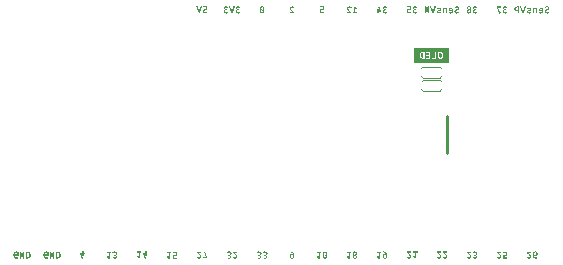
<source format=gbo>
G04*
G04 #@! TF.GenerationSoftware,Altium Limited,Altium Designer,19.0.4 (130)*
G04*
G04 Layer_Color=32896*
%FSLAX24Y24*%
%MOIN*%
G70*
G01*
G75*
%ADD12C,0.0100*%
%ADD73C,0.0040*%
G36*
X19013Y-3970D02*
X19020Y-3971D01*
X19027Y-3973D01*
X19033Y-3975D01*
X19038Y-3977D01*
X19042Y-3978D01*
X19043Y-3979D01*
X19044Y-3980D01*
X19044Y-3980D01*
X19044D01*
X19051Y-3984D01*
X19056Y-3989D01*
X19061Y-3994D01*
X19065Y-3999D01*
X19068Y-4003D01*
X19070Y-4006D01*
X19072Y-4009D01*
X19072Y-4009D01*
Y-4010D01*
X19076Y-4017D01*
X19078Y-4024D01*
X19080Y-4032D01*
X19081Y-4039D01*
X19082Y-4044D01*
Y-4047D01*
X19083Y-4049D01*
Y-4051D01*
Y-4052D01*
Y-4053D01*
Y-4053D01*
X19082Y-4062D01*
X19081Y-4069D01*
X19080Y-4076D01*
X19078Y-4082D01*
X19077Y-4087D01*
X19075Y-4091D01*
X19074Y-4093D01*
X19074Y-4094D01*
Y-4094D01*
X19070Y-4100D01*
X19066Y-4105D01*
X19062Y-4110D01*
X19059Y-4114D01*
X19055Y-4116D01*
X19052Y-4118D01*
X19050Y-4119D01*
X19050Y-4120D01*
X19044Y-4123D01*
X19038Y-4125D01*
X19032Y-4126D01*
X19027Y-4127D01*
X19022Y-4128D01*
X19019Y-4128D01*
X19016D01*
X19010Y-4128D01*
X19004Y-4127D01*
X18999Y-4126D01*
X18994Y-4124D01*
X18990Y-4122D01*
X18986Y-4120D01*
X18982Y-4118D01*
X18979Y-4116D01*
X18976Y-4113D01*
X18974Y-4111D01*
X18972Y-4109D01*
X18970Y-4107D01*
X18969Y-4105D01*
X18968Y-4104D01*
X18968Y-4103D01*
X18967Y-4103D01*
X18968Y-4114D01*
X18970Y-4125D01*
X18972Y-4134D01*
X18973Y-4138D01*
X18975Y-4142D01*
X18976Y-4145D01*
X18977Y-4148D01*
X18978Y-4150D01*
X18979Y-4152D01*
X18980Y-4153D01*
X18981Y-4155D01*
X18981Y-4155D01*
Y-4156D01*
X18984Y-4159D01*
X18986Y-4162D01*
X18989Y-4165D01*
X18992Y-4168D01*
X18998Y-4171D01*
X19003Y-4173D01*
X19008Y-4175D01*
X19012Y-4176D01*
X19014Y-4176D01*
X19016D01*
X19022Y-4176D01*
X19027Y-4175D01*
X19033Y-4173D01*
X19038Y-4171D01*
X19043Y-4169D01*
X19046Y-4168D01*
X19048Y-4167D01*
X19049Y-4166D01*
X19049D01*
X19065Y-4194D01*
X19061Y-4197D01*
X19056Y-4199D01*
X19048Y-4203D01*
X19039Y-4206D01*
X19032Y-4208D01*
X19025Y-4209D01*
X19023Y-4210D01*
X19020D01*
X19018Y-4210D01*
X19010D01*
X19005Y-4209D01*
X18996Y-4207D01*
X18987Y-4205D01*
X18980Y-4202D01*
X18977Y-4200D01*
X18974Y-4199D01*
X18972Y-4197D01*
X18969Y-4196D01*
X18968Y-4195D01*
X18967Y-4195D01*
X18966Y-4194D01*
X18966Y-4194D01*
X18958Y-4187D01*
X18952Y-4180D01*
X18946Y-4173D01*
X18942Y-4165D01*
X18938Y-4159D01*
X18937Y-4156D01*
X18936Y-4154D01*
X18935Y-4152D01*
X18934Y-4150D01*
X18934Y-4149D01*
Y-4149D01*
X18930Y-4138D01*
X18928Y-4126D01*
X18926Y-4115D01*
X18925Y-4105D01*
X18924Y-4100D01*
Y-4096D01*
X18923Y-4092D01*
X18923Y-4088D01*
Y-4086D01*
Y-4084D01*
Y-4082D01*
Y-4082D01*
X18923Y-4072D01*
X18924Y-4064D01*
X18925Y-4055D01*
X18926Y-4047D01*
X18928Y-4040D01*
X18929Y-4033D01*
X18931Y-4027D01*
X18933Y-4022D01*
X18935Y-4017D01*
X18936Y-4012D01*
X18938Y-4008D01*
X18940Y-4005D01*
X18941Y-4003D01*
X18942Y-4001D01*
X18942Y-4000D01*
X18943Y-4000D01*
X18947Y-3995D01*
X18951Y-3990D01*
X18956Y-3986D01*
X18960Y-3983D01*
X18966Y-3980D01*
X18971Y-3977D01*
X18976Y-3975D01*
X18981Y-3974D01*
X18986Y-3973D01*
X18990Y-3971D01*
X18994Y-3971D01*
X18997Y-3970D01*
X19000D01*
X19003Y-3970D01*
X19005D01*
X19013Y-3970D01*
D02*
G37*
G36*
X18873Y-4010D02*
X18771D01*
X18777Y-4015D01*
X18784Y-4020D01*
X18790Y-4025D01*
X18795Y-4030D01*
X18800Y-4034D01*
X18805Y-4038D01*
X18809Y-4042D01*
X18813Y-4046D01*
X18817Y-4049D01*
X18820Y-4052D01*
X18822Y-4055D01*
X18824Y-4057D01*
X18826Y-4059D01*
X18827Y-4060D01*
X18828Y-4061D01*
X18828Y-4061D01*
X18835Y-4069D01*
X18841Y-4078D01*
X18847Y-4085D01*
X18851Y-4091D01*
X18854Y-4096D01*
X18856Y-4100D01*
X18857Y-4102D01*
X18858Y-4103D01*
X18858Y-4103D01*
Y-4104D01*
X18861Y-4111D01*
X18864Y-4118D01*
X18865Y-4125D01*
X18867Y-4131D01*
X18867Y-4136D01*
X18868Y-4140D01*
Y-4142D01*
Y-4143D01*
Y-4143D01*
Y-4143D01*
X18867Y-4150D01*
X18866Y-4156D01*
X18865Y-4162D01*
X18863Y-4167D01*
X18862Y-4171D01*
X18860Y-4175D01*
X18859Y-4176D01*
X18859Y-4177D01*
X18855Y-4183D01*
X18851Y-4187D01*
X18847Y-4192D01*
X18842Y-4195D01*
X18839Y-4197D01*
X18836Y-4200D01*
X18834Y-4201D01*
X18833Y-4201D01*
X18833D01*
X18826Y-4204D01*
X18820Y-4206D01*
X18813Y-4208D01*
X18807Y-4209D01*
X18801Y-4210D01*
X18797Y-4210D01*
X18793D01*
X18784Y-4210D01*
X18776Y-4209D01*
X18768Y-4207D01*
X18762Y-4206D01*
X18757Y-4204D01*
X18753Y-4202D01*
X18752Y-4202D01*
X18751Y-4201D01*
X18750Y-4201D01*
X18750D01*
X18743Y-4197D01*
X18737Y-4193D01*
X18732Y-4188D01*
X18727Y-4183D01*
X18723Y-4179D01*
X18720Y-4175D01*
X18719Y-4174D01*
X18718Y-4173D01*
X18717Y-4172D01*
Y-4172D01*
X18745Y-4151D01*
X18749Y-4156D01*
X18753Y-4159D01*
X18757Y-4163D01*
X18760Y-4165D01*
X18763Y-4167D01*
X18765Y-4168D01*
X18766Y-4169D01*
X18767Y-4169D01*
X18770Y-4171D01*
X18774Y-4172D01*
X18778Y-4173D01*
X18782Y-4174D01*
X18785Y-4174D01*
X18788Y-4175D01*
X18790D01*
X18796Y-4174D01*
X18801Y-4173D01*
X18805Y-4172D01*
X18808Y-4170D01*
X18811Y-4169D01*
X18813Y-4167D01*
X18814Y-4166D01*
X18815Y-4166D01*
X18818Y-4162D01*
X18820Y-4158D01*
X18821Y-4154D01*
X18822Y-4150D01*
X18823Y-4147D01*
X18824Y-4144D01*
Y-4142D01*
Y-4141D01*
X18823Y-4135D01*
X18822Y-4129D01*
X18821Y-4124D01*
X18820Y-4119D01*
X18818Y-4115D01*
X18817Y-4112D01*
X18815Y-4110D01*
X18815Y-4109D01*
Y-4109D01*
X18811Y-4103D01*
X18807Y-4096D01*
X18803Y-4090D01*
X18798Y-4084D01*
X18793Y-4079D01*
X18790Y-4074D01*
X18788Y-4073D01*
X18787Y-4072D01*
X18787Y-4071D01*
X18786Y-4071D01*
X18782Y-4066D01*
X18778Y-4061D01*
X18767Y-4051D01*
X18757Y-4040D01*
X18747Y-4030D01*
X18741Y-4025D01*
X18737Y-4021D01*
X18733Y-4017D01*
X18729Y-4013D01*
X18726Y-4010D01*
X18724Y-4008D01*
X18723Y-4007D01*
X18722Y-4006D01*
Y-3974D01*
X18868D01*
X18873Y-4010D01*
D02*
G37*
G36*
X17015Y4200D02*
X17022Y4199D01*
X17029Y4197D01*
X17036Y4195D01*
X17042Y4193D01*
X17048Y4190D01*
X17054Y4187D01*
X17059Y4185D01*
X17063Y4182D01*
X17067Y4179D01*
X17071Y4176D01*
X17074Y4174D01*
X17076Y4172D01*
X17078Y4171D01*
X17079Y4170D01*
X17079Y4169D01*
X17057Y4145D01*
X17052Y4149D01*
X17048Y4152D01*
X17044Y4155D01*
X17040Y4157D01*
X17038Y4159D01*
X17035Y4160D01*
X17034Y4160D01*
X17034Y4160D01*
X17030Y4162D01*
X17025Y4163D01*
X17021Y4164D01*
X17018Y4165D01*
X17015Y4165D01*
X17012Y4165D01*
X17010D01*
X17004Y4165D01*
X16999Y4164D01*
X16995Y4163D01*
X16991Y4161D01*
X16988Y4160D01*
X16986Y4158D01*
X16985Y4158D01*
X16984Y4157D01*
X16981Y4154D01*
X16978Y4150D01*
X16977Y4146D01*
X16975Y4143D01*
X16975Y4140D01*
X16974Y4137D01*
Y4135D01*
Y4135D01*
X16975Y4129D01*
X16976Y4124D01*
X16978Y4120D01*
X16980Y4116D01*
X16981Y4114D01*
X16983Y4112D01*
X16984Y4111D01*
X16985Y4110D01*
X16989Y4108D01*
X16993Y4105D01*
X16997Y4104D01*
X17001Y4103D01*
X17005Y4102D01*
X17008Y4102D01*
X17027D01*
X17032Y4069D01*
X17009D01*
X17002Y4069D01*
X16996Y4068D01*
X16990Y4066D01*
X16986Y4064D01*
X16982Y4061D01*
X16979Y4058D01*
X16976Y4054D01*
X16974Y4051D01*
X16972Y4048D01*
X16971Y4044D01*
X16970Y4041D01*
X16970Y4038D01*
X16969Y4036D01*
X16969Y4034D01*
Y4033D01*
Y4033D01*
X16969Y4027D01*
X16971Y4021D01*
X16973Y4016D01*
X16974Y4012D01*
X16977Y4009D01*
X16978Y4007D01*
X16980Y4005D01*
X16980Y4005D01*
X16985Y4001D01*
X16990Y3999D01*
X16995Y3997D01*
X17000Y3996D01*
X17004Y3995D01*
X17008Y3995D01*
X17011D01*
X17016Y3995D01*
X17021Y3995D01*
X17025Y3996D01*
X17029Y3997D01*
X17032Y3998D01*
X17035Y3999D01*
X17036Y4000D01*
X17037Y4000D01*
X17041Y4002D01*
X17045Y4005D01*
X17049Y4008D01*
X17052Y4011D01*
X17055Y4013D01*
X17058Y4015D01*
X17059Y4017D01*
X17059Y4017D01*
X17086Y3994D01*
X17080Y3988D01*
X17075Y3983D01*
X17069Y3978D01*
X17064Y3974D01*
X17059Y3972D01*
X17055Y3970D01*
X17054Y3969D01*
X17053Y3968D01*
X17052Y3968D01*
X17052D01*
X17044Y3965D01*
X17037Y3963D01*
X17030Y3962D01*
X17023Y3961D01*
X17017Y3960D01*
X17015D01*
X17013Y3960D01*
X17009D01*
X17000Y3960D01*
X16992Y3961D01*
X16984Y3963D01*
X16978Y3965D01*
X16973Y3966D01*
X16970Y3967D01*
X16968Y3968D01*
X16967Y3968D01*
X16966Y3969D01*
X16965Y3969D01*
X16965D01*
X16958Y3973D01*
X16952Y3977D01*
X16947Y3981D01*
X16943Y3985D01*
X16940Y3989D01*
X16937Y3992D01*
X16936Y3994D01*
X16935Y3995D01*
X16931Y4001D01*
X16929Y4007D01*
X16927Y4014D01*
X16926Y4019D01*
X16925Y4024D01*
X16924Y4028D01*
Y4029D01*
Y4031D01*
Y4031D01*
Y4031D01*
X16925Y4041D01*
X16927Y4049D01*
X16929Y4056D01*
X16932Y4062D01*
X16935Y4067D01*
X16937Y4070D01*
X16939Y4072D01*
X16940Y4072D01*
X16946Y4078D01*
X16952Y4081D01*
X16958Y4084D01*
X16964Y4086D01*
X16969Y4087D01*
X16973Y4088D01*
X16974Y4088D01*
X16976D01*
X16970Y4089D01*
X16964Y4091D01*
X16958Y4093D01*
X16954Y4096D01*
X16950Y4099D01*
X16947Y4101D01*
X16946Y4103D01*
X16945Y4103D01*
X16940Y4109D01*
X16937Y4115D01*
X16935Y4122D01*
X16933Y4128D01*
X16932Y4132D01*
X16932Y4136D01*
X16931Y4138D01*
Y4139D01*
Y4140D01*
Y4140D01*
X16932Y4146D01*
X16933Y4152D01*
X16934Y4157D01*
X16936Y4161D01*
X16938Y4165D01*
X16939Y4168D01*
X16940Y4169D01*
X16941Y4170D01*
X16944Y4175D01*
X16949Y4179D01*
X16953Y4183D01*
X16957Y4186D01*
X16961Y4189D01*
X16964Y4190D01*
X16967Y4192D01*
X16967Y4192D01*
X16967D01*
X16974Y4195D01*
X16981Y4197D01*
X16987Y4198D01*
X16994Y4199D01*
X16999Y4200D01*
X17003Y4200D01*
X17007D01*
X17015Y4200D01*
D02*
G37*
G36*
X16804D02*
X16810Y4199D01*
X16816Y4198D01*
X16822Y4196D01*
X16826Y4195D01*
X16830Y4194D01*
X16832Y4193D01*
X16832Y4193D01*
X16833D01*
X16839Y4190D01*
X16844Y4186D01*
X16849Y4183D01*
X16853Y4179D01*
X16856Y4176D01*
X16858Y4173D01*
X16860Y4172D01*
X16860Y4171D01*
X16863Y4166D01*
X16866Y4160D01*
X16868Y4154D01*
X16869Y4149D01*
X16870Y4144D01*
X16870Y4141D01*
Y4139D01*
Y4138D01*
Y4138D01*
Y4137D01*
X16870Y4130D01*
X16869Y4124D01*
X16868Y4118D01*
X16866Y4113D01*
X16864Y4110D01*
X16863Y4107D01*
X16862Y4105D01*
X16862Y4105D01*
X16858Y4100D01*
X16854Y4096D01*
X16850Y4093D01*
X16846Y4090D01*
X16842Y4088D01*
X16839Y4086D01*
X16837Y4085D01*
X16836Y4085D01*
X16836D01*
X16844Y4081D01*
X16850Y4078D01*
X16856Y4073D01*
X16861Y4068D01*
X16866Y4064D01*
X16869Y4059D01*
X16872Y4054D01*
X16874Y4049D01*
X16876Y4045D01*
X16877Y4041D01*
X16878Y4037D01*
X16879Y4034D01*
X16879Y4031D01*
X16880Y4029D01*
Y4027D01*
Y4027D01*
X16879Y4020D01*
X16878Y4014D01*
X16877Y4008D01*
X16875Y4002D01*
X16873Y3998D01*
X16872Y3995D01*
X16870Y3993D01*
X16870Y3993D01*
X16866Y3987D01*
X16862Y3983D01*
X16857Y3978D01*
X16852Y3975D01*
X16848Y3972D01*
X16845Y3970D01*
X16843Y3969D01*
X16842Y3968D01*
X16842D01*
X16835Y3965D01*
X16827Y3964D01*
X16820Y3962D01*
X16813Y3961D01*
X16807Y3960D01*
X16804D01*
X16802Y3960D01*
X16798D01*
X16788Y3960D01*
X16780Y3961D01*
X16772Y3963D01*
X16766Y3964D01*
X16761Y3966D01*
X16757Y3967D01*
X16755Y3968D01*
X16754Y3968D01*
X16754Y3968D01*
X16753D01*
X16747Y3972D01*
X16741Y3976D01*
X16736Y3980D01*
X16732Y3984D01*
X16729Y3987D01*
X16726Y3990D01*
X16725Y3992D01*
X16725Y3993D01*
X16721Y3999D01*
X16719Y4005D01*
X16717Y4011D01*
X16715Y4017D01*
X16715Y4021D01*
X16714Y4025D01*
Y4026D01*
Y4027D01*
Y4028D01*
Y4028D01*
X16715Y4035D01*
X16716Y4042D01*
X16718Y4049D01*
X16721Y4054D01*
X16723Y4058D01*
X16725Y4062D01*
X16726Y4064D01*
X16727Y4065D01*
X16732Y4070D01*
X16737Y4075D01*
X16743Y4079D01*
X16748Y4083D01*
X16753Y4085D01*
X16757Y4087D01*
X16758Y4088D01*
X16759Y4088D01*
X16760Y4089D01*
X16761D01*
X16754Y4092D01*
X16749Y4095D01*
X16744Y4099D01*
X16740Y4102D01*
X16737Y4105D01*
X16735Y4107D01*
X16733Y4109D01*
X16733Y4109D01*
X16730Y4114D01*
X16728Y4119D01*
X16726Y4124D01*
X16725Y4129D01*
X16724Y4133D01*
X16724Y4136D01*
Y4138D01*
Y4139D01*
X16724Y4146D01*
X16725Y4152D01*
X16727Y4158D01*
X16729Y4163D01*
X16731Y4167D01*
X16732Y4169D01*
X16733Y4171D01*
X16734Y4172D01*
X16738Y4177D01*
X16742Y4181D01*
X16747Y4185D01*
X16751Y4188D01*
X16755Y4190D01*
X16758Y4192D01*
X16760Y4193D01*
X16760Y4193D01*
X16761D01*
X16767Y4195D01*
X16773Y4197D01*
X16779Y4198D01*
X16785Y4199D01*
X16790Y4200D01*
X16794Y4200D01*
X16797D01*
X16804Y4200D01*
D02*
G37*
G36*
X15617Y3964D02*
X15569D01*
X15497Y4196D01*
X15541D01*
X15593Y4007D01*
X15643Y4196D01*
X15690D01*
X15617Y3964D01*
D02*
G37*
G36*
X15471D02*
X15431D01*
Y4069D01*
X15431Y4084D01*
X15432Y4098D01*
X15433Y4112D01*
X15433Y4119D01*
X15434Y4126D01*
X15434Y4132D01*
X15435Y4138D01*
X15435Y4143D01*
X15435Y4147D01*
X15436Y4151D01*
Y4153D01*
X15436Y4155D01*
Y4156D01*
X15370Y3964D01*
X15315D01*
Y4196D01*
X15355D01*
Y4090D01*
Y4081D01*
X15355Y4072D01*
Y4064D01*
X15354Y4057D01*
X15354Y4051D01*
Y4049D01*
Y4047D01*
X15354Y4045D01*
Y4044D01*
Y4044D01*
Y4044D01*
X15353Y4036D01*
X15353Y4029D01*
X15352Y4022D01*
X15351Y4017D01*
X15351Y4011D01*
X15350Y4007D01*
Y4006D01*
X15350Y4005D01*
Y4004D01*
Y4004D01*
X15416Y4196D01*
X15471D01*
Y3964D01*
D02*
G37*
G36*
X16201Y4147D02*
X16209Y4145D01*
X16217Y4143D01*
X16223Y4141D01*
X16228Y4139D01*
X16232Y4137D01*
X16234Y4136D01*
X16235Y4135D01*
X16235Y4135D01*
X16235D01*
X16242Y4130D01*
X16248Y4125D01*
X16252Y4119D01*
X16256Y4113D01*
X16260Y4109D01*
X16262Y4105D01*
X16263Y4103D01*
X16264Y4102D01*
X16264Y4102D01*
Y4101D01*
X16267Y4093D01*
X16269Y4085D01*
X16271Y4077D01*
X16272Y4069D01*
X16273Y4063D01*
Y4060D01*
X16274Y4058D01*
Y4056D01*
Y4055D01*
Y4054D01*
Y4054D01*
X16273Y4046D01*
X16272Y4038D01*
X16271Y4031D01*
X16270Y4025D01*
X16268Y4019D01*
X16266Y4013D01*
X16264Y4008D01*
X16262Y4004D01*
X16260Y4000D01*
X16258Y3996D01*
X16256Y3993D01*
X16254Y3990D01*
X16253Y3988D01*
X16252Y3987D01*
X16251Y3986D01*
X16251Y3985D01*
X16247Y3981D01*
X16242Y3977D01*
X16237Y3974D01*
X16231Y3971D01*
X16226Y3968D01*
X16221Y3966D01*
X16215Y3964D01*
X16210Y3963D01*
X16205Y3962D01*
X16201Y3961D01*
X16197Y3961D01*
X16194Y3960D01*
X16191Y3960D01*
X16187D01*
X16180Y3960D01*
X16174Y3961D01*
X16168Y3962D01*
X16163Y3963D01*
X16158Y3964D01*
X16155Y3965D01*
X16153Y3965D01*
X16152Y3965D01*
X16145Y3968D01*
X16140Y3971D01*
X16134Y3974D01*
X16130Y3977D01*
X16126Y3979D01*
X16123Y3981D01*
X16122Y3983D01*
X16121Y3983D01*
X16139Y4010D01*
X16144Y4007D01*
X16149Y4004D01*
X16153Y4002D01*
X16156Y4001D01*
X16159Y3999D01*
X16161Y3998D01*
X16163Y3998D01*
X16163Y3998D01*
X16171Y3996D01*
X16175Y3995D01*
X16178Y3995D01*
X16181D01*
X16184Y3994D01*
X16185D01*
X16192Y3995D01*
X16198Y3996D01*
X16203Y3998D01*
X16207Y4000D01*
X16211Y4002D01*
X16214Y4004D01*
X16215Y4005D01*
X16216Y4006D01*
X16220Y4011D01*
X16223Y4016D01*
X16225Y4021D01*
X16227Y4027D01*
X16228Y4031D01*
X16229Y4035D01*
Y4037D01*
X16229Y4038D01*
Y4038D01*
Y4038D01*
X16115D01*
X16114Y4045D01*
X16114Y4049D01*
X16114Y4052D01*
Y4054D01*
Y4056D01*
Y4058D01*
Y4058D01*
X16114Y4065D01*
X16114Y4072D01*
X16116Y4079D01*
X16117Y4085D01*
X16118Y4091D01*
X16120Y4096D01*
X16122Y4102D01*
X16124Y4106D01*
X16126Y4110D01*
X16128Y4113D01*
X16130Y4116D01*
X16131Y4119D01*
X16133Y4121D01*
X16134Y4122D01*
X16134Y4123D01*
X16135Y4123D01*
X16139Y4127D01*
X16143Y4131D01*
X16148Y4134D01*
X16152Y4137D01*
X16157Y4139D01*
X16162Y4141D01*
X16171Y4144D01*
X16175Y4145D01*
X16179Y4146D01*
X16182Y4146D01*
X16185Y4147D01*
X16188Y4147D01*
X16191D01*
X16201Y4147D01*
D02*
G37*
G36*
X15979D02*
X15985Y4146D01*
X15990Y4145D01*
X15995Y4143D01*
X15999Y4142D01*
X16002Y4141D01*
X16004Y4140D01*
X16005Y4140D01*
X16010Y4137D01*
X16014Y4133D01*
X16018Y4131D01*
X16021Y4128D01*
X16023Y4125D01*
X16025Y4122D01*
X16026Y4121D01*
X16026Y4121D01*
X16028Y4143D01*
X16066D01*
Y3964D01*
X16023D01*
Y4090D01*
X16017Y4096D01*
X16015Y4099D01*
X16012Y4102D01*
X16010Y4103D01*
X16008Y4105D01*
X16007Y4106D01*
X16006Y4106D01*
X16003Y4108D01*
X15999Y4110D01*
X15995Y4111D01*
X15992Y4112D01*
X15990Y4112D01*
X15988Y4113D01*
X15982D01*
X15980Y4112D01*
X15977Y4112D01*
X15975Y4111D01*
X15974Y4111D01*
X15973Y4110D01*
X15972Y4109D01*
X15972D01*
X15970Y4108D01*
X15969Y4106D01*
X15967Y4102D01*
X15967Y4101D01*
X15966Y4099D01*
X15966Y4098D01*
Y4098D01*
X15965Y4095D01*
X15965Y4091D01*
X15965Y4084D01*
X15964Y4080D01*
Y4077D01*
Y4075D01*
Y4075D01*
Y3964D01*
X15921D01*
Y4093D01*
X15922Y4102D01*
X15923Y4110D01*
X15925Y4117D01*
X15928Y4122D01*
X15930Y4127D01*
X15932Y4130D01*
X15933Y4132D01*
X15934Y4133D01*
X15939Y4138D01*
X15946Y4141D01*
X15952Y4144D01*
X15958Y4145D01*
X15964Y4146D01*
X15966Y4147D01*
X15968D01*
X15970Y4147D01*
X15972D01*
X15979Y4147D01*
D02*
G37*
G36*
X16402Y4200D02*
X16410Y4199D01*
X16417Y4197D01*
X16423Y4196D01*
X16428Y4195D01*
X16432Y4193D01*
X16433Y4193D01*
X16434Y4192D01*
X16435Y4192D01*
X16435D01*
X16441Y4189D01*
X16447Y4185D01*
X16452Y4182D01*
X16456Y4178D01*
X16460Y4175D01*
X16462Y4172D01*
X16464Y4170D01*
X16464Y4169D01*
X16467Y4164D01*
X16470Y4158D01*
X16472Y4152D01*
X16473Y4147D01*
X16474Y4143D01*
X16474Y4139D01*
Y4138D01*
Y4137D01*
Y4136D01*
Y4136D01*
X16474Y4131D01*
X16474Y4126D01*
X16471Y4118D01*
X16469Y4111D01*
X16465Y4105D01*
X16462Y4100D01*
X16459Y4096D01*
X16457Y4094D01*
X16456Y4094D01*
X16456Y4093D01*
X16452Y4090D01*
X16448Y4088D01*
X16439Y4082D01*
X16430Y4078D01*
X16421Y4074D01*
X16416Y4072D01*
X16412Y4070D01*
X16409Y4069D01*
X16406Y4068D01*
X16403Y4067D01*
X16401Y4066D01*
X16400Y4066D01*
X16399D01*
X16393Y4064D01*
X16387Y4062D01*
X16383Y4060D01*
X16379Y4059D01*
X16376Y4057D01*
X16374Y4056D01*
X16372Y4056D01*
X16372Y4055D01*
X16369Y4054D01*
X16366Y4051D01*
X16364Y4049D01*
X16362Y4048D01*
X16361Y4046D01*
X16360Y4045D01*
X16359Y4044D01*
Y4044D01*
X16357Y4039D01*
X16356Y4034D01*
X16356Y4032D01*
Y4030D01*
Y4029D01*
Y4029D01*
X16356Y4023D01*
X16358Y4018D01*
X16359Y4014D01*
X16362Y4010D01*
X16364Y4008D01*
X16366Y4005D01*
X16367Y4004D01*
X16368Y4004D01*
X16373Y4001D01*
X16378Y3999D01*
X16383Y3998D01*
X16388Y3997D01*
X16392Y3996D01*
X16396Y3995D01*
X16399D01*
X16406Y3996D01*
X16412Y3997D01*
X16418Y3998D01*
X16423Y3999D01*
X16434Y4003D01*
X16439Y4005D01*
X16443Y4008D01*
X16447Y4010D01*
X16451Y4012D01*
X16454Y4014D01*
X16456Y4016D01*
X16459Y4017D01*
X16460Y4018D01*
X16461Y4019D01*
X16461Y4020D01*
X16485Y3993D01*
X16479Y3987D01*
X16472Y3982D01*
X16465Y3977D01*
X16458Y3974D01*
X16451Y3971D01*
X16444Y3968D01*
X16437Y3966D01*
X16430Y3964D01*
X16423Y3963D01*
X16417Y3962D01*
X16412Y3961D01*
X16408Y3960D01*
X16404D01*
X16401Y3960D01*
X16399D01*
X16389Y3960D01*
X16380Y3961D01*
X16372Y3963D01*
X16365Y3964D01*
X16359Y3966D01*
X16357Y3967D01*
X16355Y3967D01*
X16353Y3968D01*
X16352Y3968D01*
X16352Y3968D01*
X16351D01*
X16344Y3972D01*
X16338Y3976D01*
X16332Y3980D01*
X16328Y3984D01*
X16325Y3988D01*
X16322Y3991D01*
X16321Y3993D01*
X16320Y3993D01*
X16316Y4000D01*
X16314Y4006D01*
X16312Y4012D01*
X16311Y4018D01*
X16310Y4023D01*
X16309Y4027D01*
Y4029D01*
Y4030D01*
Y4031D01*
Y4031D01*
X16310Y4037D01*
X16310Y4042D01*
X16312Y4051D01*
X16315Y4059D01*
X16318Y4065D01*
X16322Y4071D01*
X16325Y4074D01*
X16327Y4076D01*
X16327Y4077D01*
X16328D01*
X16335Y4083D01*
X16343Y4088D01*
X16352Y4093D01*
X16360Y4096D01*
X16367Y4099D01*
X16370Y4101D01*
X16373Y4102D01*
X16375Y4102D01*
X16377Y4103D01*
X16378Y4103D01*
X16379D01*
X16386Y4106D01*
X16392Y4108D01*
X16397Y4110D01*
X16402Y4111D01*
X16405Y4113D01*
X16408Y4114D01*
X16409Y4114D01*
X16410Y4115D01*
X16413Y4116D01*
X16417Y4118D01*
X16419Y4120D01*
X16421Y4122D01*
X16423Y4123D01*
X16424Y4124D01*
X16424Y4125D01*
X16425Y4125D01*
X16426Y4127D01*
X16427Y4129D01*
X16429Y4134D01*
Y4136D01*
X16429Y4137D01*
Y4138D01*
Y4138D01*
X16429Y4143D01*
X16427Y4146D01*
X16426Y4150D01*
X16424Y4152D01*
X16422Y4155D01*
X16420Y4156D01*
X16419Y4157D01*
X16419Y4157D01*
X16415Y4159D01*
X16410Y4161D01*
X16406Y4162D01*
X16401Y4163D01*
X16397Y4164D01*
X16394Y4164D01*
X16392D01*
X16386Y4164D01*
X16381Y4163D01*
X16371Y4161D01*
X16362Y4158D01*
X16354Y4154D01*
X16350Y4152D01*
X16347Y4150D01*
X16345Y4149D01*
X16342Y4147D01*
X16340Y4146D01*
X16339Y4145D01*
X16338Y4145D01*
X16338Y4144D01*
X16315Y4170D01*
X16321Y4175D01*
X16328Y4180D01*
X16334Y4184D01*
X16341Y4187D01*
X16347Y4190D01*
X16354Y4193D01*
X16360Y4195D01*
X16366Y4196D01*
X16372Y4197D01*
X16377Y4199D01*
X16382Y4199D01*
X16386Y4200D01*
X16389D01*
X16392Y4200D01*
X16394D01*
X16402Y4200D01*
D02*
G37*
G36*
X15803Y4146D02*
X15814Y4145D01*
X15822Y4143D01*
X15827Y4141D01*
X15830Y4140D01*
X15834Y4139D01*
X15836Y4137D01*
X15839Y4136D01*
X15841Y4135D01*
X15842Y4134D01*
X15843Y4133D01*
X15844Y4133D01*
X15844D01*
X15848Y4130D01*
X15851Y4127D01*
X15854Y4124D01*
X15856Y4121D01*
X15859Y4115D01*
X15861Y4108D01*
X15863Y4103D01*
X15864Y4099D01*
X15864Y4097D01*
Y4096D01*
Y4095D01*
Y4095D01*
X15863Y4086D01*
X15862Y4079D01*
X15859Y4074D01*
X15856Y4068D01*
X15854Y4065D01*
X15851Y4062D01*
X15849Y4060D01*
X15849Y4059D01*
X15846Y4057D01*
X15842Y4055D01*
X15835Y4051D01*
X15827Y4048D01*
X15819Y4045D01*
X15812Y4043D01*
X15808Y4042D01*
X15806Y4042D01*
X15804Y4041D01*
X15802Y4041D01*
X15801Y4040D01*
X15800D01*
X15795Y4039D01*
X15791Y4037D01*
X15788Y4036D01*
X15785Y4035D01*
X15783Y4034D01*
X15781Y4033D01*
X15780Y4032D01*
X15779D01*
X15776Y4031D01*
X15774Y4029D01*
X15772Y4028D01*
X15771Y4027D01*
X15770Y4026D01*
X15769Y4025D01*
X15768Y4025D01*
Y4024D01*
X15767Y4021D01*
X15766Y4018D01*
X15766Y4016D01*
Y4015D01*
Y4014D01*
Y4014D01*
X15766Y4011D01*
X15767Y4008D01*
X15769Y4005D01*
X15770Y4003D01*
X15772Y4001D01*
X15773Y4000D01*
X15774Y4000D01*
X15775Y3999D01*
X15778Y3997D01*
X15782Y3996D01*
X15786Y3995D01*
X15790Y3994D01*
X15794Y3994D01*
X15797Y3994D01*
X15800D01*
X15805Y3994D01*
X15810Y3994D01*
X15814Y3995D01*
X15818Y3996D01*
X15821Y3997D01*
X15824Y3998D01*
X15825Y3998D01*
X15826Y3998D01*
X15831Y4000D01*
X15835Y4002D01*
X15840Y4005D01*
X15844Y4007D01*
X15847Y4009D01*
X15849Y4011D01*
X15851Y4012D01*
X15852Y4012D01*
X15874Y3987D01*
X15868Y3982D01*
X15862Y3978D01*
X15856Y3974D01*
X15849Y3971D01*
X15843Y3968D01*
X15837Y3967D01*
X15831Y3965D01*
X15825Y3963D01*
X15820Y3962D01*
X15815Y3961D01*
X15811Y3961D01*
X15807Y3960D01*
X15804D01*
X15801Y3960D01*
X15800D01*
X15788Y3961D01*
X15777Y3962D01*
X15767Y3964D01*
X15763Y3965D01*
X15759Y3967D01*
X15756Y3968D01*
X15752Y3970D01*
X15750Y3971D01*
X15747Y3972D01*
X15746Y3973D01*
X15744Y3973D01*
X15744Y3974D01*
X15743D01*
X15739Y3977D01*
X15736Y3980D01*
X15733Y3983D01*
X15730Y3987D01*
X15728Y3990D01*
X15726Y3994D01*
X15723Y4001D01*
X15721Y4007D01*
X15721Y4010D01*
X15721Y4012D01*
X15720Y4014D01*
Y4015D01*
Y4016D01*
Y4017D01*
X15721Y4025D01*
X15723Y4032D01*
X15725Y4038D01*
X15728Y4044D01*
X15730Y4047D01*
X15733Y4050D01*
X15734Y4052D01*
X15735Y4052D01*
X15741Y4057D01*
X15748Y4061D01*
X15755Y4064D01*
X15761Y4067D01*
X15767Y4069D01*
X15770Y4070D01*
X15772Y4071D01*
X15774Y4072D01*
X15776Y4072D01*
X15776Y4072D01*
X15777D01*
X15783Y4074D01*
X15789Y4076D01*
X15794Y4078D01*
X15798Y4079D01*
X15801Y4080D01*
X15803Y4081D01*
X15804Y4081D01*
X15805D01*
X15808Y4083D01*
X15810Y4084D01*
X15812Y4085D01*
X15814Y4086D01*
X15815Y4087D01*
X15816Y4088D01*
X15817Y4088D01*
X15819Y4091D01*
X15820Y4094D01*
X15820Y4097D01*
Y4097D01*
Y4098D01*
X15820Y4100D01*
X15819Y4103D01*
X15817Y4105D01*
X15815Y4106D01*
X15811Y4109D01*
X15805Y4111D01*
X15800Y4112D01*
X15795Y4113D01*
X15793Y4113D01*
X15791D01*
X15781Y4112D01*
X15773Y4111D01*
X15764Y4108D01*
X15756Y4106D01*
X15750Y4103D01*
X15747Y4102D01*
X15745Y4100D01*
X15743Y4099D01*
X15742Y4099D01*
X15741Y4098D01*
X15741D01*
X15723Y4125D01*
X15728Y4129D01*
X15734Y4132D01*
X15740Y4135D01*
X15746Y4138D01*
X15752Y4140D01*
X15757Y4142D01*
X15768Y4145D01*
X15773Y4145D01*
X15777Y4146D01*
X15781Y4146D01*
X15785Y4147D01*
X15788Y4147D01*
X15791D01*
X15803Y4146D01*
D02*
G37*
G36*
X9907Y4200D02*
X9914Y4199D01*
X9920Y4197D01*
X9926Y4195D01*
X9931Y4193D01*
X9936Y4190D01*
X9941Y4187D01*
X9945Y4185D01*
X9948Y4182D01*
X9951Y4179D01*
X9954Y4176D01*
X9956Y4173D01*
X9958Y4172D01*
X9959Y4170D01*
X9959Y4169D01*
X9960Y4169D01*
X9963Y4163D01*
X9966Y4156D01*
X9969Y4149D01*
X9972Y4142D01*
X9975Y4127D01*
X9978Y4113D01*
X9978Y4106D01*
X9979Y4100D01*
X9979Y4095D01*
X9980Y4090D01*
X9980Y4086D01*
Y4083D01*
Y4081D01*
Y4080D01*
X9980Y4070D01*
X9979Y4060D01*
X9978Y4051D01*
X9977Y4042D01*
X9975Y4034D01*
X9974Y4027D01*
X9972Y4020D01*
X9970Y4014D01*
X9968Y4009D01*
X9966Y4004D01*
X9965Y4000D01*
X9963Y3997D01*
X9962Y3995D01*
X9960Y3993D01*
X9960Y3992D01*
X9960Y3991D01*
X9956Y3986D01*
X9951Y3981D01*
X9947Y3977D01*
X9942Y3973D01*
X9937Y3970D01*
X9932Y3968D01*
X9927Y3965D01*
X9922Y3964D01*
X9918Y3963D01*
X9914Y3962D01*
X9910Y3961D01*
X9906Y3960D01*
X9904D01*
X9902Y3960D01*
X9900D01*
X9893Y3960D01*
X9886Y3961D01*
X9880Y3963D01*
X9874Y3965D01*
X9869Y3967D01*
X9864Y3970D01*
X9859Y3973D01*
X9855Y3976D01*
X9852Y3978D01*
X9849Y3981D01*
X9846Y3984D01*
X9844Y3987D01*
X9842Y3988D01*
X9841Y3990D01*
X9841Y3991D01*
X9840Y3991D01*
X9837Y3998D01*
X9834Y4004D01*
X9831Y4011D01*
X9828Y4018D01*
X9825Y4033D01*
X9822Y4048D01*
X9822Y4054D01*
X9821Y4061D01*
X9821Y4066D01*
X9820Y4071D01*
X9820Y4075D01*
Y4078D01*
Y4079D01*
Y4080D01*
X9820Y4091D01*
X9821Y4101D01*
X9822Y4110D01*
X9823Y4118D01*
X9825Y4126D01*
X9826Y4133D01*
X9828Y4140D01*
X9830Y4146D01*
X9832Y4151D01*
X9834Y4156D01*
X9835Y4160D01*
X9837Y4163D01*
X9838Y4165D01*
X9840Y4167D01*
X9840Y4168D01*
X9840Y4169D01*
X9844Y4174D01*
X9849Y4179D01*
X9853Y4183D01*
X9858Y4187D01*
X9863Y4190D01*
X9868Y4192D01*
X9873Y4195D01*
X9878Y4196D01*
X9882Y4197D01*
X9886Y4199D01*
X9890Y4199D01*
X9894Y4200D01*
X9896D01*
X9898Y4200D01*
X9900D01*
X9907Y4200D01*
D02*
G37*
G36*
X8073Y4076D02*
X8042D01*
X8035Y4078D01*
X8032Y4079D01*
X8030Y4080D01*
X8028Y4081D01*
X8026Y4081D01*
X8025Y4082D01*
X8025D01*
X8020Y4083D01*
X8015Y4083D01*
X8013Y4084D01*
X8011D01*
X8005Y4083D01*
X8000Y4082D01*
X7996Y4080D01*
X7993Y4079D01*
X7990Y4077D01*
X7988Y4075D01*
X7987Y4074D01*
X7986Y4074D01*
X7983Y4069D01*
X7981Y4065D01*
X7979Y4059D01*
X7978Y4054D01*
X7977Y4049D01*
X7977Y4046D01*
Y4044D01*
Y4043D01*
Y4042D01*
Y4042D01*
X7977Y4034D01*
X7979Y4028D01*
X7980Y4022D01*
X7983Y4017D01*
X7984Y4013D01*
X7986Y4011D01*
X7988Y4009D01*
X7988Y4008D01*
X7993Y4005D01*
X7997Y4002D01*
X8002Y4000D01*
X8007Y3998D01*
X8011Y3998D01*
X8015Y3997D01*
X8017Y3997D01*
X8018D01*
X8022Y3997D01*
X8027Y3998D01*
X8031Y3999D01*
X8035Y4000D01*
X8043Y4004D01*
X8050Y4008D01*
X8056Y4012D01*
X8058Y4014D01*
X8060Y4015D01*
X8061Y4017D01*
X8062Y4018D01*
X8063Y4018D01*
X8064Y4018D01*
X8089Y3994D01*
X8083Y3989D01*
X8077Y3984D01*
X8071Y3980D01*
X8065Y3976D01*
X8059Y3973D01*
X8053Y3970D01*
X8047Y3968D01*
X8042Y3966D01*
X8037Y3965D01*
X8032Y3964D01*
X8027Y3963D01*
X8024Y3963D01*
X8021D01*
X8018Y3962D01*
X8017D01*
X8007Y3963D01*
X7999Y3964D01*
X7991Y3965D01*
X7985Y3967D01*
X7980Y3969D01*
X7976Y3970D01*
X7974Y3971D01*
X7973Y3971D01*
X7973Y3972D01*
X7973D01*
X7966Y3976D01*
X7960Y3980D01*
X7955Y3985D01*
X7950Y3990D01*
X7947Y3994D01*
X7945Y3997D01*
X7943Y3999D01*
X7943Y4000D01*
Y4000D01*
X7939Y4007D01*
X7937Y4014D01*
X7935Y4021D01*
X7934Y4028D01*
X7933Y4034D01*
Y4036D01*
X7932Y4038D01*
Y4040D01*
Y4041D01*
Y4042D01*
Y4042D01*
X7933Y4050D01*
X7934Y4058D01*
X7935Y4064D01*
X7936Y4070D01*
X7938Y4075D01*
X7939Y4078D01*
X7940Y4081D01*
X7941Y4081D01*
X7944Y4087D01*
X7948Y4092D01*
X7952Y4097D01*
X7955Y4101D01*
X7959Y4103D01*
X7961Y4106D01*
X7963Y4107D01*
X7964Y4107D01*
X7970Y4110D01*
X7975Y4112D01*
X7981Y4114D01*
X7986Y4115D01*
X7991Y4116D01*
X7994Y4116D01*
X7998D01*
X8005Y4116D01*
X8012Y4115D01*
X8017Y4114D01*
X8022Y4112D01*
X8026Y4111D01*
X8029Y4109D01*
X8031Y4108D01*
X8031Y4108D01*
Y4164D01*
X7945D01*
X7940Y4198D01*
X8073D01*
Y4076D01*
D02*
G37*
G36*
X7832Y3966D02*
X7784D01*
X7711Y4198D01*
X7756D01*
X7807Y4009D01*
X7858Y4198D01*
X7904D01*
X7832Y3966D01*
D02*
G37*
G36*
X18010Y4200D02*
X18017Y4199D01*
X18024Y4197D01*
X18031Y4195D01*
X18037Y4193D01*
X18043Y4190D01*
X18049Y4187D01*
X18054Y4185D01*
X18059Y4182D01*
X18063Y4179D01*
X18066Y4176D01*
X18069Y4174D01*
X18071Y4172D01*
X18073Y4171D01*
X18074Y4170D01*
X18074Y4169D01*
X18052Y4145D01*
X18047Y4149D01*
X18043Y4152D01*
X18039Y4155D01*
X18036Y4157D01*
X18033Y4159D01*
X18031Y4160D01*
X18029Y4160D01*
X18029Y4160D01*
X18025Y4162D01*
X18021Y4163D01*
X18017Y4164D01*
X18013Y4165D01*
X18010Y4165D01*
X18007Y4165D01*
X18005D01*
X18000Y4165D01*
X17995Y4164D01*
X17990Y4163D01*
X17986Y4161D01*
X17983Y4160D01*
X17982Y4158D01*
X17980Y4158D01*
X17980Y4157D01*
X17976Y4154D01*
X17974Y4150D01*
X17972Y4146D01*
X17971Y4143D01*
X17970Y4140D01*
X17970Y4137D01*
Y4135D01*
Y4135D01*
X17970Y4129D01*
X17971Y4124D01*
X17973Y4120D01*
X17975Y4116D01*
X17977Y4114D01*
X17979Y4112D01*
X17980Y4111D01*
X17980Y4110D01*
X17984Y4108D01*
X17988Y4105D01*
X17993Y4104D01*
X17997Y4103D01*
X18000Y4102D01*
X18003Y4102D01*
X18023D01*
X18027Y4069D01*
X18005D01*
X17997Y4069D01*
X17991Y4068D01*
X17986Y4066D01*
X17981Y4064D01*
X17977Y4061D01*
X17974Y4058D01*
X17971Y4054D01*
X17969Y4051D01*
X17968Y4048D01*
X17966Y4044D01*
X17965Y4041D01*
X17965Y4038D01*
X17965Y4036D01*
X17964Y4034D01*
Y4033D01*
Y4033D01*
X17965Y4027D01*
X17966Y4021D01*
X17968Y4016D01*
X17970Y4012D01*
X17972Y4009D01*
X17974Y4007D01*
X17975Y4005D01*
X17976Y4005D01*
X17980Y4001D01*
X17985Y3999D01*
X17990Y3997D01*
X17995Y3996D01*
X18000Y3995D01*
X18003Y3995D01*
X18007D01*
X18012Y3995D01*
X18016Y3995D01*
X18021Y3996D01*
X18024Y3997D01*
X18028Y3998D01*
X18030Y3999D01*
X18032Y4000D01*
X18032Y4000D01*
X18037Y4002D01*
X18041Y4005D01*
X18044Y4008D01*
X18048Y4011D01*
X18051Y4013D01*
X18053Y4015D01*
X18054Y4017D01*
X18055Y4017D01*
X18081Y3994D01*
X18076Y3988D01*
X18070Y3983D01*
X18064Y3978D01*
X18059Y3974D01*
X18054Y3972D01*
X18051Y3970D01*
X18049Y3969D01*
X18048Y3968D01*
X18048Y3968D01*
X18047D01*
X18040Y3965D01*
X18032Y3963D01*
X18025Y3962D01*
X18019Y3961D01*
X18013Y3960D01*
X18010D01*
X18008Y3960D01*
X18005D01*
X17996Y3960D01*
X17987Y3961D01*
X17980Y3963D01*
X17973Y3965D01*
X17968Y3966D01*
X17966Y3967D01*
X17964Y3968D01*
X17962Y3968D01*
X17961Y3969D01*
X17961Y3969D01*
X17960D01*
X17953Y3973D01*
X17948Y3977D01*
X17942Y3981D01*
X17938Y3985D01*
X17935Y3989D01*
X17932Y3992D01*
X17931Y3994D01*
X17931Y3995D01*
X17927Y4001D01*
X17924Y4007D01*
X17922Y4014D01*
X17921Y4019D01*
X17920Y4024D01*
X17920Y4028D01*
Y4029D01*
Y4031D01*
Y4031D01*
Y4031D01*
X17921Y4041D01*
X17922Y4049D01*
X17925Y4056D01*
X17928Y4062D01*
X17931Y4067D01*
X17933Y4070D01*
X17935Y4072D01*
X17935Y4072D01*
X17941Y4078D01*
X17948Y4081D01*
X17953Y4084D01*
X17959Y4086D01*
X17964Y4087D01*
X17968Y4088D01*
X17969Y4088D01*
X17972D01*
X17965Y4089D01*
X17959Y4091D01*
X17954Y4093D01*
X17949Y4096D01*
X17945Y4099D01*
X17942Y4101D01*
X17941Y4103D01*
X17940Y4103D01*
X17936Y4109D01*
X17932Y4115D01*
X17930Y4122D01*
X17928Y4128D01*
X17928Y4132D01*
X17927Y4136D01*
X17927Y4138D01*
Y4139D01*
Y4140D01*
Y4140D01*
X17927Y4146D01*
X17928Y4152D01*
X17930Y4157D01*
X17931Y4161D01*
X17933Y4165D01*
X17935Y4168D01*
X17936Y4169D01*
X17936Y4170D01*
X17940Y4175D01*
X17944Y4179D01*
X17949Y4183D01*
X17953Y4186D01*
X17957Y4189D01*
X17960Y4190D01*
X17962Y4192D01*
X17962Y4192D01*
X17963D01*
X17969Y4195D01*
X17976Y4197D01*
X17983Y4198D01*
X17989Y4199D01*
X17994Y4200D01*
X17999Y4200D01*
X18002D01*
X18010Y4200D01*
D02*
G37*
G36*
X17866Y4160D02*
X17763D01*
X17849Y3971D01*
X17809Y3960D01*
X17719Y4166D01*
Y4196D01*
X17866D01*
Y4160D01*
D02*
G37*
G36*
X11876Y-4009D02*
X11831D01*
Y-4206D01*
X11794D01*
X11722Y-4161D01*
X11740Y-4131D01*
X11788Y-4162D01*
Y-4009D01*
X11733D01*
Y-3974D01*
X11876D01*
Y-4009D01*
D02*
G37*
G36*
X12004Y-3970D02*
X12011Y-3971D01*
X12018Y-3973D01*
X12023Y-3975D01*
X12029Y-3977D01*
X12034Y-3980D01*
X12038Y-3983D01*
X12042Y-3986D01*
X12046Y-3988D01*
X12049Y-3991D01*
X12051Y-3994D01*
X12054Y-3997D01*
X12055Y-3998D01*
X12056Y-4000D01*
X12057Y-4001D01*
X12057Y-4001D01*
X12061Y-4008D01*
X12064Y-4014D01*
X12067Y-4021D01*
X12069Y-4028D01*
X12073Y-4043D01*
X12075Y-4058D01*
X12076Y-4064D01*
X12076Y-4071D01*
X12077Y-4076D01*
X12077Y-4081D01*
X12078Y-4085D01*
Y-4088D01*
Y-4089D01*
Y-4090D01*
X12077Y-4101D01*
X12077Y-4111D01*
X12076Y-4120D01*
X12074Y-4128D01*
X12073Y-4136D01*
X12071Y-4143D01*
X12069Y-4150D01*
X12068Y-4156D01*
X12065Y-4161D01*
X12064Y-4166D01*
X12062Y-4170D01*
X12061Y-4173D01*
X12059Y-4175D01*
X12058Y-4177D01*
X12058Y-4178D01*
X12057Y-4179D01*
X12053Y-4184D01*
X12049Y-4189D01*
X12044Y-4193D01*
X12040Y-4197D01*
X12034Y-4200D01*
X12030Y-4202D01*
X12024Y-4205D01*
X12020Y-4206D01*
X12015Y-4207D01*
X12011Y-4209D01*
X12007Y-4209D01*
X12004Y-4210D01*
X12001D01*
X11999Y-4210D01*
X11997D01*
X11990Y-4210D01*
X11984Y-4209D01*
X11977Y-4207D01*
X11971Y-4205D01*
X11966Y-4203D01*
X11961Y-4200D01*
X11957Y-4197D01*
X11953Y-4195D01*
X11949Y-4192D01*
X11946Y-4189D01*
X11944Y-4186D01*
X11941Y-4183D01*
X11940Y-4182D01*
X11939Y-4180D01*
X11938Y-4179D01*
X11938Y-4179D01*
X11934Y-4173D01*
X11931Y-4166D01*
X11928Y-4159D01*
X11926Y-4152D01*
X11922Y-4137D01*
X11920Y-4123D01*
X11919Y-4116D01*
X11919Y-4110D01*
X11918Y-4105D01*
X11918Y-4100D01*
X11917Y-4096D01*
Y-4093D01*
Y-4091D01*
Y-4090D01*
X11918Y-4080D01*
X11918Y-4070D01*
X11919Y-4061D01*
X11921Y-4052D01*
X11922Y-4044D01*
X11924Y-4037D01*
X11926Y-4030D01*
X11928Y-4024D01*
X11930Y-4019D01*
X11931Y-4014D01*
X11933Y-4010D01*
X11934Y-4007D01*
X11936Y-4005D01*
X11937Y-4003D01*
X11937Y-4002D01*
X11938Y-4001D01*
X11942Y-3996D01*
X11946Y-3991D01*
X11951Y-3987D01*
X11956Y-3983D01*
X11961Y-3980D01*
X11966Y-3978D01*
X11970Y-3975D01*
X11975Y-3974D01*
X11980Y-3973D01*
X11984Y-3972D01*
X11988Y-3971D01*
X11991Y-3970D01*
X11994D01*
X11995Y-3970D01*
X11997D01*
X12004Y-3970D01*
D02*
G37*
G36*
X11962Y4076D02*
X11931D01*
X11925Y4078D01*
X11922Y4079D01*
X11919Y4080D01*
X11917Y4081D01*
X11916Y4081D01*
X11915Y4082D01*
X11915D01*
X11909Y4083D01*
X11905Y4083D01*
X11903Y4084D01*
X11900D01*
X11895Y4083D01*
X11890Y4082D01*
X11886Y4080D01*
X11882Y4079D01*
X11879Y4077D01*
X11877Y4075D01*
X11876Y4074D01*
X11876Y4074D01*
X11873Y4069D01*
X11871Y4065D01*
X11869Y4059D01*
X11868Y4054D01*
X11867Y4049D01*
X11867Y4046D01*
Y4044D01*
Y4043D01*
Y4042D01*
Y4042D01*
X11867Y4034D01*
X11868Y4028D01*
X11870Y4022D01*
X11872Y4017D01*
X11874Y4013D01*
X11876Y4011D01*
X11877Y4009D01*
X11878Y4008D01*
X11882Y4005D01*
X11887Y4002D01*
X11892Y4000D01*
X11896Y3998D01*
X11901Y3998D01*
X11904Y3997D01*
X11907Y3997D01*
X11908D01*
X11912Y3997D01*
X11916Y3998D01*
X11921Y3999D01*
X11925Y4000D01*
X11933Y4004D01*
X11940Y4008D01*
X11945Y4012D01*
X11948Y4014D01*
X11949Y4015D01*
X11951Y4017D01*
X11952Y4018D01*
X11953Y4018D01*
X11953Y4018D01*
X11978Y3994D01*
X11973Y3989D01*
X11967Y3984D01*
X11961Y3980D01*
X11955Y3976D01*
X11949Y3973D01*
X11943Y3970D01*
X11937Y3968D01*
X11931Y3966D01*
X11926Y3965D01*
X11921Y3964D01*
X11917Y3963D01*
X11913Y3963D01*
X11910D01*
X11908Y3962D01*
X11906D01*
X11897Y3963D01*
X11889Y3964D01*
X11881Y3965D01*
X11875Y3967D01*
X11869Y3969D01*
X11865Y3970D01*
X11864Y3971D01*
X11863Y3971D01*
X11862Y3972D01*
X11862D01*
X11855Y3976D01*
X11849Y3980D01*
X11844Y3985D01*
X11840Y3990D01*
X11837Y3994D01*
X11834Y3997D01*
X11833Y3999D01*
X11832Y4000D01*
Y4000D01*
X11829Y4007D01*
X11826Y4014D01*
X11824Y4021D01*
X11823Y4028D01*
X11822Y4034D01*
Y4036D01*
X11822Y4038D01*
Y4040D01*
Y4041D01*
Y4042D01*
Y4042D01*
X11822Y4050D01*
X11823Y4058D01*
X11824Y4064D01*
X11826Y4070D01*
X11828Y4075D01*
X11829Y4078D01*
X11830Y4081D01*
X11830Y4081D01*
X11834Y4087D01*
X11837Y4092D01*
X11841Y4097D01*
X11845Y4101D01*
X11848Y4103D01*
X11851Y4106D01*
X11853Y4107D01*
X11854Y4107D01*
X11859Y4110D01*
X11865Y4112D01*
X11871Y4114D01*
X11876Y4115D01*
X11881Y4116D01*
X11884Y4116D01*
X11887D01*
X11895Y4116D01*
X11901Y4115D01*
X11907Y4114D01*
X11912Y4112D01*
X11916Y4111D01*
X11919Y4109D01*
X11920Y4108D01*
X11921Y4108D01*
Y4164D01*
X11835D01*
X11830Y4198D01*
X11962D01*
Y4076D01*
D02*
G37*
G36*
X10857Y-3970D02*
X10865Y-3973D01*
X10873Y-3975D01*
X10881Y-3978D01*
X10888Y-3980D01*
X10894Y-3982D01*
X10900Y-3985D01*
X10905Y-3987D01*
X10909Y-3989D01*
X10914Y-3991D01*
X10917Y-3993D01*
X10920Y-3994D01*
X10922Y-3995D01*
X10924Y-3996D01*
X10925Y-3997D01*
X10925Y-3997D01*
X10935Y-4004D01*
X10943Y-4012D01*
X10951Y-4020D01*
X10956Y-4027D01*
X10961Y-4034D01*
X10962Y-4037D01*
X10964Y-4040D01*
X10965Y-4042D01*
X10966Y-4043D01*
X10966Y-4044D01*
Y-4044D01*
X10969Y-4050D01*
X10971Y-4056D01*
X10974Y-4069D01*
X10977Y-4081D01*
X10978Y-4094D01*
X10979Y-4099D01*
X10979Y-4104D01*
X10980Y-4109D01*
Y-4113D01*
X10980Y-4116D01*
Y-4118D01*
Y-4120D01*
Y-4121D01*
X10980Y-4128D01*
X10979Y-4136D01*
X10978Y-4143D01*
X10977Y-4149D01*
X10975Y-4155D01*
X10973Y-4160D01*
X10972Y-4165D01*
X10970Y-4170D01*
X10968Y-4174D01*
X10966Y-4177D01*
X10964Y-4180D01*
X10963Y-4183D01*
X10961Y-4185D01*
X10960Y-4186D01*
X10960Y-4187D01*
X10959Y-4187D01*
X10955Y-4192D01*
X10951Y-4195D01*
X10946Y-4199D01*
X10942Y-4201D01*
X10936Y-4204D01*
X10932Y-4206D01*
X10922Y-4209D01*
X10917Y-4210D01*
X10913Y-4211D01*
X10909Y-4211D01*
X10906Y-4211D01*
X10903Y-4212D01*
X10899D01*
X10891Y-4211D01*
X10884Y-4210D01*
X10877Y-4209D01*
X10871Y-4207D01*
X10866Y-4205D01*
X10862Y-4204D01*
X10861Y-4203D01*
X10859Y-4202D01*
X10859Y-4202D01*
X10859D01*
X10852Y-4198D01*
X10847Y-4194D01*
X10842Y-4189D01*
X10838Y-4185D01*
X10834Y-4181D01*
X10832Y-4177D01*
X10831Y-4175D01*
X10830Y-4175D01*
Y-4174D01*
X10827Y-4167D01*
X10824Y-4160D01*
X10822Y-4153D01*
X10821Y-4147D01*
X10821Y-4141D01*
X10820Y-4138D01*
X10820Y-4136D01*
Y-4134D01*
Y-4133D01*
Y-4133D01*
Y-4132D01*
X10820Y-4124D01*
X10821Y-4116D01*
X10822Y-4110D01*
X10824Y-4104D01*
X10826Y-4099D01*
X10827Y-4095D01*
X10828Y-4093D01*
X10828Y-4093D01*
Y-4092D01*
X10832Y-4086D01*
X10836Y-4081D01*
X10840Y-4076D01*
X10844Y-4073D01*
X10847Y-4070D01*
X10850Y-4068D01*
X10852Y-4066D01*
X10853Y-4066D01*
X10859Y-4063D01*
X10865Y-4061D01*
X10871Y-4059D01*
X10876Y-4058D01*
X10881Y-4057D01*
X10884Y-4057D01*
X10888D01*
X10893Y-4057D01*
X10899Y-4058D01*
X10904Y-4059D01*
X10908Y-4061D01*
X10916Y-4064D01*
X10923Y-4069D01*
X10928Y-4073D01*
X10930Y-4075D01*
X10932Y-4077D01*
X10933Y-4079D01*
X10934Y-4080D01*
X10935Y-4080D01*
X10934Y-4076D01*
X10933Y-4070D01*
X10929Y-4061D01*
X10925Y-4053D01*
X10921Y-4045D01*
X10918Y-4042D01*
X10916Y-4040D01*
X10914Y-4037D01*
X10912Y-4036D01*
X10911Y-4034D01*
X10909Y-4033D01*
X10909Y-4032D01*
X10908Y-4032D01*
X10904Y-4028D01*
X10899Y-4025D01*
X10888Y-4019D01*
X10876Y-4013D01*
X10865Y-4009D01*
X10859Y-4006D01*
X10854Y-4005D01*
X10850Y-4003D01*
X10846Y-4002D01*
X10843Y-4001D01*
X10841Y-4000D01*
X10839Y-4000D01*
X10838D01*
X10848Y-3968D01*
X10857Y-3970D01*
D02*
G37*
G36*
X14014Y4200D02*
X14021Y4198D01*
X14028Y4197D01*
X14035Y4195D01*
X14041Y4193D01*
X14047Y4190D01*
X14053Y4187D01*
X14058Y4185D01*
X14062Y4182D01*
X14066Y4179D01*
X14070Y4176D01*
X14073Y4174D01*
X14075Y4172D01*
X14077Y4171D01*
X14078Y4170D01*
X14078Y4169D01*
X14056Y4145D01*
X14051Y4149D01*
X14047Y4152D01*
X14043Y4155D01*
X14039Y4157D01*
X14037Y4158D01*
X14035Y4160D01*
X14033Y4160D01*
X14033Y4160D01*
X14029Y4162D01*
X14025Y4163D01*
X14021Y4164D01*
X14017Y4164D01*
X14014Y4165D01*
X14011Y4165D01*
X14009D01*
X14004Y4165D01*
X13998Y4164D01*
X13994Y4163D01*
X13990Y4161D01*
X13987Y4160D01*
X13985Y4158D01*
X13984Y4157D01*
X13984Y4157D01*
X13980Y4154D01*
X13978Y4150D01*
X13976Y4146D01*
X13975Y4143D01*
X13974Y4140D01*
X13974Y4137D01*
Y4135D01*
Y4134D01*
X13974Y4129D01*
X13975Y4124D01*
X13977Y4120D01*
X13979Y4116D01*
X13981Y4114D01*
X13983Y4111D01*
X13984Y4110D01*
X13984Y4110D01*
X13988Y4107D01*
X13992Y4105D01*
X13997Y4104D01*
X14001Y4103D01*
X14004Y4102D01*
X14007Y4102D01*
X14027D01*
X14031Y4069D01*
X14008D01*
X14001Y4069D01*
X13995Y4067D01*
X13990Y4066D01*
X13985Y4063D01*
X13981Y4060D01*
X13978Y4057D01*
X13975Y4054D01*
X13973Y4051D01*
X13971Y4047D01*
X13970Y4044D01*
X13969Y4041D01*
X13969Y4038D01*
X13968Y4036D01*
X13968Y4034D01*
Y4033D01*
Y4033D01*
X13968Y4026D01*
X13970Y4021D01*
X13972Y4016D01*
X13974Y4012D01*
X13976Y4009D01*
X13978Y4006D01*
X13979Y4005D01*
X13980Y4005D01*
X13984Y4001D01*
X13989Y3999D01*
X13994Y3997D01*
X13999Y3996D01*
X14004Y3995D01*
X14007Y3995D01*
X14011D01*
X14015Y3995D01*
X14020Y3995D01*
X14025Y3996D01*
X14028Y3997D01*
X14032Y3998D01*
X14034Y3999D01*
X14035Y3999D01*
X14036Y4000D01*
X14041Y4002D01*
X14045Y4005D01*
X14048Y4007D01*
X14052Y4010D01*
X14055Y4013D01*
X14057Y4015D01*
X14058Y4017D01*
X14059Y4017D01*
X14085Y3994D01*
X14079Y3988D01*
X14074Y3982D01*
X14068Y3978D01*
X14063Y3974D01*
X14058Y3972D01*
X14055Y3969D01*
X14053Y3969D01*
X14052Y3968D01*
X14052Y3968D01*
X14051D01*
X14044Y3965D01*
X14036Y3963D01*
X14029Y3962D01*
X14022Y3961D01*
X14017Y3960D01*
X14014D01*
X14012Y3960D01*
X14008D01*
X14000Y3960D01*
X13991Y3961D01*
X13984Y3963D01*
X13977Y3965D01*
X13972Y3966D01*
X13970Y3967D01*
X13968Y3968D01*
X13966Y3968D01*
X13965Y3969D01*
X13965Y3969D01*
X13964D01*
X13957Y3973D01*
X13951Y3977D01*
X13946Y3981D01*
X13942Y3985D01*
X13939Y3989D01*
X13936Y3992D01*
X13935Y3994D01*
X13934Y3995D01*
X13931Y4001D01*
X13928Y4007D01*
X13926Y4013D01*
X13925Y4019D01*
X13924Y4024D01*
X13924Y4028D01*
Y4029D01*
Y4030D01*
Y4031D01*
Y4031D01*
X13924Y4040D01*
X13926Y4049D01*
X13928Y4056D01*
X13931Y4062D01*
X13934Y4066D01*
X13937Y4070D01*
X13938Y4071D01*
X13939Y4072D01*
X13945Y4077D01*
X13951Y4081D01*
X13957Y4084D01*
X13963Y4086D01*
X13968Y4087D01*
X13972Y4087D01*
X13973Y4088D01*
X13975D01*
X13969Y4089D01*
X13963Y4090D01*
X13958Y4093D01*
X13953Y4096D01*
X13949Y4099D01*
X13946Y4101D01*
X13945Y4103D01*
X13944Y4103D01*
X13940Y4109D01*
X13936Y4115D01*
X13934Y4121D01*
X13932Y4127D01*
X13931Y4132D01*
X13931Y4136D01*
X13931Y4138D01*
Y4139D01*
Y4140D01*
Y4140D01*
X13931Y4146D01*
X13932Y4151D01*
X13934Y4157D01*
X13935Y4161D01*
X13937Y4165D01*
X13938Y4168D01*
X13940Y4169D01*
X13940Y4170D01*
X13944Y4175D01*
X13948Y4179D01*
X13953Y4183D01*
X13957Y4186D01*
X13961Y4188D01*
X13964Y4190D01*
X13966Y4191D01*
X13966Y4192D01*
X13967D01*
X13973Y4194D01*
X13980Y4197D01*
X13987Y4198D01*
X13993Y4199D01*
X13998Y4200D01*
X14002Y4200D01*
X14006D01*
X14014Y4200D01*
D02*
G37*
G36*
X13877Y4045D02*
Y4016D01*
X13784D01*
Y3964D01*
X13742D01*
Y4016D01*
X13715D01*
Y4050D01*
X13742D01*
Y4110D01*
X13780D01*
X13783Y4050D01*
X13832D01*
X13775Y4187D01*
X13811Y4200D01*
X13877Y4045D01*
D02*
G37*
G36*
X16126Y2320D02*
X14954D01*
Y2820D01*
X16126D01*
Y2320D01*
D02*
G37*
G36*
X12874Y-4009D02*
X12830D01*
Y-4206D01*
X12793D01*
X12721Y-4161D01*
X12739Y-4131D01*
X12787Y-4162D01*
Y-4009D01*
X12731D01*
Y-3974D01*
X12874D01*
Y-4009D01*
D02*
G37*
G36*
X13005Y-3970D02*
X13013Y-3971D01*
X13021Y-3973D01*
X13027Y-3974D01*
X13032Y-3976D01*
X13036Y-3977D01*
X13038Y-3978D01*
X13039Y-3978D01*
X13039Y-3978D01*
X13040D01*
X13046Y-3982D01*
X13052Y-3986D01*
X13057Y-3990D01*
X13061Y-3994D01*
X13064Y-3997D01*
X13067Y-4000D01*
X13068Y-4002D01*
X13069Y-4003D01*
X13072Y-4009D01*
X13074Y-4015D01*
X13076Y-4021D01*
X13078Y-4027D01*
X13079Y-4031D01*
X13079Y-4035D01*
Y-4036D01*
Y-4037D01*
Y-4038D01*
Y-4038D01*
X13079Y-4045D01*
X13077Y-4052D01*
X13075Y-4059D01*
X13073Y-4064D01*
X13070Y-4068D01*
X13068Y-4072D01*
X13067Y-4074D01*
X13066Y-4075D01*
X13062Y-4080D01*
X13056Y-4085D01*
X13050Y-4089D01*
X13045Y-4093D01*
X13040Y-4095D01*
X13036Y-4097D01*
X13035Y-4098D01*
X13034Y-4098D01*
X13033Y-4099D01*
X13033D01*
X13039Y-4102D01*
X13044Y-4105D01*
X13049Y-4109D01*
X13053Y-4112D01*
X13056Y-4115D01*
X13058Y-4117D01*
X13060Y-4119D01*
X13060Y-4119D01*
X13063Y-4124D01*
X13066Y-4129D01*
X13067Y-4134D01*
X13069Y-4139D01*
X13069Y-4143D01*
X13070Y-4146D01*
Y-4148D01*
Y-4149D01*
X13069Y-4156D01*
X13068Y-4162D01*
X13066Y-4168D01*
X13064Y-4173D01*
X13063Y-4177D01*
X13061Y-4179D01*
X13060Y-4181D01*
X13059Y-4182D01*
X13055Y-4187D01*
X13051Y-4191D01*
X13046Y-4195D01*
X13042Y-4198D01*
X13039Y-4200D01*
X13035Y-4202D01*
X13033Y-4203D01*
X13033Y-4203D01*
X13033D01*
X13026Y-4205D01*
X13020Y-4207D01*
X13014Y-4208D01*
X13008Y-4209D01*
X13003Y-4210D01*
X12999Y-4210D01*
X12996D01*
X12989Y-4210D01*
X12983Y-4209D01*
X12977Y-4208D01*
X12971Y-4206D01*
X12967Y-4205D01*
X12963Y-4204D01*
X12961Y-4203D01*
X12961Y-4203D01*
X12960D01*
X12955Y-4200D01*
X12949Y-4196D01*
X12944Y-4193D01*
X12941Y-4189D01*
X12937Y-4186D01*
X12935Y-4183D01*
X12933Y-4182D01*
X12933Y-4181D01*
X12930Y-4176D01*
X12927Y-4170D01*
X12925Y-4164D01*
X12924Y-4159D01*
X12924Y-4154D01*
X12923Y-4150D01*
Y-4149D01*
Y-4148D01*
Y-4148D01*
Y-4147D01*
X12923Y-4140D01*
X12924Y-4134D01*
X12925Y-4128D01*
X12927Y-4123D01*
X12929Y-4120D01*
X12930Y-4117D01*
X12931Y-4115D01*
X12931Y-4115D01*
X12935Y-4110D01*
X12939Y-4106D01*
X12943Y-4103D01*
X12948Y-4100D01*
X12951Y-4098D01*
X12954Y-4096D01*
X12956Y-4095D01*
X12957Y-4095D01*
X12957D01*
X12949Y-4091D01*
X12943Y-4088D01*
X12937Y-4083D01*
X12932Y-4078D01*
X12928Y-4074D01*
X12924Y-4069D01*
X12921Y-4064D01*
X12919Y-4059D01*
X12917Y-4055D01*
X12916Y-4051D01*
X12915Y-4047D01*
X12914Y-4044D01*
X12914Y-4041D01*
X12914Y-4039D01*
Y-4037D01*
Y-4037D01*
X12914Y-4030D01*
X12915Y-4024D01*
X12916Y-4018D01*
X12918Y-4012D01*
X12920Y-4008D01*
X12922Y-4005D01*
X12923Y-4003D01*
X12923Y-4002D01*
X12927Y-3997D01*
X12932Y-3993D01*
X12936Y-3988D01*
X12941Y-3985D01*
X12945Y-3982D01*
X12948Y-3980D01*
X12951Y-3979D01*
X12951Y-3978D01*
X12951D01*
X12959Y-3975D01*
X12966Y-3974D01*
X12973Y-3972D01*
X12980Y-3971D01*
X12986Y-3970D01*
X12989D01*
X12991Y-3970D01*
X12996D01*
X13005Y-3970D01*
D02*
G37*
G36*
X7876Y-4009D02*
X7774D01*
X7781Y-4015D01*
X7787Y-4020D01*
X7793Y-4025D01*
X7799Y-4029D01*
X7804Y-4034D01*
X7809Y-4038D01*
X7813Y-4042D01*
X7817Y-4046D01*
X7820Y-4049D01*
X7823Y-4052D01*
X7826Y-4054D01*
X7828Y-4057D01*
X7829Y-4059D01*
X7830Y-4060D01*
X7831Y-4060D01*
X7832Y-4061D01*
X7839Y-4069D01*
X7845Y-4077D01*
X7850Y-4084D01*
X7854Y-4091D01*
X7857Y-4096D01*
X7860Y-4100D01*
X7860Y-4101D01*
X7861Y-4103D01*
X7862Y-4103D01*
Y-4103D01*
X7865Y-4111D01*
X7867Y-4118D01*
X7869Y-4124D01*
X7870Y-4131D01*
X7871Y-4136D01*
X7871Y-4140D01*
Y-4141D01*
Y-4143D01*
Y-4143D01*
Y-4143D01*
X7871Y-4150D01*
X7870Y-4156D01*
X7868Y-4162D01*
X7867Y-4167D01*
X7865Y-4171D01*
X7864Y-4174D01*
X7863Y-4176D01*
X7862Y-4177D01*
X7859Y-4182D01*
X7854Y-4187D01*
X7850Y-4191D01*
X7846Y-4195D01*
X7842Y-4197D01*
X7839Y-4200D01*
X7837Y-4201D01*
X7837Y-4201D01*
X7836D01*
X7830Y-4204D01*
X7823Y-4206D01*
X7816Y-4208D01*
X7810Y-4209D01*
X7805Y-4210D01*
X7800Y-4210D01*
X7796D01*
X7788Y-4210D01*
X7779Y-4208D01*
X7772Y-4207D01*
X7766Y-4205D01*
X7761Y-4204D01*
X7757Y-4202D01*
X7755Y-4201D01*
X7754Y-4201D01*
X7754Y-4201D01*
X7753D01*
X7747Y-4197D01*
X7741Y-4192D01*
X7735Y-4188D01*
X7731Y-4183D01*
X7726Y-4178D01*
X7724Y-4175D01*
X7722Y-4174D01*
X7722Y-4173D01*
X7721Y-4172D01*
Y-4172D01*
X7748Y-4151D01*
X7753Y-4155D01*
X7757Y-4159D01*
X7761Y-4163D01*
X7764Y-4165D01*
X7766Y-4167D01*
X7768Y-4168D01*
X7770Y-4169D01*
X7770Y-4169D01*
X7774Y-4171D01*
X7778Y-4172D01*
X7782Y-4173D01*
X7786Y-4174D01*
X7789Y-4174D01*
X7792Y-4174D01*
X7794D01*
X7799Y-4174D01*
X7804Y-4173D01*
X7808Y-4171D01*
X7812Y-4170D01*
X7815Y-4168D01*
X7817Y-4167D01*
X7818Y-4166D01*
X7818Y-4165D01*
X7821Y-4162D01*
X7823Y-4158D01*
X7825Y-4154D01*
X7826Y-4150D01*
X7827Y-4147D01*
X7827Y-4144D01*
Y-4142D01*
Y-4141D01*
X7827Y-4135D01*
X7826Y-4129D01*
X7825Y-4124D01*
X7823Y-4119D01*
X7821Y-4115D01*
X7820Y-4111D01*
X7819Y-4110D01*
X7819Y-4109D01*
Y-4109D01*
X7815Y-4103D01*
X7811Y-4096D01*
X7806Y-4090D01*
X7801Y-4084D01*
X7797Y-4079D01*
X7793Y-4074D01*
X7792Y-4073D01*
X7790Y-4072D01*
X7790Y-4071D01*
X7790Y-4070D01*
X7786Y-4066D01*
X7781Y-4061D01*
X7771Y-4051D01*
X7761Y-4040D01*
X7750Y-4030D01*
X7745Y-4025D01*
X7741Y-4020D01*
X7736Y-4016D01*
X7733Y-4013D01*
X7730Y-4010D01*
X7728Y-4008D01*
X7726Y-4006D01*
X7726Y-4006D01*
Y-3974D01*
X7872D01*
X7876Y-4009D01*
D02*
G37*
G36*
X8079Y-4175D02*
Y-4205D01*
X7932D01*
Y-4170D01*
X8035D01*
X7949Y-3981D01*
X7989Y-3970D01*
X8079Y-4175D01*
D02*
G37*
G36*
X3954Y-4024D02*
X3981D01*
Y-4058D01*
X3954D01*
Y-4118D01*
X3916D01*
X3913Y-4058D01*
X3864D01*
X3921Y-4195D01*
X3885Y-4208D01*
X3819Y-4053D01*
Y-4024D01*
X3912D01*
Y-3972D01*
X3954D01*
Y-4024D01*
D02*
G37*
G36*
X1714Y-3970D02*
X1722Y-3971D01*
X1729Y-3971D01*
X1735Y-3973D01*
X1740Y-3974D01*
X1744Y-3974D01*
X1746Y-3975D01*
X1747D01*
X1747Y-3975D01*
X1747D01*
X1754Y-3977D01*
X1761Y-3980D01*
X1767Y-3983D01*
X1773Y-3985D01*
X1778Y-3988D01*
X1782Y-3990D01*
X1783Y-3990D01*
X1784Y-3991D01*
X1785Y-3991D01*
X1785D01*
Y-4106D01*
X1699D01*
X1704Y-4071D01*
X1741D01*
Y-4013D01*
X1736Y-4011D01*
X1730Y-4008D01*
X1725Y-4007D01*
X1720Y-4006D01*
X1715Y-4005D01*
X1711Y-4005D01*
X1708D01*
X1703Y-4005D01*
X1699Y-4006D01*
X1691Y-4008D01*
X1684Y-4011D01*
X1679Y-4015D01*
X1675Y-4018D01*
X1672Y-4022D01*
X1670Y-4024D01*
X1670Y-4024D01*
Y-4025D01*
X1667Y-4029D01*
X1666Y-4033D01*
X1664Y-4038D01*
X1662Y-4043D01*
X1660Y-4054D01*
X1659Y-4065D01*
X1658Y-4070D01*
X1658Y-4075D01*
X1657Y-4079D01*
Y-4083D01*
X1657Y-4086D01*
Y-4088D01*
Y-4090D01*
Y-4090D01*
X1657Y-4098D01*
X1658Y-4106D01*
X1659Y-4112D01*
X1660Y-4119D01*
X1661Y-4125D01*
X1662Y-4130D01*
X1664Y-4135D01*
X1665Y-4139D01*
X1667Y-4142D01*
X1668Y-4146D01*
X1669Y-4148D01*
X1670Y-4150D01*
X1672Y-4152D01*
X1672Y-4153D01*
X1673Y-4154D01*
Y-4154D01*
X1676Y-4158D01*
X1679Y-4161D01*
X1683Y-4163D01*
X1686Y-4166D01*
X1693Y-4169D01*
X1699Y-4172D01*
X1705Y-4173D01*
X1707Y-4173D01*
X1710Y-4174D01*
X1711Y-4174D01*
X1718D01*
X1722Y-4173D01*
X1726Y-4173D01*
X1729Y-4172D01*
X1732Y-4171D01*
X1734Y-4170D01*
X1736Y-4170D01*
X1736Y-4170D01*
X1740Y-4168D01*
X1744Y-4166D01*
X1748Y-4163D01*
X1751Y-4161D01*
X1754Y-4159D01*
X1756Y-4157D01*
X1758Y-4156D01*
X1758Y-4156D01*
X1783Y-4181D01*
X1777Y-4186D01*
X1771Y-4191D01*
X1766Y-4195D01*
X1761Y-4198D01*
X1757Y-4200D01*
X1754Y-4202D01*
X1752Y-4203D01*
X1751Y-4203D01*
X1751D01*
X1745Y-4206D01*
X1738Y-4207D01*
X1732Y-4209D01*
X1726Y-4209D01*
X1721Y-4210D01*
X1716Y-4210D01*
X1713D01*
X1702Y-4209D01*
X1693Y-4208D01*
X1684Y-4206D01*
X1676Y-4203D01*
X1673Y-4202D01*
X1670Y-4200D01*
X1667Y-4199D01*
X1665Y-4198D01*
X1663Y-4197D01*
X1662Y-4197D01*
X1662Y-4196D01*
X1661D01*
X1653Y-4190D01*
X1646Y-4184D01*
X1639Y-4177D01*
X1634Y-4170D01*
X1630Y-4165D01*
X1628Y-4162D01*
X1627Y-4160D01*
X1626Y-4158D01*
X1625Y-4156D01*
X1624Y-4156D01*
Y-4155D01*
X1620Y-4145D01*
X1616Y-4134D01*
X1614Y-4123D01*
X1613Y-4113D01*
X1612Y-4108D01*
X1612Y-4104D01*
X1611Y-4100D01*
Y-4096D01*
X1611Y-4094D01*
Y-4092D01*
Y-4091D01*
Y-4090D01*
X1611Y-4079D01*
X1612Y-4069D01*
X1613Y-4060D01*
X1615Y-4051D01*
X1617Y-4043D01*
X1619Y-4036D01*
X1621Y-4030D01*
X1623Y-4023D01*
X1626Y-4018D01*
X1628Y-4014D01*
X1630Y-4010D01*
X1632Y-4006D01*
X1633Y-4004D01*
X1635Y-4002D01*
X1635Y-4001D01*
X1636Y-4001D01*
X1640Y-3995D01*
X1646Y-3991D01*
X1652Y-3987D01*
X1657Y-3983D01*
X1663Y-3980D01*
X1669Y-3977D01*
X1675Y-3975D01*
X1680Y-3974D01*
X1686Y-3973D01*
X1690Y-3971D01*
X1695Y-3971D01*
X1699Y-3970D01*
X1701D01*
X1704Y-3970D01*
X1706D01*
X1714Y-3970D01*
D02*
G37*
G36*
X1979Y-4206D02*
X1938D01*
Y-4100D01*
Y-4091D01*
X1939Y-4082D01*
Y-4074D01*
X1939Y-4067D01*
X1939Y-4061D01*
Y-4059D01*
Y-4057D01*
X1940Y-4055D01*
Y-4054D01*
Y-4054D01*
Y-4054D01*
X1941Y-4046D01*
X1941Y-4039D01*
X1942Y-4032D01*
X1942Y-4027D01*
X1943Y-4021D01*
X1943Y-4017D01*
Y-4016D01*
X1943Y-4015D01*
Y-4014D01*
Y-4014D01*
X1877Y-4206D01*
X1822D01*
Y-3974D01*
X1862D01*
Y-4079D01*
X1862Y-4094D01*
X1862Y-4108D01*
X1861Y-4122D01*
X1860Y-4129D01*
X1860Y-4136D01*
X1859Y-4142D01*
X1859Y-4148D01*
X1858Y-4153D01*
X1858Y-4157D01*
X1858Y-4161D01*
Y-4163D01*
X1857Y-4165D01*
Y-4166D01*
X1923Y-3974D01*
X1979D01*
Y-4206D01*
D02*
G37*
G36*
X2089Y-3974D02*
X2097Y-3975D01*
X2105Y-3976D01*
X2113Y-3978D01*
X2119Y-3980D01*
X2126Y-3982D01*
X2131Y-3984D01*
X2137Y-3987D01*
X2142Y-3989D01*
X2146Y-3991D01*
X2150Y-3994D01*
X2153Y-3995D01*
X2155Y-3997D01*
X2157Y-3998D01*
X2158Y-3999D01*
X2158Y-4000D01*
X2164Y-4005D01*
X2168Y-4011D01*
X2173Y-4018D01*
X2176Y-4025D01*
X2179Y-4032D01*
X2182Y-4040D01*
X2184Y-4048D01*
X2185Y-4055D01*
X2187Y-4062D01*
X2188Y-4069D01*
X2188Y-4075D01*
X2189Y-4081D01*
Y-4085D01*
X2189Y-4088D01*
Y-4091D01*
Y-4091D01*
X2189Y-4103D01*
X2188Y-4114D01*
X2186Y-4124D01*
X2184Y-4133D01*
X2182Y-4141D01*
X2179Y-4148D01*
X2177Y-4155D01*
X2174Y-4160D01*
X2171Y-4165D01*
X2168Y-4170D01*
X2165Y-4173D01*
X2163Y-4176D01*
X2161Y-4178D01*
X2160Y-4180D01*
X2158Y-4180D01*
X2158Y-4181D01*
X2152Y-4185D01*
X2146Y-4189D01*
X2139Y-4192D01*
X2133Y-4195D01*
X2126Y-4197D01*
X2119Y-4200D01*
X2106Y-4203D01*
X2100Y-4203D01*
X2095Y-4204D01*
X2090Y-4205D01*
X2086Y-4205D01*
X2082Y-4206D01*
X2022D01*
Y-3974D01*
X2081D01*
X2089Y-3974D01*
D02*
G37*
G36*
X10005Y-3970D02*
X10013Y-3971D01*
X10021Y-3973D01*
X10027Y-3975D01*
X10033Y-3976D01*
X10035Y-3977D01*
X10037Y-3978D01*
X10038Y-3978D01*
X10039Y-3979D01*
X10040Y-3979D01*
X10040D01*
X10047Y-3983D01*
X10053Y-3987D01*
X10058Y-3991D01*
X10062Y-3995D01*
X10066Y-3999D01*
X10068Y-4002D01*
X10070Y-4004D01*
X10070Y-4005D01*
X10074Y-4011D01*
X10076Y-4017D01*
X10078Y-4024D01*
X10079Y-4029D01*
X10080Y-4034D01*
X10081Y-4038D01*
Y-4040D01*
Y-4041D01*
Y-4041D01*
Y-4041D01*
X10080Y-4051D01*
X10078Y-4059D01*
X10076Y-4066D01*
X10073Y-4072D01*
X10070Y-4076D01*
X10068Y-4080D01*
X10066Y-4082D01*
X10065Y-4082D01*
X10059Y-4088D01*
X10053Y-4091D01*
X10047Y-4094D01*
X10042Y-4096D01*
X10036Y-4097D01*
X10033Y-4098D01*
X10031Y-4098D01*
X10029D01*
X10036Y-4099D01*
X10042Y-4101D01*
X10047Y-4103D01*
X10052Y-4106D01*
X10055Y-4109D01*
X10058Y-4111D01*
X10060Y-4113D01*
X10060Y-4114D01*
X10065Y-4119D01*
X10068Y-4125D01*
X10070Y-4132D01*
X10072Y-4138D01*
X10073Y-4142D01*
X10073Y-4146D01*
X10074Y-4148D01*
Y-4149D01*
Y-4150D01*
Y-4150D01*
X10073Y-4156D01*
X10072Y-4162D01*
X10071Y-4167D01*
X10069Y-4171D01*
X10067Y-4175D01*
X10066Y-4178D01*
X10065Y-4179D01*
X10064Y-4180D01*
X10061Y-4185D01*
X10056Y-4189D01*
X10052Y-4193D01*
X10048Y-4196D01*
X10044Y-4199D01*
X10041Y-4200D01*
X10039Y-4202D01*
X10038Y-4202D01*
X10038D01*
X10031Y-4205D01*
X10025Y-4207D01*
X10018Y-4208D01*
X10012Y-4209D01*
X10006Y-4210D01*
X10002Y-4210D01*
X9998D01*
X9990Y-4210D01*
X9983Y-4209D01*
X9976Y-4207D01*
X9969Y-4205D01*
X9963Y-4203D01*
X9957Y-4200D01*
X9952Y-4197D01*
X9946Y-4195D01*
X9942Y-4192D01*
X9938Y-4189D01*
X9934Y-4186D01*
X9932Y-4184D01*
X9929Y-4182D01*
X9928Y-4181D01*
X9926Y-4180D01*
X9926Y-4179D01*
X9948Y-4155D01*
X9953Y-4159D01*
X9958Y-4162D01*
X9961Y-4165D01*
X9965Y-4167D01*
X9968Y-4169D01*
X9970Y-4170D01*
X9971Y-4170D01*
X9972Y-4170D01*
X9976Y-4172D01*
X9980Y-4173D01*
X9984Y-4174D01*
X9988Y-4175D01*
X9990Y-4175D01*
X9993Y-4175D01*
X9995D01*
X10001Y-4175D01*
X10006Y-4174D01*
X10010Y-4173D01*
X10014Y-4171D01*
X10017Y-4170D01*
X10019Y-4168D01*
X10020Y-4168D01*
X10021Y-4167D01*
X10024Y-4164D01*
X10027Y-4160D01*
X10028Y-4156D01*
X10030Y-4153D01*
X10030Y-4150D01*
X10031Y-4147D01*
Y-4145D01*
Y-4145D01*
X10030Y-4139D01*
X10029Y-4134D01*
X10027Y-4130D01*
X10026Y-4126D01*
X10024Y-4124D01*
X10022Y-4122D01*
X10021Y-4121D01*
X10020Y-4120D01*
X10016Y-4118D01*
X10012Y-4115D01*
X10008Y-4114D01*
X10004Y-4113D01*
X10000Y-4112D01*
X9997Y-4112D01*
X9978D01*
X9973Y-4079D01*
X9996D01*
X10003Y-4079D01*
X10009Y-4078D01*
X10015Y-4076D01*
X10019Y-4074D01*
X10023Y-4071D01*
X10026Y-4068D01*
X10029Y-4064D01*
X10031Y-4061D01*
X10033Y-4058D01*
X10034Y-4054D01*
X10035Y-4051D01*
X10036Y-4048D01*
X10036Y-4046D01*
X10036Y-4044D01*
Y-4043D01*
Y-4043D01*
X10036Y-4037D01*
X10035Y-4031D01*
X10033Y-4026D01*
X10031Y-4022D01*
X10029Y-4019D01*
X10027Y-4017D01*
X10025Y-4015D01*
X10025Y-4015D01*
X10020Y-4011D01*
X10015Y-4009D01*
X10010Y-4007D01*
X10005Y-4006D01*
X10001Y-4005D01*
X9997Y-4005D01*
X9994D01*
X9989Y-4005D01*
X9984Y-4005D01*
X9980Y-4006D01*
X9976Y-4007D01*
X9973Y-4008D01*
X9970Y-4009D01*
X9969Y-4010D01*
X9968Y-4010D01*
X9964Y-4012D01*
X9960Y-4015D01*
X9956Y-4018D01*
X9953Y-4021D01*
X9950Y-4023D01*
X9948Y-4025D01*
X9946Y-4027D01*
X9946Y-4027D01*
X9919Y-4004D01*
X9925Y-3998D01*
X9931Y-3993D01*
X9936Y-3988D01*
X9942Y-3984D01*
X9946Y-3982D01*
X9950Y-3980D01*
X9951Y-3979D01*
X9952Y-3978D01*
X9953Y-3978D01*
X9953D01*
X9961Y-3975D01*
X9968Y-3973D01*
X9975Y-3972D01*
X9982Y-3971D01*
X9988Y-3970D01*
X9990D01*
X9992Y-3970D01*
X9996D01*
X10005Y-3970D01*
D02*
G37*
G36*
X9805D02*
X9813Y-3971D01*
X9821Y-3973D01*
X9827Y-3975D01*
X9832Y-3976D01*
X9835Y-3977D01*
X9837Y-3978D01*
X9838Y-3978D01*
X9839Y-3979D01*
X9840Y-3979D01*
X9840D01*
X9847Y-3983D01*
X9853Y-3987D01*
X9858Y-3991D01*
X9862Y-3995D01*
X9865Y-3999D01*
X9868Y-4002D01*
X9869Y-4004D01*
X9870Y-4005D01*
X9874Y-4011D01*
X9876Y-4017D01*
X9878Y-4024D01*
X9879Y-4029D01*
X9880Y-4034D01*
X9881Y-4038D01*
Y-4040D01*
Y-4041D01*
Y-4041D01*
Y-4041D01*
X9880Y-4051D01*
X9878Y-4059D01*
X9876Y-4066D01*
X9873Y-4072D01*
X9870Y-4076D01*
X9868Y-4080D01*
X9866Y-4082D01*
X9865Y-4082D01*
X9859Y-4088D01*
X9853Y-4091D01*
X9847Y-4094D01*
X9841Y-4096D01*
X9836Y-4097D01*
X9832Y-4098D01*
X9831Y-4098D01*
X9829D01*
X9835Y-4099D01*
X9841Y-4101D01*
X9847Y-4103D01*
X9851Y-4106D01*
X9855Y-4109D01*
X9858Y-4111D01*
X9859Y-4113D01*
X9860Y-4114D01*
X9865Y-4119D01*
X9868Y-4125D01*
X9870Y-4132D01*
X9872Y-4138D01*
X9873Y-4142D01*
X9873Y-4146D01*
X9874Y-4148D01*
Y-4149D01*
Y-4150D01*
Y-4150D01*
X9873Y-4156D01*
X9872Y-4162D01*
X9871Y-4167D01*
X9869Y-4171D01*
X9867Y-4175D01*
X9866Y-4178D01*
X9865Y-4179D01*
X9864Y-4180D01*
X9861Y-4185D01*
X9856Y-4189D01*
X9852Y-4193D01*
X9848Y-4196D01*
X9844Y-4199D01*
X9841Y-4200D01*
X9838Y-4202D01*
X9838Y-4202D01*
X9838D01*
X9831Y-4205D01*
X9824Y-4207D01*
X9818Y-4208D01*
X9811Y-4209D01*
X9806Y-4210D01*
X9802Y-4210D01*
X9798D01*
X9790Y-4210D01*
X9783Y-4209D01*
X9776Y-4207D01*
X9769Y-4205D01*
X9763Y-4203D01*
X9757Y-4200D01*
X9751Y-4197D01*
X9746Y-4195D01*
X9742Y-4192D01*
X9738Y-4189D01*
X9734Y-4186D01*
X9731Y-4184D01*
X9729Y-4182D01*
X9727Y-4181D01*
X9726Y-4180D01*
X9726Y-4179D01*
X9748Y-4155D01*
X9753Y-4159D01*
X9757Y-4162D01*
X9761Y-4165D01*
X9765Y-4167D01*
X9767Y-4169D01*
X9770Y-4170D01*
X9771Y-4170D01*
X9771Y-4170D01*
X9776Y-4172D01*
X9780Y-4173D01*
X9784Y-4174D01*
X9787Y-4175D01*
X9790Y-4175D01*
X9793Y-4175D01*
X9795D01*
X9801Y-4175D01*
X9806Y-4174D01*
X9810Y-4173D01*
X9814Y-4171D01*
X9817Y-4170D01*
X9819Y-4168D01*
X9820Y-4168D01*
X9821Y-4167D01*
X9824Y-4164D01*
X9827Y-4160D01*
X9828Y-4156D01*
X9830Y-4153D01*
X9830Y-4150D01*
X9831Y-4147D01*
Y-4145D01*
Y-4145D01*
X9830Y-4139D01*
X9829Y-4134D01*
X9827Y-4130D01*
X9825Y-4126D01*
X9824Y-4124D01*
X9822Y-4122D01*
X9821Y-4121D01*
X9820Y-4120D01*
X9816Y-4118D01*
X9812Y-4115D01*
X9808Y-4114D01*
X9804Y-4113D01*
X9800Y-4112D01*
X9797Y-4112D01*
X9778D01*
X9773Y-4079D01*
X9796D01*
X9803Y-4079D01*
X9809Y-4078D01*
X9815Y-4076D01*
X9819Y-4074D01*
X9823Y-4071D01*
X9826Y-4068D01*
X9829Y-4064D01*
X9831Y-4061D01*
X9833Y-4058D01*
X9834Y-4054D01*
X9835Y-4051D01*
X9835Y-4048D01*
X9836Y-4046D01*
X9836Y-4044D01*
Y-4043D01*
Y-4043D01*
X9836Y-4037D01*
X9834Y-4031D01*
X9832Y-4026D01*
X9831Y-4022D01*
X9828Y-4019D01*
X9827Y-4017D01*
X9825Y-4015D01*
X9825Y-4015D01*
X9820Y-4011D01*
X9815Y-4009D01*
X9810Y-4007D01*
X9805Y-4006D01*
X9801Y-4005D01*
X9797Y-4005D01*
X9794D01*
X9789Y-4005D01*
X9784Y-4005D01*
X9780Y-4006D01*
X9776Y-4007D01*
X9773Y-4008D01*
X9770Y-4009D01*
X9769Y-4010D01*
X9768Y-4010D01*
X9764Y-4012D01*
X9760Y-4015D01*
X9756Y-4018D01*
X9753Y-4021D01*
X9750Y-4023D01*
X9747Y-4025D01*
X9746Y-4027D01*
X9746Y-4027D01*
X9719Y-4004D01*
X9725Y-3998D01*
X9730Y-3993D01*
X9736Y-3988D01*
X9741Y-3984D01*
X9746Y-3982D01*
X9750Y-3980D01*
X9751Y-3979D01*
X9752Y-3978D01*
X9753Y-3978D01*
X9753D01*
X9761Y-3975D01*
X9768Y-3973D01*
X9775Y-3972D01*
X9782Y-3971D01*
X9788Y-3970D01*
X9790D01*
X9792Y-3970D01*
X9796D01*
X9805Y-3970D01*
D02*
G37*
G36*
X15011Y4200D02*
X15019Y4199D01*
X15026Y4197D01*
X15032Y4195D01*
X15039Y4193D01*
X15044Y4190D01*
X15050Y4187D01*
X15055Y4185D01*
X15060Y4182D01*
X15064Y4179D01*
X15067Y4176D01*
X15070Y4174D01*
X15073Y4172D01*
X15074Y4171D01*
X15075Y4170D01*
X15076Y4169D01*
X15053Y4145D01*
X15049Y4149D01*
X15044Y4152D01*
X15040Y4155D01*
X15037Y4157D01*
X15034Y4159D01*
X15032Y4160D01*
X15030Y4160D01*
X15030Y4160D01*
X15026Y4162D01*
X15022Y4163D01*
X15018Y4164D01*
X15014Y4165D01*
X15011Y4165D01*
X15009Y4165D01*
X15006D01*
X15001Y4165D01*
X14996Y4164D01*
X14991Y4163D01*
X14988Y4161D01*
X14985Y4160D01*
X14983Y4158D01*
X14981Y4158D01*
X14981Y4157D01*
X14978Y4154D01*
X14975Y4150D01*
X14973Y4146D01*
X14972Y4143D01*
X14971Y4140D01*
X14971Y4137D01*
Y4135D01*
Y4135D01*
X14971Y4129D01*
X14972Y4124D01*
X14974Y4120D01*
X14976Y4116D01*
X14978Y4114D01*
X14980Y4112D01*
X14981Y4111D01*
X14981Y4110D01*
X14985Y4108D01*
X14989Y4105D01*
X14994Y4104D01*
X14998Y4103D01*
X15002Y4102D01*
X15005Y4102D01*
X15024D01*
X15028Y4069D01*
X15006D01*
X14999Y4069D01*
X14992Y4068D01*
X14987Y4066D01*
X14982Y4064D01*
X14978Y4061D01*
X14975Y4058D01*
X14972Y4054D01*
X14970Y4051D01*
X14969Y4048D01*
X14968Y4044D01*
X14966Y4041D01*
X14966Y4038D01*
X14966Y4036D01*
X14965Y4034D01*
Y4033D01*
Y4033D01*
X14966Y4027D01*
X14967Y4021D01*
X14969Y4016D01*
X14971Y4012D01*
X14973Y4009D01*
X14975Y4007D01*
X14976Y4005D01*
X14977Y4005D01*
X14981Y4001D01*
X14986Y3999D01*
X14992Y3997D01*
X14996Y3996D01*
X15001Y3995D01*
X15005Y3995D01*
X15008D01*
X15013Y3995D01*
X15017Y3995D01*
X15022Y3996D01*
X15026Y3997D01*
X15029Y3998D01*
X15031Y3999D01*
X15033Y4000D01*
X15033Y4000D01*
X15038Y4002D01*
X15042Y4005D01*
X15046Y4008D01*
X15049Y4011D01*
X15052Y4013D01*
X15054Y4015D01*
X15056Y4017D01*
X15056Y4017D01*
X15082Y3994D01*
X15077Y3988D01*
X15071Y3983D01*
X15065Y3978D01*
X15060Y3974D01*
X15056Y3972D01*
X15052Y3970D01*
X15050Y3969D01*
X15049Y3968D01*
X15049Y3968D01*
X15049D01*
X15041Y3965D01*
X15033Y3963D01*
X15026Y3962D01*
X15020Y3961D01*
X15014Y3960D01*
X15012D01*
X15009Y3960D01*
X15006D01*
X14997Y3960D01*
X14988Y3961D01*
X14981Y3963D01*
X14974Y3965D01*
X14969Y3966D01*
X14967Y3967D01*
X14965Y3968D01*
X14963Y3968D01*
X14962Y3969D01*
X14962Y3969D01*
X14962D01*
X14955Y3973D01*
X14949Y3977D01*
X14943Y3981D01*
X14939Y3985D01*
X14936Y3989D01*
X14933Y3992D01*
X14932Y3994D01*
X14932Y3995D01*
X14928Y4001D01*
X14925Y4007D01*
X14923Y4014D01*
X14922Y4019D01*
X14921Y4024D01*
X14921Y4028D01*
Y4029D01*
Y4031D01*
Y4031D01*
Y4031D01*
X14922Y4041D01*
X14923Y4049D01*
X14926Y4056D01*
X14929Y4062D01*
X14932Y4067D01*
X14934Y4070D01*
X14936Y4072D01*
X14936Y4072D01*
X14942Y4078D01*
X14949Y4081D01*
X14955Y4084D01*
X14960Y4086D01*
X14965Y4087D01*
X14969Y4088D01*
X14970Y4088D01*
X14973D01*
X14966Y4089D01*
X14960Y4091D01*
X14955Y4093D01*
X14950Y4096D01*
X14946Y4099D01*
X14943Y4101D01*
X14942Y4103D01*
X14941Y4103D01*
X14937Y4109D01*
X14933Y4115D01*
X14931Y4122D01*
X14929Y4128D01*
X14929Y4132D01*
X14928Y4136D01*
X14928Y4138D01*
Y4139D01*
Y4140D01*
Y4140D01*
X14928Y4146D01*
X14929Y4152D01*
X14931Y4157D01*
X14932Y4161D01*
X14934Y4165D01*
X14936Y4168D01*
X14937Y4169D01*
X14937Y4170D01*
X14941Y4175D01*
X14945Y4179D01*
X14950Y4183D01*
X14954Y4186D01*
X14958Y4189D01*
X14961Y4190D01*
X14963Y4192D01*
X14963Y4192D01*
X14964D01*
X14970Y4195D01*
X14977Y4197D01*
X14984Y4198D01*
X14990Y4199D01*
X14995Y4200D01*
X15000Y4200D01*
X15003D01*
X15011Y4200D01*
D02*
G37*
G36*
X14858Y4074D02*
X14827D01*
X14821Y4076D01*
X14818Y4077D01*
X14815Y4078D01*
X14813Y4079D01*
X14812Y4079D01*
X14811Y4079D01*
X14811D01*
X14805Y4081D01*
X14801Y4081D01*
X14799Y4081D01*
X14796D01*
X14791Y4081D01*
X14786Y4080D01*
X14782Y4078D01*
X14778Y4076D01*
X14776Y4075D01*
X14773Y4073D01*
X14772Y4072D01*
X14772Y4071D01*
X14769Y4067D01*
X14767Y4062D01*
X14765Y4057D01*
X14764Y4052D01*
X14763Y4047D01*
X14763Y4044D01*
Y4042D01*
Y4041D01*
Y4040D01*
Y4040D01*
X14763Y4032D01*
X14764Y4025D01*
X14766Y4020D01*
X14768Y4015D01*
X14770Y4011D01*
X14772Y4008D01*
X14773Y4007D01*
X14774Y4006D01*
X14778Y4002D01*
X14783Y4000D01*
X14788Y3998D01*
X14793Y3996D01*
X14797Y3995D01*
X14800Y3995D01*
X14803Y3995D01*
X14804D01*
X14808Y3995D01*
X14812Y3996D01*
X14817Y3997D01*
X14821Y3998D01*
X14829Y4001D01*
X14836Y4005D01*
X14841Y4010D01*
X14844Y4011D01*
X14845Y4013D01*
X14847Y4014D01*
X14848Y4015D01*
X14849Y4016D01*
X14849Y4016D01*
X14874Y3992D01*
X14869Y3987D01*
X14863Y3981D01*
X14857Y3977D01*
X14851Y3974D01*
X14845Y3970D01*
X14839Y3968D01*
X14833Y3966D01*
X14827Y3964D01*
X14822Y3963D01*
X14817Y3962D01*
X14813Y3961D01*
X14809Y3960D01*
X14806D01*
X14804Y3960D01*
X14802D01*
X14793Y3960D01*
X14785Y3961D01*
X14777Y3963D01*
X14771Y3965D01*
X14766Y3967D01*
X14761Y3968D01*
X14760Y3969D01*
X14759Y3969D01*
X14758Y3970D01*
X14758D01*
X14751Y3974D01*
X14746Y3978D01*
X14740Y3983D01*
X14736Y3987D01*
X14733Y3991D01*
X14730Y3995D01*
X14729Y3997D01*
X14729Y3997D01*
Y3998D01*
X14725Y4005D01*
X14722Y4012D01*
X14720Y4019D01*
X14719Y4026D01*
X14718Y4031D01*
Y4034D01*
X14718Y4036D01*
Y4038D01*
Y4039D01*
Y4039D01*
Y4040D01*
X14718Y4048D01*
X14719Y4055D01*
X14720Y4062D01*
X14722Y4068D01*
X14724Y4073D01*
X14725Y4076D01*
X14726Y4078D01*
X14726Y4079D01*
X14730Y4085D01*
X14733Y4090D01*
X14737Y4095D01*
X14741Y4098D01*
X14744Y4101D01*
X14747Y4103D01*
X14749Y4105D01*
X14750Y4105D01*
X14755Y4108D01*
X14761Y4110D01*
X14767Y4112D01*
X14772Y4113D01*
X14777Y4114D01*
X14780Y4114D01*
X14783D01*
X14791Y4114D01*
X14797Y4113D01*
X14803Y4112D01*
X14808Y4110D01*
X14812Y4108D01*
X14815Y4107D01*
X14816Y4106D01*
X14817Y4106D01*
Y4162D01*
X14731D01*
X14726Y4196D01*
X14858D01*
Y4074D01*
D02*
G37*
G36*
X4879Y-4009D02*
X4835D01*
Y-4206D01*
X4798D01*
X4726Y-4161D01*
X4744Y-4131D01*
X4792Y-4162D01*
Y-4009D01*
X4736D01*
Y-3974D01*
X4879D01*
Y-4009D01*
D02*
G37*
G36*
X4998Y-3970D02*
X5007Y-3971D01*
X5014Y-3973D01*
X5021Y-3975D01*
X5026Y-3976D01*
X5028Y-3977D01*
X5030Y-3978D01*
X5031Y-3978D01*
X5032Y-3979D01*
X5033Y-3979D01*
X5033D01*
X5040Y-3983D01*
X5046Y-3987D01*
X5051Y-3991D01*
X5055Y-3995D01*
X5059Y-3999D01*
X5061Y-4002D01*
X5063Y-4004D01*
X5063Y-4005D01*
X5067Y-4011D01*
X5069Y-4017D01*
X5071Y-4024D01*
X5072Y-4029D01*
X5074Y-4034D01*
X5074Y-4038D01*
Y-4040D01*
Y-4041D01*
Y-4041D01*
Y-4041D01*
X5073Y-4051D01*
X5071Y-4059D01*
X5069Y-4066D01*
X5066Y-4072D01*
X5063Y-4076D01*
X5061Y-4080D01*
X5059Y-4082D01*
X5058Y-4082D01*
X5052Y-4088D01*
X5046Y-4091D01*
X5040Y-4094D01*
X5035Y-4096D01*
X5030Y-4097D01*
X5026Y-4098D01*
X5024Y-4098D01*
X5022D01*
X5029Y-4099D01*
X5035Y-4101D01*
X5040Y-4103D01*
X5045Y-4106D01*
X5048Y-4109D01*
X5051Y-4111D01*
X5053Y-4113D01*
X5054Y-4114D01*
X5058Y-4119D01*
X5061Y-4125D01*
X5064Y-4132D01*
X5065Y-4138D01*
X5066Y-4142D01*
X5066Y-4146D01*
X5067Y-4148D01*
Y-4149D01*
Y-4150D01*
Y-4150D01*
X5066Y-4156D01*
X5065Y-4162D01*
X5064Y-4167D01*
X5062Y-4171D01*
X5061Y-4175D01*
X5059Y-4178D01*
X5058Y-4179D01*
X5058Y-4180D01*
X5054Y-4185D01*
X5049Y-4189D01*
X5045Y-4193D01*
X5041Y-4196D01*
X5037Y-4199D01*
X5034Y-4200D01*
X5032Y-4202D01*
X5031Y-4202D01*
X5031D01*
X5024Y-4205D01*
X5018Y-4207D01*
X5011Y-4208D01*
X5005Y-4209D01*
X5000Y-4210D01*
X4995Y-4210D01*
X4991D01*
X4984Y-4210D01*
X4976Y-4209D01*
X4969Y-4207D01*
X4963Y-4205D01*
X4956Y-4203D01*
X4950Y-4200D01*
X4945Y-4197D01*
X4940Y-4195D01*
X4935Y-4192D01*
X4931Y-4189D01*
X4927Y-4186D01*
X4925Y-4184D01*
X4922Y-4182D01*
X4921Y-4181D01*
X4920Y-4180D01*
X4919Y-4179D01*
X4941Y-4155D01*
X4946Y-4159D01*
X4951Y-4162D01*
X4954Y-4165D01*
X4958Y-4167D01*
X4961Y-4169D01*
X4963Y-4170D01*
X4964Y-4170D01*
X4965Y-4170D01*
X4969Y-4172D01*
X4973Y-4173D01*
X4977Y-4174D01*
X4981Y-4175D01*
X4984Y-4175D01*
X4986Y-4175D01*
X4988D01*
X4994Y-4175D01*
X4999Y-4174D01*
X5004Y-4173D01*
X5007Y-4171D01*
X5010Y-4170D01*
X5012Y-4168D01*
X5014Y-4168D01*
X5014Y-4167D01*
X5017Y-4164D01*
X5020Y-4160D01*
X5021Y-4156D01*
X5023Y-4153D01*
X5024Y-4150D01*
X5024Y-4147D01*
Y-4145D01*
Y-4145D01*
X5024Y-4139D01*
X5022Y-4134D01*
X5021Y-4130D01*
X5019Y-4126D01*
X5017Y-4124D01*
X5015Y-4122D01*
X5014Y-4121D01*
X5014Y-4120D01*
X5010Y-4118D01*
X5005Y-4115D01*
X5001Y-4114D01*
X4997Y-4113D01*
X4993Y-4112D01*
X4990Y-4112D01*
X4971D01*
X4967Y-4079D01*
X4989D01*
X4996Y-4079D01*
X5002Y-4078D01*
X5008Y-4076D01*
X5012Y-4074D01*
X5017Y-4071D01*
X5020Y-4068D01*
X5022Y-4064D01*
X5024Y-4061D01*
X5026Y-4058D01*
X5027Y-4054D01*
X5028Y-4051D01*
X5029Y-4048D01*
X5029Y-4046D01*
X5030Y-4044D01*
Y-4043D01*
Y-4043D01*
X5029Y-4037D01*
X5028Y-4031D01*
X5026Y-4026D01*
X5024Y-4022D01*
X5022Y-4019D01*
X5020Y-4017D01*
X5018Y-4015D01*
X5018Y-4015D01*
X5014Y-4011D01*
X5008Y-4009D01*
X5003Y-4007D01*
X4998Y-4006D01*
X4994Y-4005D01*
X4990Y-4005D01*
X4987D01*
X4982Y-4005D01*
X4977Y-4005D01*
X4973Y-4006D01*
X4969Y-4007D01*
X4966Y-4008D01*
X4964Y-4009D01*
X4962Y-4010D01*
X4961Y-4010D01*
X4957Y-4012D01*
X4953Y-4015D01*
X4949Y-4018D01*
X4946Y-4021D01*
X4943Y-4023D01*
X4941Y-4025D01*
X4939Y-4027D01*
X4939Y-4027D01*
X4913Y-4004D01*
X4918Y-3998D01*
X4924Y-3993D01*
X4930Y-3988D01*
X4935Y-3984D01*
X4939Y-3982D01*
X4943Y-3980D01*
X4944Y-3979D01*
X4946Y-3978D01*
X4946Y-3978D01*
X4946D01*
X4954Y-3975D01*
X4961Y-3973D01*
X4968Y-3972D01*
X4975Y-3971D01*
X4981Y-3970D01*
X4983D01*
X4985Y-3970D01*
X4989D01*
X4998Y-3970D01*
D02*
G37*
G36*
X12816Y4198D02*
X12824Y4197D01*
X12831Y4195D01*
X12838Y4194D01*
X12843Y4192D01*
X12847Y4190D01*
X12848Y4190D01*
X12849Y4189D01*
X12849Y4189D01*
X12850D01*
X12857Y4185D01*
X12862Y4181D01*
X12868Y4176D01*
X12873Y4171D01*
X12877Y4167D01*
X12880Y4163D01*
X12881Y4162D01*
X12882Y4161D01*
X12882Y4160D01*
Y4160D01*
X12855Y4139D01*
X12851Y4144D01*
X12847Y4147D01*
X12843Y4151D01*
X12839Y4153D01*
X12837Y4155D01*
X12835Y4156D01*
X12834Y4157D01*
X12833Y4157D01*
X12830Y4159D01*
X12825Y4160D01*
X12821Y4161D01*
X12818Y4162D01*
X12814Y4162D01*
X12812Y4163D01*
X12810D01*
X12804Y4162D01*
X12799Y4161D01*
X12795Y4160D01*
X12791Y4158D01*
X12789Y4157D01*
X12787Y4155D01*
X12785Y4154D01*
X12785Y4154D01*
X12782Y4150D01*
X12780Y4146D01*
X12778Y4142D01*
X12777Y4138D01*
X12777Y4135D01*
X12776Y4132D01*
Y4130D01*
Y4129D01*
X12777Y4123D01*
X12778Y4117D01*
X12779Y4112D01*
X12780Y4107D01*
X12782Y4103D01*
X12783Y4100D01*
X12784Y4098D01*
X12785Y4097D01*
Y4097D01*
X12788Y4091D01*
X12793Y4084D01*
X12797Y4078D01*
X12802Y4072D01*
X12807Y4067D01*
X12810Y4062D01*
X12812Y4061D01*
X12813Y4060D01*
X12813Y4059D01*
X12814Y4059D01*
X12818Y4054D01*
X12822Y4049D01*
X12832Y4039D01*
X12843Y4028D01*
X12853Y4018D01*
X12858Y4013D01*
X12863Y4009D01*
X12867Y4005D01*
X12871Y4001D01*
X12874Y3998D01*
X12876Y3996D01*
X12877Y3995D01*
X12878Y3994D01*
Y3962D01*
X12731D01*
X12727Y3997D01*
X12829D01*
X12822Y4003D01*
X12816Y4008D01*
X12810Y4013D01*
X12805Y4017D01*
X12800Y4022D01*
X12795Y4026D01*
X12791Y4030D01*
X12787Y4034D01*
X12783Y4037D01*
X12780Y4040D01*
X12778Y4043D01*
X12775Y4045D01*
X12774Y4047D01*
X12773Y4048D01*
X12772Y4049D01*
X12772Y4049D01*
X12764Y4057D01*
X12758Y4066D01*
X12753Y4073D01*
X12749Y4079D01*
X12746Y4084D01*
X12744Y4088D01*
X12743Y4090D01*
X12742Y4091D01*
X12742Y4091D01*
Y4091D01*
X12738Y4099D01*
X12736Y4106D01*
X12734Y4113D01*
X12733Y4119D01*
X12733Y4124D01*
X12732Y4128D01*
Y4130D01*
Y4131D01*
Y4131D01*
Y4131D01*
X12733Y4138D01*
X12734Y4144D01*
X12735Y4150D01*
X12737Y4155D01*
X12738Y4159D01*
X12740Y4163D01*
X12741Y4164D01*
X12741Y4165D01*
X12745Y4171D01*
X12749Y4175D01*
X12753Y4180D01*
X12757Y4183D01*
X12761Y4185D01*
X12764Y4188D01*
X12766Y4189D01*
X12767Y4189D01*
X12767D01*
X12774Y4192D01*
X12780Y4194D01*
X12787Y4196D01*
X12793Y4197D01*
X12799Y4198D01*
X12803Y4198D01*
X12807D01*
X12816Y4198D01*
D02*
G37*
G36*
X13073Y4149D02*
X13055Y4119D01*
X13007Y4150D01*
Y3997D01*
X13063D01*
Y3962D01*
X12920D01*
Y3997D01*
X12965D01*
Y4194D01*
X13002D01*
X13073Y4149D01*
D02*
G37*
G36*
X10911Y4198D02*
X10919Y4197D01*
X10927Y4195D01*
X10933Y4194D01*
X10938Y4192D01*
X10942Y4190D01*
X10943Y4190D01*
X10944Y4189D01*
X10945Y4189D01*
X10945D01*
X10952Y4185D01*
X10958Y4181D01*
X10963Y4176D01*
X10968Y4171D01*
X10972Y4167D01*
X10975Y4163D01*
X10976Y4162D01*
X10977Y4161D01*
X10978Y4160D01*
Y4160D01*
X10950Y4139D01*
X10946Y4144D01*
X10942Y4147D01*
X10938Y4151D01*
X10935Y4153D01*
X10932Y4155D01*
X10930Y4156D01*
X10929Y4157D01*
X10928Y4157D01*
X10925Y4159D01*
X10921Y4160D01*
X10917Y4161D01*
X10913Y4162D01*
X10910Y4162D01*
X10907Y4163D01*
X10905D01*
X10899Y4162D01*
X10894Y4161D01*
X10890Y4160D01*
X10887Y4158D01*
X10884Y4157D01*
X10882Y4155D01*
X10881Y4154D01*
X10880Y4154D01*
X10877Y4150D01*
X10875Y4146D01*
X10874Y4142D01*
X10873Y4138D01*
X10872Y4135D01*
X10872Y4132D01*
Y4130D01*
Y4129D01*
X10872Y4123D01*
X10873Y4117D01*
X10874Y4112D01*
X10876Y4107D01*
X10877Y4103D01*
X10879Y4100D01*
X10880Y4098D01*
X10880Y4097D01*
Y4097D01*
X10884Y4091D01*
X10888Y4084D01*
X10893Y4078D01*
X10897Y4072D01*
X10902Y4067D01*
X10906Y4062D01*
X10907Y4061D01*
X10908Y4060D01*
X10909Y4059D01*
X10909Y4059D01*
X10913Y4054D01*
X10917Y4049D01*
X10928Y4039D01*
X10938Y4028D01*
X10948Y4018D01*
X10954Y4013D01*
X10958Y4009D01*
X10962Y4005D01*
X10966Y4001D01*
X10969Y3998D01*
X10971Y3996D01*
X10973Y3995D01*
X10973Y3994D01*
Y3962D01*
X10827D01*
X10822Y3997D01*
X10924D01*
X10918Y4003D01*
X10911Y4008D01*
X10906Y4013D01*
X10900Y4017D01*
X10895Y4022D01*
X10890Y4026D01*
X10886Y4030D01*
X10882Y4034D01*
X10879Y4037D01*
X10876Y4040D01*
X10873Y4043D01*
X10871Y4045D01*
X10869Y4047D01*
X10868Y4048D01*
X10867Y4049D01*
X10867Y4049D01*
X10860Y4057D01*
X10854Y4066D01*
X10849Y4073D01*
X10844Y4079D01*
X10841Y4084D01*
X10839Y4088D01*
X10838Y4090D01*
X10837Y4091D01*
X10837Y4091D01*
Y4091D01*
X10834Y4099D01*
X10832Y4106D01*
X10830Y4113D01*
X10829Y4119D01*
X10828Y4124D01*
X10827Y4128D01*
Y4130D01*
Y4131D01*
Y4131D01*
Y4131D01*
X10828Y4138D01*
X10829Y4144D01*
X10830Y4150D01*
X10832Y4155D01*
X10833Y4159D01*
X10835Y4163D01*
X10836Y4164D01*
X10836Y4165D01*
X10840Y4171D01*
X10844Y4175D01*
X10849Y4180D01*
X10853Y4183D01*
X10856Y4185D01*
X10859Y4188D01*
X10862Y4189D01*
X10862Y4189D01*
X10862D01*
X10869Y4192D01*
X10876Y4194D01*
X10882Y4196D01*
X10889Y4197D01*
X10894Y4198D01*
X10899Y4198D01*
X10902D01*
X10911Y4198D01*
D02*
G37*
G36*
X15081Y-4007D02*
X15037D01*
Y-4204D01*
X15000D01*
X14928Y-4159D01*
X14946Y-4129D01*
X14994Y-4160D01*
Y-4007D01*
X14939D01*
Y-3972D01*
X15081D01*
Y-4007D01*
D02*
G37*
G36*
X14874Y-4007D02*
X14772D01*
X14778Y-4013D01*
X14785Y-4018D01*
X14791Y-4023D01*
X14796Y-4027D01*
X14801Y-4032D01*
X14806Y-4036D01*
X14810Y-4040D01*
X14814Y-4044D01*
X14818Y-4047D01*
X14821Y-4050D01*
X14823Y-4053D01*
X14825Y-4055D01*
X14827Y-4057D01*
X14828Y-4058D01*
X14829Y-4059D01*
X14829Y-4059D01*
X14837Y-4067D01*
X14842Y-4076D01*
X14848Y-4083D01*
X14852Y-4089D01*
X14855Y-4094D01*
X14857Y-4098D01*
X14858Y-4100D01*
X14859Y-4101D01*
X14859Y-4101D01*
Y-4101D01*
X14862Y-4109D01*
X14865Y-4116D01*
X14867Y-4123D01*
X14868Y-4129D01*
X14868Y-4134D01*
X14869Y-4138D01*
Y-4140D01*
Y-4141D01*
Y-4141D01*
Y-4141D01*
X14868Y-4148D01*
X14867Y-4154D01*
X14866Y-4160D01*
X14864Y-4165D01*
X14863Y-4169D01*
X14861Y-4173D01*
X14860Y-4174D01*
X14860Y-4175D01*
X14856Y-4181D01*
X14852Y-4185D01*
X14848Y-4190D01*
X14844Y-4193D01*
X14840Y-4195D01*
X14837Y-4198D01*
X14835Y-4199D01*
X14834Y-4199D01*
X14834D01*
X14827Y-4202D01*
X14821Y-4204D01*
X14814Y-4206D01*
X14808Y-4207D01*
X14802Y-4208D01*
X14798Y-4208D01*
X14794D01*
X14785Y-4208D01*
X14777Y-4207D01*
X14770Y-4205D01*
X14763Y-4204D01*
X14758Y-4202D01*
X14754Y-4200D01*
X14753Y-4200D01*
X14752Y-4199D01*
X14751Y-4199D01*
X14751D01*
X14744Y-4195D01*
X14739Y-4191D01*
X14733Y-4186D01*
X14728Y-4181D01*
X14724Y-4177D01*
X14721Y-4173D01*
X14720Y-4172D01*
X14719Y-4171D01*
X14719Y-4170D01*
Y-4170D01*
X14746Y-4149D01*
X14750Y-4154D01*
X14754Y-4157D01*
X14758Y-4161D01*
X14761Y-4163D01*
X14764Y-4165D01*
X14766Y-4166D01*
X14767Y-4167D01*
X14768Y-4167D01*
X14771Y-4169D01*
X14776Y-4170D01*
X14780Y-4171D01*
X14783Y-4172D01*
X14787Y-4172D01*
X14789Y-4173D01*
X14791D01*
X14797Y-4172D01*
X14802Y-4171D01*
X14806Y-4170D01*
X14810Y-4168D01*
X14812Y-4167D01*
X14814Y-4165D01*
X14815Y-4164D01*
X14816Y-4164D01*
X14819Y-4160D01*
X14821Y-4156D01*
X14822Y-4152D01*
X14824Y-4148D01*
X14824Y-4145D01*
X14825Y-4142D01*
Y-4140D01*
Y-4139D01*
X14824Y-4133D01*
X14823Y-4127D01*
X14822Y-4122D01*
X14821Y-4117D01*
X14819Y-4113D01*
X14818Y-4110D01*
X14817Y-4108D01*
X14816Y-4107D01*
Y-4107D01*
X14813Y-4101D01*
X14808Y-4094D01*
X14804Y-4088D01*
X14799Y-4082D01*
X14794Y-4077D01*
X14791Y-4072D01*
X14789Y-4071D01*
X14788Y-4070D01*
X14788Y-4069D01*
X14787Y-4069D01*
X14783Y-4064D01*
X14779Y-4059D01*
X14768Y-4049D01*
X14758Y-4038D01*
X14748Y-4028D01*
X14743Y-4023D01*
X14738Y-4019D01*
X14734Y-4015D01*
X14730Y-4011D01*
X14727Y-4008D01*
X14725Y-4006D01*
X14724Y-4005D01*
X14723Y-4004D01*
Y-3972D01*
X14869D01*
X14874Y-4007D01*
D02*
G37*
G36*
X16877Y-4010D02*
X16775D01*
X16781Y-4015D01*
X16788Y-4020D01*
X16793Y-4025D01*
X16799Y-4030D01*
X16804Y-4034D01*
X16809Y-4038D01*
X16813Y-4042D01*
X16817Y-4046D01*
X16820Y-4049D01*
X16823Y-4052D01*
X16826Y-4055D01*
X16828Y-4057D01*
X16830Y-4059D01*
X16831Y-4060D01*
X16832Y-4061D01*
X16832Y-4061D01*
X16839Y-4069D01*
X16845Y-4078D01*
X16850Y-4085D01*
X16855Y-4091D01*
X16858Y-4096D01*
X16860Y-4100D01*
X16861Y-4102D01*
X16862Y-4103D01*
X16862Y-4103D01*
Y-4104D01*
X16865Y-4111D01*
X16867Y-4118D01*
X16869Y-4125D01*
X16870Y-4131D01*
X16871Y-4136D01*
X16872Y-4140D01*
Y-4142D01*
Y-4143D01*
Y-4143D01*
Y-4143D01*
X16871Y-4150D01*
X16870Y-4156D01*
X16869Y-4162D01*
X16867Y-4167D01*
X16866Y-4171D01*
X16864Y-4175D01*
X16863Y-4176D01*
X16863Y-4177D01*
X16859Y-4183D01*
X16855Y-4187D01*
X16850Y-4192D01*
X16846Y-4195D01*
X16843Y-4197D01*
X16840Y-4200D01*
X16837Y-4201D01*
X16837Y-4201D01*
X16837D01*
X16830Y-4204D01*
X16823Y-4206D01*
X16817Y-4208D01*
X16810Y-4209D01*
X16805Y-4210D01*
X16800Y-4210D01*
X16797D01*
X16788Y-4210D01*
X16780Y-4209D01*
X16772Y-4207D01*
X16766Y-4206D01*
X16761Y-4204D01*
X16757Y-4202D01*
X16756Y-4202D01*
X16755Y-4201D01*
X16754Y-4201D01*
X16754D01*
X16747Y-4197D01*
X16741Y-4193D01*
X16736Y-4188D01*
X16731Y-4183D01*
X16727Y-4179D01*
X16724Y-4175D01*
X16723Y-4174D01*
X16722Y-4173D01*
X16721Y-4172D01*
Y-4172D01*
X16749Y-4151D01*
X16753Y-4156D01*
X16757Y-4159D01*
X16761Y-4163D01*
X16764Y-4165D01*
X16767Y-4167D01*
X16769Y-4168D01*
X16770Y-4169D01*
X16771Y-4169D01*
X16774Y-4171D01*
X16778Y-4172D01*
X16782Y-4173D01*
X16786Y-4174D01*
X16789Y-4174D01*
X16792Y-4175D01*
X16794D01*
X16800Y-4174D01*
X16805Y-4173D01*
X16809Y-4172D01*
X16812Y-4170D01*
X16815Y-4169D01*
X16817Y-4167D01*
X16818Y-4166D01*
X16819Y-4166D01*
X16822Y-4162D01*
X16824Y-4158D01*
X16825Y-4154D01*
X16826Y-4150D01*
X16827Y-4147D01*
X16827Y-4144D01*
Y-4142D01*
Y-4141D01*
X16827Y-4135D01*
X16826Y-4129D01*
X16825Y-4124D01*
X16823Y-4119D01*
X16822Y-4115D01*
X16820Y-4112D01*
X16819Y-4110D01*
X16819Y-4109D01*
Y-4109D01*
X16815Y-4103D01*
X16811Y-4096D01*
X16806Y-4090D01*
X16802Y-4084D01*
X16797Y-4079D01*
X16793Y-4074D01*
X16792Y-4073D01*
X16791Y-4072D01*
X16790Y-4071D01*
X16790Y-4071D01*
X16786Y-4066D01*
X16782Y-4061D01*
X16771Y-4051D01*
X16761Y-4040D01*
X16751Y-4030D01*
X16745Y-4025D01*
X16741Y-4021D01*
X16737Y-4017D01*
X16733Y-4013D01*
X16730Y-4010D01*
X16728Y-4008D01*
X16726Y-4007D01*
X16726Y-4006D01*
Y-3974D01*
X16872D01*
X16877Y-4010D01*
D02*
G37*
G36*
X17003Y-3970D02*
X17011Y-3971D01*
X17019Y-3973D01*
X17025Y-3975D01*
X17031Y-3976D01*
X17033Y-3977D01*
X17035Y-3978D01*
X17036Y-3978D01*
X17037Y-3979D01*
X17038Y-3979D01*
X17038D01*
X17045Y-3983D01*
X17051Y-3987D01*
X17056Y-3991D01*
X17060Y-3995D01*
X17064Y-3999D01*
X17066Y-4002D01*
X17068Y-4004D01*
X17068Y-4005D01*
X17072Y-4011D01*
X17074Y-4017D01*
X17076Y-4024D01*
X17077Y-4029D01*
X17078Y-4034D01*
X17079Y-4038D01*
Y-4040D01*
Y-4041D01*
Y-4041D01*
Y-4041D01*
X17078Y-4051D01*
X17076Y-4059D01*
X17074Y-4066D01*
X17071Y-4072D01*
X17068Y-4076D01*
X17066Y-4080D01*
X17064Y-4082D01*
X17063Y-4082D01*
X17057Y-4088D01*
X17051Y-4091D01*
X17045Y-4094D01*
X17040Y-4096D01*
X17034Y-4097D01*
X17031Y-4098D01*
X17029Y-4098D01*
X17027D01*
X17034Y-4099D01*
X17040Y-4101D01*
X17045Y-4103D01*
X17049Y-4106D01*
X17053Y-4109D01*
X17056Y-4111D01*
X17058Y-4113D01*
X17058Y-4114D01*
X17063Y-4119D01*
X17066Y-4125D01*
X17068Y-4132D01*
X17070Y-4138D01*
X17071Y-4142D01*
X17071Y-4146D01*
X17072Y-4148D01*
Y-4149D01*
Y-4150D01*
Y-4150D01*
X17071Y-4156D01*
X17070Y-4162D01*
X17069Y-4167D01*
X17067Y-4171D01*
X17065Y-4175D01*
X17064Y-4178D01*
X17063Y-4179D01*
X17062Y-4180D01*
X17059Y-4185D01*
X17054Y-4189D01*
X17050Y-4193D01*
X17046Y-4196D01*
X17042Y-4199D01*
X17039Y-4200D01*
X17037Y-4202D01*
X17036Y-4202D01*
X17036D01*
X17029Y-4205D01*
X17022Y-4207D01*
X17016Y-4208D01*
X17010Y-4209D01*
X17004Y-4210D01*
X17000Y-4210D01*
X16996D01*
X16988Y-4210D01*
X16981Y-4209D01*
X16974Y-4207D01*
X16967Y-4205D01*
X16961Y-4203D01*
X16955Y-4200D01*
X16950Y-4197D01*
X16944Y-4195D01*
X16940Y-4192D01*
X16936Y-4189D01*
X16932Y-4186D01*
X16930Y-4184D01*
X16927Y-4182D01*
X16926Y-4181D01*
X16924Y-4180D01*
X16924Y-4179D01*
X16946Y-4155D01*
X16951Y-4159D01*
X16956Y-4162D01*
X16959Y-4165D01*
X16963Y-4167D01*
X16966Y-4169D01*
X16968Y-4170D01*
X16969Y-4170D01*
X16970Y-4170D01*
X16974Y-4172D01*
X16978Y-4173D01*
X16982Y-4174D01*
X16985Y-4175D01*
X16988Y-4175D01*
X16991Y-4175D01*
X16993D01*
X16999Y-4175D01*
X17004Y-4174D01*
X17008Y-4173D01*
X17012Y-4171D01*
X17015Y-4170D01*
X17017Y-4168D01*
X17018Y-4168D01*
X17019Y-4167D01*
X17022Y-4164D01*
X17025Y-4160D01*
X17026Y-4156D01*
X17028Y-4153D01*
X17028Y-4150D01*
X17029Y-4147D01*
Y-4145D01*
Y-4145D01*
X17028Y-4139D01*
X17027Y-4134D01*
X17025Y-4130D01*
X17024Y-4126D01*
X17022Y-4124D01*
X17020Y-4122D01*
X17019Y-4121D01*
X17018Y-4120D01*
X17014Y-4118D01*
X17010Y-4115D01*
X17006Y-4114D01*
X17002Y-4113D01*
X16998Y-4112D01*
X16995Y-4112D01*
X16976D01*
X16971Y-4079D01*
X16994D01*
X17001Y-4079D01*
X17007Y-4078D01*
X17013Y-4076D01*
X17017Y-4074D01*
X17021Y-4071D01*
X17024Y-4068D01*
X17027Y-4064D01*
X17029Y-4061D01*
X17031Y-4058D01*
X17032Y-4054D01*
X17033Y-4051D01*
X17034Y-4048D01*
X17034Y-4046D01*
X17034Y-4044D01*
Y-4043D01*
Y-4043D01*
X17034Y-4037D01*
X17032Y-4031D01*
X17031Y-4026D01*
X17029Y-4022D01*
X17027Y-4019D01*
X17025Y-4017D01*
X17023Y-4015D01*
X17023Y-4015D01*
X17018Y-4011D01*
X17013Y-4009D01*
X17008Y-4007D01*
X17003Y-4006D01*
X16999Y-4005D01*
X16995Y-4005D01*
X16992D01*
X16987Y-4005D01*
X16982Y-4005D01*
X16978Y-4006D01*
X16974Y-4007D01*
X16971Y-4008D01*
X16968Y-4009D01*
X16967Y-4010D01*
X16966Y-4010D01*
X16962Y-4012D01*
X16958Y-4015D01*
X16954Y-4018D01*
X16951Y-4021D01*
X16948Y-4023D01*
X16946Y-4025D01*
X16944Y-4027D01*
X16944Y-4027D01*
X16917Y-4004D01*
X16923Y-3998D01*
X16928Y-3993D01*
X16934Y-3988D01*
X16940Y-3984D01*
X16944Y-3982D01*
X16948Y-3980D01*
X16949Y-3979D01*
X16950Y-3978D01*
X16951Y-3978D01*
X16951D01*
X16959Y-3975D01*
X16966Y-3973D01*
X16973Y-3972D01*
X16980Y-3971D01*
X16986Y-3970D01*
X16988D01*
X16990Y-3970D01*
X16994D01*
X17003Y-3970D01*
D02*
G37*
G36*
X9080Y-4010D02*
X8978D01*
X8984Y-4015D01*
X8991Y-4020D01*
X8997Y-4025D01*
X9002Y-4030D01*
X9007Y-4034D01*
X9012Y-4038D01*
X9016Y-4042D01*
X9020Y-4046D01*
X9024Y-4049D01*
X9027Y-4052D01*
X9029Y-4055D01*
X9031Y-4057D01*
X9033Y-4059D01*
X9034Y-4060D01*
X9035Y-4061D01*
X9035Y-4061D01*
X9042Y-4069D01*
X9048Y-4078D01*
X9054Y-4085D01*
X9058Y-4091D01*
X9061Y-4096D01*
X9063Y-4100D01*
X9064Y-4102D01*
X9065Y-4103D01*
X9065Y-4103D01*
Y-4104D01*
X9068Y-4111D01*
X9071Y-4118D01*
X9072Y-4125D01*
X9074Y-4131D01*
X9074Y-4136D01*
X9075Y-4140D01*
Y-4142D01*
Y-4143D01*
Y-4143D01*
Y-4143D01*
X9074Y-4150D01*
X9073Y-4156D01*
X9072Y-4162D01*
X9070Y-4167D01*
X9069Y-4171D01*
X9067Y-4175D01*
X9066Y-4176D01*
X9066Y-4177D01*
X9062Y-4183D01*
X9058Y-4187D01*
X9054Y-4192D01*
X9049Y-4195D01*
X9046Y-4197D01*
X9043Y-4200D01*
X9041Y-4201D01*
X9040Y-4201D01*
X9040D01*
X9033Y-4204D01*
X9027Y-4206D01*
X9020Y-4208D01*
X9014Y-4209D01*
X9008Y-4210D01*
X9004Y-4210D01*
X9000D01*
X8991Y-4210D01*
X8983Y-4209D01*
X8975Y-4207D01*
X8969Y-4206D01*
X8964Y-4204D01*
X8960Y-4202D01*
X8959Y-4202D01*
X8958Y-4201D01*
X8957Y-4201D01*
X8957D01*
X8950Y-4197D01*
X8944Y-4193D01*
X8939Y-4188D01*
X8934Y-4183D01*
X8930Y-4179D01*
X8927Y-4175D01*
X8926Y-4174D01*
X8925Y-4173D01*
X8924Y-4172D01*
Y-4172D01*
X8952Y-4151D01*
X8956Y-4156D01*
X8960Y-4159D01*
X8964Y-4163D01*
X8967Y-4165D01*
X8970Y-4167D01*
X8972Y-4168D01*
X8973Y-4169D01*
X8974Y-4169D01*
X8977Y-4171D01*
X8981Y-4172D01*
X8985Y-4173D01*
X8989Y-4174D01*
X8993Y-4174D01*
X8995Y-4175D01*
X8997D01*
X9003Y-4174D01*
X9008Y-4173D01*
X9012Y-4172D01*
X9015Y-4170D01*
X9018Y-4169D01*
X9020Y-4167D01*
X9021Y-4166D01*
X9022Y-4166D01*
X9025Y-4162D01*
X9027Y-4158D01*
X9028Y-4154D01*
X9030Y-4150D01*
X9030Y-4147D01*
X9031Y-4144D01*
Y-4142D01*
Y-4141D01*
X9030Y-4135D01*
X9029Y-4129D01*
X9028Y-4124D01*
X9027Y-4119D01*
X9025Y-4115D01*
X9024Y-4112D01*
X9022Y-4110D01*
X9022Y-4109D01*
Y-4109D01*
X9018Y-4103D01*
X9014Y-4096D01*
X9010Y-4090D01*
X9005Y-4084D01*
X9000Y-4079D01*
X8997Y-4074D01*
X8995Y-4073D01*
X8994Y-4072D01*
X8994Y-4071D01*
X8993Y-4071D01*
X8989Y-4066D01*
X8985Y-4061D01*
X8974Y-4051D01*
X8964Y-4040D01*
X8954Y-4030D01*
X8948Y-4025D01*
X8944Y-4021D01*
X8940Y-4017D01*
X8936Y-4013D01*
X8933Y-4010D01*
X8931Y-4008D01*
X8930Y-4007D01*
X8929Y-4006D01*
Y-3974D01*
X9075D01*
X9080Y-4010D01*
D02*
G37*
G36*
X8806Y-3970D02*
X8814Y-3971D01*
X8822Y-3973D01*
X8828Y-3975D01*
X8833Y-3976D01*
X8836Y-3977D01*
X8837Y-3978D01*
X8839Y-3978D01*
X8840Y-3979D01*
X8840Y-3979D01*
X8841D01*
X8848Y-3983D01*
X8854Y-3987D01*
X8859Y-3991D01*
X8863Y-3995D01*
X8866Y-3999D01*
X8869Y-4002D01*
X8870Y-4004D01*
X8871Y-4005D01*
X8874Y-4011D01*
X8877Y-4017D01*
X8879Y-4024D01*
X8880Y-4029D01*
X8881Y-4034D01*
X8882Y-4038D01*
Y-4040D01*
Y-4041D01*
Y-4041D01*
Y-4041D01*
X8881Y-4051D01*
X8879Y-4059D01*
X8877Y-4066D01*
X8874Y-4072D01*
X8871Y-4076D01*
X8869Y-4080D01*
X8867Y-4082D01*
X8866Y-4082D01*
X8860Y-4088D01*
X8854Y-4091D01*
X8848Y-4094D01*
X8842Y-4096D01*
X8837Y-4097D01*
X8833Y-4098D01*
X8832Y-4098D01*
X8830D01*
X8836Y-4099D01*
X8842Y-4101D01*
X8847Y-4103D01*
X8852Y-4106D01*
X8856Y-4109D01*
X8859Y-4111D01*
X8860Y-4113D01*
X8861Y-4114D01*
X8866Y-4119D01*
X8869Y-4125D01*
X8871Y-4132D01*
X8873Y-4138D01*
X8874Y-4142D01*
X8874Y-4146D01*
X8874Y-4148D01*
Y-4149D01*
Y-4150D01*
Y-4150D01*
X8874Y-4156D01*
X8873Y-4162D01*
X8872Y-4167D01*
X8870Y-4171D01*
X8868Y-4175D01*
X8867Y-4178D01*
X8866Y-4179D01*
X8865Y-4180D01*
X8862Y-4185D01*
X8857Y-4189D01*
X8853Y-4193D01*
X8849Y-4196D01*
X8845Y-4199D01*
X8842Y-4200D01*
X8839Y-4202D01*
X8839Y-4202D01*
X8839D01*
X8832Y-4205D01*
X8825Y-4207D01*
X8819Y-4208D01*
X8812Y-4209D01*
X8807Y-4210D01*
X8803Y-4210D01*
X8799D01*
X8791Y-4210D01*
X8784Y-4209D01*
X8777Y-4207D01*
X8770Y-4205D01*
X8764Y-4203D01*
X8758Y-4200D01*
X8752Y-4197D01*
X8747Y-4195D01*
X8743Y-4192D01*
X8739Y-4189D01*
X8735Y-4186D01*
X8732Y-4184D01*
X8730Y-4182D01*
X8728Y-4181D01*
X8727Y-4180D01*
X8727Y-4179D01*
X8749Y-4155D01*
X8754Y-4159D01*
X8758Y-4162D01*
X8762Y-4165D01*
X8766Y-4167D01*
X8768Y-4169D01*
X8771Y-4170D01*
X8772Y-4170D01*
X8772Y-4170D01*
X8776Y-4172D01*
X8781Y-4173D01*
X8785Y-4174D01*
X8788Y-4175D01*
X8791Y-4175D01*
X8794Y-4175D01*
X8796D01*
X8802Y-4175D01*
X8807Y-4174D01*
X8811Y-4173D01*
X8815Y-4171D01*
X8818Y-4170D01*
X8820Y-4168D01*
X8821Y-4168D01*
X8822Y-4167D01*
X8825Y-4164D01*
X8827Y-4160D01*
X8829Y-4156D01*
X8830Y-4153D01*
X8831Y-4150D01*
X8832Y-4147D01*
Y-4145D01*
Y-4145D01*
X8831Y-4139D01*
X8830Y-4134D01*
X8828Y-4130D01*
X8826Y-4126D01*
X8825Y-4124D01*
X8823Y-4122D01*
X8822Y-4121D01*
X8821Y-4120D01*
X8817Y-4118D01*
X8813Y-4115D01*
X8809Y-4114D01*
X8805Y-4113D01*
X8801Y-4112D01*
X8798Y-4112D01*
X8779D01*
X8774Y-4079D01*
X8797D01*
X8804Y-4079D01*
X8810Y-4078D01*
X8816Y-4076D01*
X8820Y-4074D01*
X8824Y-4071D01*
X8827Y-4068D01*
X8830Y-4064D01*
X8832Y-4061D01*
X8834Y-4058D01*
X8835Y-4054D01*
X8836Y-4051D01*
X8836Y-4048D01*
X8837Y-4046D01*
X8837Y-4044D01*
Y-4043D01*
Y-4043D01*
X8837Y-4037D01*
X8835Y-4031D01*
X8833Y-4026D01*
X8832Y-4022D01*
X8829Y-4019D01*
X8827Y-4017D01*
X8826Y-4015D01*
X8826Y-4015D01*
X8821Y-4011D01*
X8816Y-4009D01*
X8811Y-4007D01*
X8806Y-4006D01*
X8802Y-4005D01*
X8798Y-4005D01*
X8795D01*
X8790Y-4005D01*
X8785Y-4005D01*
X8781Y-4006D01*
X8777Y-4007D01*
X8773Y-4008D01*
X8771Y-4009D01*
X8770Y-4010D01*
X8769Y-4010D01*
X8765Y-4012D01*
X8761Y-4015D01*
X8757Y-4018D01*
X8753Y-4021D01*
X8751Y-4023D01*
X8748Y-4025D01*
X8747Y-4027D01*
X8746Y-4027D01*
X8720Y-4004D01*
X8726Y-3998D01*
X8731Y-3993D01*
X8737Y-3988D01*
X8742Y-3984D01*
X8747Y-3982D01*
X8751Y-3980D01*
X8752Y-3979D01*
X8753Y-3978D01*
X8753Y-3978D01*
X8754D01*
X8762Y-3975D01*
X8769Y-3973D01*
X8776Y-3972D01*
X8783Y-3971D01*
X8789Y-3970D01*
X8791D01*
X8793Y-3970D01*
X8797D01*
X8806Y-3970D01*
D02*
G37*
G36*
X7000Y-3973D02*
X7008Y-3974D01*
X7016Y-3975D01*
X7022Y-3977D01*
X7028Y-3979D01*
X7032Y-3980D01*
X7033Y-3981D01*
X7034Y-3981D01*
X7035Y-3982D01*
X7035D01*
X7042Y-3986D01*
X7048Y-3990D01*
X7053Y-3995D01*
X7057Y-4000D01*
X7060Y-4004D01*
X7063Y-4007D01*
X7064Y-4009D01*
X7065Y-4010D01*
Y-4010D01*
X7068Y-4017D01*
X7071Y-4024D01*
X7073Y-4031D01*
X7074Y-4038D01*
X7075Y-4044D01*
Y-4046D01*
X7075Y-4048D01*
Y-4050D01*
Y-4051D01*
Y-4052D01*
Y-4052D01*
X7075Y-4060D01*
X7074Y-4068D01*
X7073Y-4074D01*
X7071Y-4080D01*
X7069Y-4085D01*
X7068Y-4088D01*
X7067Y-4091D01*
X7067Y-4091D01*
X7064Y-4097D01*
X7060Y-4102D01*
X7056Y-4107D01*
X7052Y-4111D01*
X7049Y-4114D01*
X7046Y-4116D01*
X7044Y-4117D01*
X7044Y-4117D01*
X7038Y-4120D01*
X7032Y-4122D01*
X7027Y-4124D01*
X7021Y-4125D01*
X7017Y-4126D01*
X7013Y-4126D01*
X7010D01*
X7003Y-4126D01*
X6996Y-4125D01*
X6990Y-4124D01*
X6985Y-4122D01*
X6981Y-4121D01*
X6978Y-4119D01*
X6977Y-4118D01*
X6976Y-4118D01*
Y-4174D01*
X7062D01*
X7068Y-4208D01*
X6935D01*
Y-4086D01*
X6966D01*
X6973Y-4088D01*
X6975Y-4089D01*
X6978Y-4090D01*
X6980Y-4091D01*
X6981Y-4091D01*
X6982Y-4092D01*
X6983D01*
X6988Y-4093D01*
X6993Y-4093D01*
X6994Y-4094D01*
X6997D01*
X7003Y-4093D01*
X7007Y-4092D01*
X7011Y-4090D01*
X7015Y-4089D01*
X7018Y-4087D01*
X7020Y-4085D01*
X7021Y-4084D01*
X7021Y-4084D01*
X7024Y-4079D01*
X7027Y-4075D01*
X7028Y-4069D01*
X7030Y-4064D01*
X7030Y-4059D01*
X7031Y-4056D01*
Y-4054D01*
Y-4053D01*
Y-4052D01*
Y-4052D01*
X7030Y-4044D01*
X7029Y-4038D01*
X7027Y-4032D01*
X7025Y-4027D01*
X7023Y-4023D01*
X7021Y-4021D01*
X7020Y-4019D01*
X7020Y-4018D01*
X7015Y-4015D01*
X7010Y-4012D01*
X7005Y-4010D01*
X7001Y-4008D01*
X6996Y-4008D01*
X6993Y-4007D01*
X6990Y-4007D01*
X6990D01*
X6985Y-4007D01*
X6981Y-4008D01*
X6976Y-4009D01*
X6972Y-4010D01*
X6964Y-4014D01*
X6957Y-4018D01*
X6952Y-4022D01*
X6950Y-4024D01*
X6948Y-4025D01*
X6946Y-4027D01*
X6945Y-4028D01*
X6944Y-4028D01*
X6944Y-4028D01*
X6919Y-4004D01*
X6924Y-3999D01*
X6930Y-3994D01*
X6936Y-3990D01*
X6943Y-3986D01*
X6948Y-3983D01*
X6954Y-3980D01*
X6960Y-3978D01*
X6966Y-3976D01*
X6971Y-3975D01*
X6976Y-3974D01*
X6980Y-3973D01*
X6984Y-3973D01*
X6987D01*
X6989Y-3972D01*
X6991D01*
X7000Y-3973D01*
D02*
G37*
G36*
X6878Y-4011D02*
X6833D01*
Y-4208D01*
X6796D01*
X6725Y-4163D01*
X6742Y-4133D01*
X6790Y-4164D01*
Y-4011D01*
X6735D01*
Y-3976D01*
X6878D01*
Y-4011D01*
D02*
G37*
G36*
X2714Y-3970D02*
X2722Y-3971D01*
X2729Y-3971D01*
X2735Y-3973D01*
X2740Y-3974D01*
X2744Y-3974D01*
X2746Y-3975D01*
X2747D01*
X2747Y-3975D01*
X2747D01*
X2754Y-3977D01*
X2761Y-3980D01*
X2767Y-3983D01*
X2773Y-3985D01*
X2778Y-3988D01*
X2782Y-3990D01*
X2783Y-3990D01*
X2784Y-3991D01*
X2785Y-3991D01*
X2785D01*
Y-4106D01*
X2699D01*
X2704Y-4071D01*
X2741D01*
Y-4013D01*
X2736Y-4011D01*
X2730Y-4008D01*
X2725Y-4007D01*
X2720Y-4006D01*
X2715Y-4005D01*
X2711Y-4005D01*
X2708D01*
X2703Y-4005D01*
X2699Y-4006D01*
X2691Y-4008D01*
X2684Y-4011D01*
X2679Y-4015D01*
X2675Y-4018D01*
X2672Y-4022D01*
X2670Y-4024D01*
X2670Y-4024D01*
Y-4025D01*
X2667Y-4029D01*
X2666Y-4033D01*
X2664Y-4038D01*
X2662Y-4043D01*
X2660Y-4054D01*
X2659Y-4065D01*
X2658Y-4070D01*
X2658Y-4075D01*
X2657Y-4079D01*
Y-4083D01*
X2657Y-4086D01*
Y-4088D01*
Y-4090D01*
Y-4090D01*
X2657Y-4098D01*
X2658Y-4106D01*
X2659Y-4112D01*
X2660Y-4119D01*
X2661Y-4125D01*
X2662Y-4130D01*
X2664Y-4135D01*
X2665Y-4139D01*
X2667Y-4142D01*
X2668Y-4146D01*
X2669Y-4148D01*
X2670Y-4150D01*
X2672Y-4152D01*
X2672Y-4153D01*
X2673Y-4154D01*
Y-4154D01*
X2676Y-4158D01*
X2679Y-4161D01*
X2683Y-4163D01*
X2686Y-4166D01*
X2693Y-4169D01*
X2699Y-4172D01*
X2705Y-4173D01*
X2707Y-4173D01*
X2710Y-4174D01*
X2711Y-4174D01*
X2718D01*
X2722Y-4173D01*
X2726Y-4173D01*
X2729Y-4172D01*
X2732Y-4171D01*
X2734Y-4170D01*
X2736Y-4170D01*
X2736Y-4170D01*
X2740Y-4168D01*
X2744Y-4166D01*
X2748Y-4163D01*
X2751Y-4161D01*
X2754Y-4159D01*
X2756Y-4157D01*
X2758Y-4156D01*
X2758Y-4156D01*
X2783Y-4181D01*
X2777Y-4186D01*
X2771Y-4191D01*
X2766Y-4195D01*
X2761Y-4198D01*
X2757Y-4200D01*
X2754Y-4202D01*
X2752Y-4203D01*
X2751Y-4203D01*
X2751D01*
X2745Y-4206D01*
X2738Y-4207D01*
X2732Y-4209D01*
X2726Y-4209D01*
X2721Y-4210D01*
X2716Y-4210D01*
X2713D01*
X2702Y-4209D01*
X2693Y-4208D01*
X2684Y-4206D01*
X2676Y-4203D01*
X2673Y-4202D01*
X2670Y-4200D01*
X2667Y-4199D01*
X2665Y-4198D01*
X2663Y-4197D01*
X2662Y-4197D01*
X2662Y-4196D01*
X2661D01*
X2653Y-4190D01*
X2646Y-4184D01*
X2639Y-4177D01*
X2634Y-4170D01*
X2630Y-4165D01*
X2628Y-4162D01*
X2627Y-4160D01*
X2626Y-4158D01*
X2625Y-4156D01*
X2624Y-4156D01*
Y-4155D01*
X2620Y-4145D01*
X2616Y-4134D01*
X2614Y-4123D01*
X2613Y-4113D01*
X2612Y-4108D01*
X2612Y-4104D01*
X2611Y-4100D01*
Y-4096D01*
X2611Y-4094D01*
Y-4092D01*
Y-4091D01*
Y-4090D01*
X2611Y-4079D01*
X2612Y-4069D01*
X2613Y-4060D01*
X2615Y-4051D01*
X2617Y-4043D01*
X2619Y-4036D01*
X2621Y-4030D01*
X2623Y-4023D01*
X2626Y-4018D01*
X2628Y-4014D01*
X2630Y-4010D01*
X2632Y-4006D01*
X2633Y-4004D01*
X2635Y-4002D01*
X2635Y-4001D01*
X2636Y-4001D01*
X2640Y-3995D01*
X2646Y-3991D01*
X2652Y-3987D01*
X2657Y-3983D01*
X2663Y-3980D01*
X2669Y-3977D01*
X2675Y-3975D01*
X2680Y-3974D01*
X2686Y-3973D01*
X2690Y-3971D01*
X2695Y-3971D01*
X2699Y-3970D01*
X2702D01*
X2704Y-3970D01*
X2706D01*
X2714Y-3970D01*
D02*
G37*
G36*
X2979Y-4206D02*
X2938D01*
Y-4100D01*
Y-4091D01*
X2939Y-4082D01*
Y-4074D01*
X2939Y-4067D01*
X2939Y-4061D01*
Y-4059D01*
Y-4057D01*
X2940Y-4055D01*
Y-4054D01*
Y-4054D01*
Y-4054D01*
X2941Y-4046D01*
X2941Y-4039D01*
X2942Y-4032D01*
X2942Y-4027D01*
X2943Y-4021D01*
X2943Y-4017D01*
Y-4016D01*
X2943Y-4015D01*
Y-4014D01*
Y-4014D01*
X2877Y-4206D01*
X2822D01*
Y-3974D01*
X2862D01*
Y-4079D01*
X2862Y-4094D01*
X2862Y-4108D01*
X2861Y-4122D01*
X2860Y-4129D01*
X2860Y-4136D01*
X2859Y-4142D01*
X2859Y-4148D01*
X2858Y-4153D01*
X2858Y-4157D01*
X2858Y-4161D01*
Y-4163D01*
X2857Y-4165D01*
Y-4166D01*
X2923Y-3974D01*
X2979D01*
Y-4206D01*
D02*
G37*
G36*
X3089Y-3974D02*
X3097Y-3975D01*
X3105Y-3976D01*
X3113Y-3978D01*
X3119Y-3980D01*
X3126Y-3982D01*
X3131Y-3984D01*
X3137Y-3987D01*
X3142Y-3989D01*
X3146Y-3991D01*
X3150Y-3994D01*
X3153Y-3995D01*
X3155Y-3997D01*
X3157Y-3998D01*
X3158Y-3999D01*
X3158Y-4000D01*
X3164Y-4005D01*
X3168Y-4011D01*
X3173Y-4018D01*
X3176Y-4025D01*
X3179Y-4032D01*
X3182Y-4040D01*
X3184Y-4048D01*
X3185Y-4055D01*
X3187Y-4062D01*
X3188Y-4069D01*
X3188Y-4075D01*
X3189Y-4081D01*
Y-4085D01*
X3189Y-4088D01*
Y-4091D01*
Y-4091D01*
X3189Y-4103D01*
X3188Y-4114D01*
X3186Y-4124D01*
X3184Y-4133D01*
X3182Y-4141D01*
X3179Y-4148D01*
X3177Y-4155D01*
X3174Y-4160D01*
X3171Y-4165D01*
X3168Y-4170D01*
X3165Y-4173D01*
X3163Y-4176D01*
X3161Y-4178D01*
X3160Y-4180D01*
X3158Y-4180D01*
X3158Y-4181D01*
X3152Y-4185D01*
X3146Y-4189D01*
X3139Y-4192D01*
X3133Y-4195D01*
X3126Y-4197D01*
X3119Y-4200D01*
X3106Y-4203D01*
X3100Y-4203D01*
X3095Y-4204D01*
X3090Y-4205D01*
X3086Y-4205D01*
X3082Y-4206D01*
X3022D01*
Y-3974D01*
X3081D01*
X3089Y-3974D01*
D02*
G37*
G36*
X9110Y4200D02*
X9117Y4199D01*
X9124Y4197D01*
X9131Y4195D01*
X9137Y4193D01*
X9143Y4190D01*
X9149Y4187D01*
X9154Y4185D01*
X9158Y4182D01*
X9162Y4179D01*
X9166Y4176D01*
X9169Y4174D01*
X9171Y4172D01*
X9173Y4171D01*
X9174Y4170D01*
X9174Y4169D01*
X9152Y4145D01*
X9147Y4149D01*
X9143Y4152D01*
X9139Y4155D01*
X9135Y4157D01*
X9133Y4159D01*
X9131Y4160D01*
X9129Y4160D01*
X9129Y4160D01*
X9125Y4162D01*
X9121Y4163D01*
X9116Y4164D01*
X9113Y4165D01*
X9110Y4165D01*
X9107Y4165D01*
X9105D01*
X9099Y4165D01*
X9094Y4164D01*
X9090Y4163D01*
X9086Y4161D01*
X9083Y4160D01*
X9081Y4158D01*
X9080Y4158D01*
X9079Y4157D01*
X9076Y4154D01*
X9074Y4150D01*
X9072Y4146D01*
X9071Y4143D01*
X9070Y4140D01*
X9069Y4137D01*
Y4135D01*
Y4135D01*
X9070Y4129D01*
X9071Y4124D01*
X9073Y4120D01*
X9075Y4116D01*
X9076Y4114D01*
X9078Y4112D01*
X9079Y4111D01*
X9080Y4110D01*
X9084Y4108D01*
X9088Y4105D01*
X9092Y4104D01*
X9096Y4103D01*
X9100Y4102D01*
X9103Y4102D01*
X9122D01*
X9127Y4069D01*
X9104D01*
X9097Y4069D01*
X9091Y4068D01*
X9085Y4066D01*
X9081Y4064D01*
X9077Y4061D01*
X9074Y4058D01*
X9071Y4054D01*
X9069Y4051D01*
X9067Y4048D01*
X9066Y4044D01*
X9065Y4041D01*
X9065Y4038D01*
X9064Y4036D01*
X9064Y4034D01*
Y4033D01*
Y4033D01*
X9064Y4027D01*
X9066Y4021D01*
X9068Y4016D01*
X9069Y4012D01*
X9072Y4009D01*
X9074Y4007D01*
X9075Y4005D01*
X9075Y4005D01*
X9080Y4001D01*
X9085Y3999D01*
X9090Y3997D01*
X9095Y3996D01*
X9099Y3995D01*
X9103Y3995D01*
X9106D01*
X9111Y3995D01*
X9116Y3995D01*
X9121Y3996D01*
X9124Y3997D01*
X9128Y3998D01*
X9130Y3999D01*
X9131Y4000D01*
X9132Y4000D01*
X9136Y4002D01*
X9140Y4005D01*
X9144Y4008D01*
X9148Y4011D01*
X9150Y4013D01*
X9153Y4015D01*
X9154Y4017D01*
X9155Y4017D01*
X9181Y3994D01*
X9175Y3988D01*
X9170Y3983D01*
X9164Y3978D01*
X9159Y3974D01*
X9154Y3972D01*
X9150Y3970D01*
X9149Y3969D01*
X9148Y3968D01*
X9148Y3968D01*
X9147D01*
X9139Y3965D01*
X9132Y3963D01*
X9125Y3962D01*
X9118Y3961D01*
X9112Y3960D01*
X9110D01*
X9108Y3960D01*
X9104D01*
X9095Y3960D01*
X9087Y3961D01*
X9079Y3963D01*
X9073Y3965D01*
X9068Y3966D01*
X9065Y3967D01*
X9064Y3968D01*
X9062Y3968D01*
X9061Y3969D01*
X9061Y3969D01*
X9060D01*
X9053Y3973D01*
X9047Y3977D01*
X9042Y3981D01*
X9038Y3985D01*
X9035Y3989D01*
X9032Y3992D01*
X9031Y3994D01*
X9030Y3995D01*
X9027Y4001D01*
X9024Y4007D01*
X9022Y4014D01*
X9021Y4019D01*
X9020Y4024D01*
X9020Y4028D01*
Y4029D01*
Y4031D01*
Y4031D01*
Y4031D01*
X9020Y4041D01*
X9022Y4049D01*
X9024Y4056D01*
X9027Y4062D01*
X9030Y4067D01*
X9032Y4070D01*
X9034Y4072D01*
X9035Y4072D01*
X9041Y4078D01*
X9047Y4081D01*
X9053Y4084D01*
X9059Y4086D01*
X9064Y4087D01*
X9068Y4088D01*
X9069Y4088D01*
X9071D01*
X9065Y4089D01*
X9059Y4091D01*
X9054Y4093D01*
X9049Y4096D01*
X9045Y4099D01*
X9042Y4101D01*
X9041Y4103D01*
X9040Y4103D01*
X9035Y4109D01*
X9032Y4115D01*
X9030Y4122D01*
X9028Y4128D01*
X9027Y4132D01*
X9027Y4136D01*
X9027Y4138D01*
Y4139D01*
Y4140D01*
Y4140D01*
X9027Y4146D01*
X9028Y4152D01*
X9029Y4157D01*
X9031Y4161D01*
X9033Y4165D01*
X9034Y4168D01*
X9035Y4169D01*
X9036Y4170D01*
X9039Y4175D01*
X9044Y4179D01*
X9048Y4183D01*
X9052Y4186D01*
X9057Y4189D01*
X9059Y4190D01*
X9062Y4192D01*
X9062Y4192D01*
X9062D01*
X9069Y4195D01*
X9076Y4197D01*
X9082Y4198D01*
X9089Y4199D01*
X9094Y4200D01*
X9098Y4200D01*
X9102D01*
X9110Y4200D01*
D02*
G37*
G36*
X8709D02*
X8717Y4199D01*
X8724Y4197D01*
X8731Y4195D01*
X8737Y4193D01*
X8743Y4190D01*
X8748Y4187D01*
X8753Y4185D01*
X8758Y4182D01*
X8762Y4179D01*
X8766Y4176D01*
X8768Y4174D01*
X8771Y4172D01*
X8772Y4171D01*
X8773Y4170D01*
X8774Y4169D01*
X8752Y4145D01*
X8747Y4149D01*
X8742Y4152D01*
X8739Y4155D01*
X8735Y4157D01*
X8732Y4159D01*
X8730Y4160D01*
X8729Y4160D01*
X8728Y4160D01*
X8724Y4162D01*
X8720Y4163D01*
X8716Y4164D01*
X8712Y4165D01*
X8709Y4165D01*
X8707Y4165D01*
X8705D01*
X8699Y4165D01*
X8694Y4164D01*
X8689Y4163D01*
X8686Y4161D01*
X8683Y4160D01*
X8681Y4158D01*
X8679Y4158D01*
X8679Y4157D01*
X8676Y4154D01*
X8673Y4150D01*
X8672Y4146D01*
X8670Y4143D01*
X8669Y4140D01*
X8669Y4137D01*
Y4135D01*
Y4135D01*
X8669Y4129D01*
X8671Y4124D01*
X8672Y4120D01*
X8674Y4116D01*
X8676Y4114D01*
X8678Y4112D01*
X8679Y4111D01*
X8679Y4110D01*
X8684Y4108D01*
X8688Y4105D01*
X8692Y4104D01*
X8696Y4103D01*
X8700Y4102D01*
X8703Y4102D01*
X8722D01*
X8726Y4069D01*
X8704D01*
X8697Y4069D01*
X8691Y4068D01*
X8685Y4066D01*
X8681Y4064D01*
X8677Y4061D01*
X8674Y4058D01*
X8671Y4054D01*
X8669Y4051D01*
X8667Y4048D01*
X8666Y4044D01*
X8665Y4041D01*
X8664Y4038D01*
X8664Y4036D01*
X8664Y4034D01*
Y4033D01*
Y4033D01*
X8664Y4027D01*
X8665Y4021D01*
X8667Y4016D01*
X8669Y4012D01*
X8671Y4009D01*
X8673Y4007D01*
X8675Y4005D01*
X8675Y4005D01*
X8679Y4001D01*
X8685Y3999D01*
X8690Y3997D01*
X8695Y3996D01*
X8699Y3995D01*
X8703Y3995D01*
X8706D01*
X8711Y3995D01*
X8716Y3995D01*
X8720Y3996D01*
X8724Y3997D01*
X8727Y3998D01*
X8729Y3999D01*
X8731Y4000D01*
X8732Y4000D01*
X8736Y4002D01*
X8740Y4005D01*
X8744Y4008D01*
X8747Y4011D01*
X8750Y4013D01*
X8752Y4015D01*
X8754Y4017D01*
X8754Y4017D01*
X8780Y3994D01*
X8775Y3988D01*
X8769Y3983D01*
X8763Y3978D01*
X8758Y3974D01*
X8754Y3972D01*
X8750Y3970D01*
X8749Y3969D01*
X8748Y3968D01*
X8747Y3968D01*
X8747D01*
X8739Y3965D01*
X8732Y3963D01*
X8725Y3962D01*
X8718Y3961D01*
X8712Y3960D01*
X8710D01*
X8708Y3960D01*
X8704D01*
X8695Y3960D01*
X8687Y3961D01*
X8679Y3963D01*
X8672Y3965D01*
X8667Y3966D01*
X8665Y3967D01*
X8663Y3968D01*
X8662Y3968D01*
X8661Y3969D01*
X8660Y3969D01*
X8660D01*
X8653Y3973D01*
X8647Y3977D01*
X8642Y3981D01*
X8638Y3985D01*
X8634Y3989D01*
X8632Y3992D01*
X8630Y3994D01*
X8630Y3995D01*
X8626Y4001D01*
X8624Y4007D01*
X8622Y4014D01*
X8621Y4019D01*
X8620Y4024D01*
X8619Y4028D01*
Y4029D01*
Y4031D01*
Y4031D01*
Y4031D01*
X8620Y4041D01*
X8622Y4049D01*
X8624Y4056D01*
X8627Y4062D01*
X8630Y4067D01*
X8632Y4070D01*
X8634Y4072D01*
X8635Y4072D01*
X8641Y4078D01*
X8647Y4081D01*
X8653Y4084D01*
X8658Y4086D01*
X8664Y4087D01*
X8667Y4088D01*
X8669Y4088D01*
X8671D01*
X8664Y4089D01*
X8658Y4091D01*
X8653Y4093D01*
X8648Y4096D01*
X8645Y4099D01*
X8642Y4101D01*
X8640Y4103D01*
X8640Y4103D01*
X8635Y4109D01*
X8632Y4115D01*
X8630Y4122D01*
X8628Y4128D01*
X8627Y4132D01*
X8627Y4136D01*
X8626Y4138D01*
Y4139D01*
Y4140D01*
Y4140D01*
X8627Y4146D01*
X8628Y4152D01*
X8629Y4157D01*
X8631Y4161D01*
X8632Y4165D01*
X8634Y4168D01*
X8635Y4169D01*
X8635Y4170D01*
X8639Y4175D01*
X8644Y4179D01*
X8648Y4183D01*
X8652Y4186D01*
X8656Y4189D01*
X8659Y4190D01*
X8661Y4192D01*
X8662Y4192D01*
X8662D01*
X8669Y4195D01*
X8675Y4197D01*
X8682Y4198D01*
X8688Y4199D01*
X8694Y4200D01*
X8698Y4200D01*
X8702D01*
X8709Y4200D01*
D02*
G37*
G36*
X8916Y3964D02*
X8868D01*
X8796Y4196D01*
X8840D01*
X8891Y4007D01*
X8942Y4196D01*
X8988D01*
X8916Y3964D01*
D02*
G37*
G36*
X6051Y-4024D02*
X6078D01*
Y-4058D01*
X6051D01*
Y-4118D01*
X6013D01*
X6010Y-4058D01*
X5961D01*
X6018Y-4195D01*
X5982Y-4208D01*
X5916Y-4053D01*
Y-4024D01*
X6009D01*
Y-3972D01*
X6051D01*
Y-4024D01*
D02*
G37*
G36*
X5875Y-4007D02*
X5830D01*
Y-4203D01*
X5793D01*
X5722Y-4159D01*
X5740Y-4129D01*
X5787Y-4159D01*
Y-4007D01*
X5732D01*
Y-3972D01*
X5875D01*
Y-4007D01*
D02*
G37*
G36*
X18623Y3964D02*
X18575D01*
X18503Y4196D01*
X18547D01*
X18598Y4007D01*
X18649Y4196D01*
X18695D01*
X18623Y3964D01*
D02*
G37*
G36*
X19206Y4147D02*
X19215Y4145D01*
X19222Y4143D01*
X19229Y4141D01*
X19234Y4139D01*
X19238Y4137D01*
X19239Y4136D01*
X19240Y4135D01*
X19241Y4135D01*
X19241D01*
X19248Y4130D01*
X19253Y4125D01*
X19258Y4119D01*
X19262Y4113D01*
X19266Y4109D01*
X19268Y4105D01*
X19269Y4103D01*
X19269Y4102D01*
X19270Y4102D01*
Y4101D01*
X19273Y4093D01*
X19275Y4085D01*
X19277Y4077D01*
X19278Y4069D01*
X19279Y4063D01*
Y4060D01*
X19279Y4058D01*
Y4056D01*
Y4055D01*
Y4054D01*
Y4054D01*
X19279Y4046D01*
X19278Y4038D01*
X19277Y4031D01*
X19276Y4025D01*
X19274Y4019D01*
X19272Y4013D01*
X19270Y4008D01*
X19268Y4004D01*
X19266Y4000D01*
X19264Y3996D01*
X19262Y3993D01*
X19260Y3990D01*
X19259Y3988D01*
X19258Y3987D01*
X19257Y3986D01*
X19257Y3985D01*
X19252Y3981D01*
X19247Y3977D01*
X19242Y3974D01*
X19237Y3971D01*
X19232Y3968D01*
X19226Y3966D01*
X19221Y3964D01*
X19216Y3963D01*
X19211Y3962D01*
X19207Y3961D01*
X19203Y3961D01*
X19199Y3960D01*
X19197Y3960D01*
X19193D01*
X19186Y3960D01*
X19179Y3961D01*
X19173Y3962D01*
X19168Y3963D01*
X19164Y3964D01*
X19160Y3965D01*
X19158Y3965D01*
X19158Y3965D01*
X19151Y3968D01*
X19146Y3971D01*
X19140Y3974D01*
X19136Y3977D01*
X19132Y3979D01*
X19129Y3981D01*
X19128Y3983D01*
X19127Y3983D01*
X19145Y4010D01*
X19150Y4007D01*
X19155Y4004D01*
X19159Y4002D01*
X19162Y4001D01*
X19165Y3999D01*
X19167Y3998D01*
X19169Y3998D01*
X19169Y3998D01*
X19177Y3996D01*
X19180Y3995D01*
X19184Y3995D01*
X19187D01*
X19189Y3994D01*
X19191D01*
X19198Y3995D01*
X19203Y3996D01*
X19209Y3998D01*
X19213Y4000D01*
X19217Y4002D01*
X19219Y4004D01*
X19221Y4005D01*
X19222Y4006D01*
X19226Y4011D01*
X19229Y4016D01*
X19231Y4021D01*
X19233Y4027D01*
X19234Y4031D01*
X19234Y4035D01*
Y4037D01*
X19235Y4038D01*
Y4038D01*
Y4038D01*
X19121D01*
X19120Y4045D01*
X19120Y4049D01*
X19119Y4052D01*
Y4054D01*
Y4056D01*
Y4058D01*
Y4058D01*
X19120Y4065D01*
X19120Y4072D01*
X19121Y4079D01*
X19123Y4085D01*
X19124Y4091D01*
X19126Y4096D01*
X19128Y4102D01*
X19130Y4106D01*
X19132Y4110D01*
X19134Y4113D01*
X19136Y4116D01*
X19137Y4119D01*
X19139Y4121D01*
X19140Y4122D01*
X19140Y4123D01*
X19140Y4123D01*
X19145Y4127D01*
X19149Y4131D01*
X19153Y4134D01*
X19158Y4137D01*
X19163Y4139D01*
X19168Y4141D01*
X19176Y4144D01*
X19181Y4145D01*
X19185Y4146D01*
X19188Y4146D01*
X19191Y4147D01*
X19194Y4147D01*
X19197D01*
X19206Y4147D01*
D02*
G37*
G36*
X18984D02*
X18990Y4146D01*
X18996Y4145D01*
X19001Y4143D01*
X19005Y4142D01*
X19008Y4141D01*
X19010Y4140D01*
X19010Y4140D01*
X19015Y4137D01*
X19020Y4133D01*
X19024Y4131D01*
X19027Y4128D01*
X19029Y4125D01*
X19031Y4122D01*
X19031Y4121D01*
X19032Y4121D01*
X19034Y4143D01*
X19072D01*
Y3964D01*
X19028D01*
Y4090D01*
X19023Y4096D01*
X19020Y4099D01*
X19018Y4102D01*
X19015Y4103D01*
X19014Y4105D01*
X19012Y4106D01*
X19012Y4106D01*
X19008Y4108D01*
X19005Y4110D01*
X19001Y4111D01*
X18998Y4112D01*
X18995Y4112D01*
X18993Y4113D01*
X18988D01*
X18985Y4112D01*
X18983Y4112D01*
X18981Y4111D01*
X18980Y4111D01*
X18978Y4110D01*
X18978Y4109D01*
X18978D01*
X18976Y4108D01*
X18975Y4106D01*
X18973Y4102D01*
X18973Y4101D01*
X18972Y4099D01*
X18972Y4098D01*
Y4098D01*
X18971Y4095D01*
X18971Y4091D01*
X18970Y4084D01*
X18970Y4080D01*
Y4077D01*
Y4075D01*
Y4075D01*
Y3964D01*
X18927D01*
Y4093D01*
X18927Y4102D01*
X18929Y4110D01*
X18931Y4117D01*
X18933Y4122D01*
X18936Y4127D01*
X18938Y4130D01*
X18939Y4132D01*
X18940Y4133D01*
X18945Y4138D01*
X18951Y4141D01*
X18958Y4144D01*
X18964Y4145D01*
X18970Y4146D01*
X18972Y4147D01*
X18974D01*
X18975Y4147D01*
X18978D01*
X18984Y4147D01*
D02*
G37*
G36*
X18469Y3964D02*
X18425D01*
Y4044D01*
X18400D01*
X18393Y4045D01*
X18386Y4045D01*
X18379Y4046D01*
X18372Y4047D01*
X18366Y4049D01*
X18361Y4050D01*
X18356Y4052D01*
X18352Y4054D01*
X18348Y4055D01*
X18344Y4057D01*
X18341Y4059D01*
X18338Y4060D01*
X18336Y4061D01*
X18335Y4062D01*
X18334Y4063D01*
X18334Y4063D01*
X18329Y4067D01*
X18326Y4071D01*
X18322Y4076D01*
X18319Y4080D01*
X18317Y4085D01*
X18315Y4090D01*
X18312Y4099D01*
X18311Y4104D01*
X18311Y4108D01*
X18310Y4112D01*
X18309Y4115D01*
X18309Y4118D01*
Y4120D01*
Y4121D01*
Y4122D01*
X18309Y4128D01*
X18310Y4135D01*
X18311Y4141D01*
X18313Y4146D01*
X18315Y4150D01*
X18317Y4155D01*
X18319Y4159D01*
X18321Y4163D01*
X18324Y4166D01*
X18326Y4169D01*
X18328Y4171D01*
X18330Y4173D01*
X18332Y4175D01*
X18333Y4176D01*
X18334Y4176D01*
X18334Y4177D01*
X18339Y4180D01*
X18344Y4183D01*
X18349Y4186D01*
X18355Y4188D01*
X18366Y4191D01*
X18378Y4193D01*
X18383Y4194D01*
X18388Y4195D01*
X18392Y4195D01*
X18396Y4195D01*
X18399Y4196D01*
X18469D01*
Y3964D01*
D02*
G37*
G36*
X19408Y4200D02*
X19416Y4199D01*
X19423Y4197D01*
X19429Y4196D01*
X19434Y4195D01*
X19438Y4193D01*
X19439Y4193D01*
X19440Y4192D01*
X19441Y4192D01*
X19441D01*
X19447Y4189D01*
X19453Y4185D01*
X19458Y4182D01*
X19462Y4178D01*
X19465Y4175D01*
X19468Y4172D01*
X19469Y4170D01*
X19470Y4169D01*
X19473Y4164D01*
X19476Y4158D01*
X19478Y4152D01*
X19479Y4147D01*
X19479Y4143D01*
X19480Y4139D01*
Y4138D01*
Y4137D01*
Y4136D01*
Y4136D01*
X19480Y4131D01*
X19479Y4126D01*
X19477Y4118D01*
X19474Y4111D01*
X19471Y4105D01*
X19468Y4100D01*
X19465Y4096D01*
X19462Y4094D01*
X19462Y4094D01*
X19462Y4093D01*
X19458Y4090D01*
X19454Y4088D01*
X19445Y4082D01*
X19436Y4078D01*
X19427Y4074D01*
X19422Y4072D01*
X19418Y4070D01*
X19414Y4069D01*
X19411Y4068D01*
X19409Y4067D01*
X19407Y4066D01*
X19405Y4066D01*
X19405D01*
X19399Y4064D01*
X19393Y4062D01*
X19388Y4060D01*
X19385Y4059D01*
X19381Y4057D01*
X19380Y4056D01*
X19378Y4056D01*
X19378Y4055D01*
X19374Y4054D01*
X19372Y4051D01*
X19370Y4049D01*
X19368Y4048D01*
X19367Y4046D01*
X19366Y4045D01*
X19365Y4044D01*
Y4044D01*
X19363Y4039D01*
X19362Y4034D01*
X19361Y4032D01*
Y4030D01*
Y4029D01*
Y4029D01*
X19362Y4023D01*
X19363Y4018D01*
X19365Y4014D01*
X19367Y4010D01*
X19370Y4008D01*
X19372Y4005D01*
X19373Y4004D01*
X19374Y4004D01*
X19378Y4001D01*
X19384Y3999D01*
X19389Y3998D01*
X19394Y3997D01*
X19398Y3996D01*
X19401Y3995D01*
X19405D01*
X19411Y3996D01*
X19417Y3997D01*
X19424Y3998D01*
X19429Y3999D01*
X19440Y4003D01*
X19445Y4005D01*
X19449Y4008D01*
X19453Y4010D01*
X19456Y4012D01*
X19459Y4014D01*
X19462Y4016D01*
X19464Y4017D01*
X19466Y4018D01*
X19466Y4019D01*
X19467Y4020D01*
X19491Y3993D01*
X19485Y3987D01*
X19478Y3982D01*
X19471Y3977D01*
X19464Y3974D01*
X19456Y3971D01*
X19449Y3968D01*
X19442Y3966D01*
X19435Y3964D01*
X19429Y3963D01*
X19423Y3962D01*
X19418Y3961D01*
X19414Y3960D01*
X19410D01*
X19407Y3960D01*
X19405D01*
X19395Y3960D01*
X19386Y3961D01*
X19378Y3963D01*
X19371Y3964D01*
X19365Y3966D01*
X19362Y3967D01*
X19361Y3967D01*
X19359Y3968D01*
X19358Y3968D01*
X19357Y3968D01*
X19357D01*
X19350Y3972D01*
X19344Y3976D01*
X19338Y3980D01*
X19334Y3984D01*
X19330Y3988D01*
X19328Y3991D01*
X19326Y3993D01*
X19326Y3993D01*
X19322Y4000D01*
X19320Y4006D01*
X19318Y4012D01*
X19317Y4018D01*
X19316Y4023D01*
X19315Y4027D01*
Y4029D01*
Y4030D01*
Y4031D01*
Y4031D01*
X19316Y4037D01*
X19316Y4042D01*
X19318Y4051D01*
X19321Y4059D01*
X19324Y4065D01*
X19327Y4071D01*
X19330Y4074D01*
X19333Y4076D01*
X19333Y4077D01*
X19333D01*
X19341Y4083D01*
X19349Y4088D01*
X19357Y4093D01*
X19365Y4096D01*
X19373Y4099D01*
X19376Y4101D01*
X19379Y4102D01*
X19381Y4102D01*
X19383Y4103D01*
X19384Y4103D01*
X19384D01*
X19391Y4106D01*
X19398Y4108D01*
X19403Y4110D01*
X19408Y4111D01*
X19411Y4113D01*
X19414Y4114D01*
X19415Y4114D01*
X19415Y4115D01*
X19419Y4116D01*
X19422Y4118D01*
X19425Y4120D01*
X19427Y4122D01*
X19429Y4123D01*
X19430Y4124D01*
X19430Y4125D01*
X19431Y4125D01*
X19432Y4127D01*
X19433Y4129D01*
X19434Y4134D01*
Y4136D01*
X19435Y4137D01*
Y4138D01*
Y4138D01*
X19434Y4143D01*
X19433Y4146D01*
X19431Y4150D01*
X19429Y4152D01*
X19428Y4155D01*
X19426Y4156D01*
X19425Y4157D01*
X19425Y4157D01*
X19421Y4159D01*
X19416Y4161D01*
X19411Y4162D01*
X19407Y4163D01*
X19403Y4164D01*
X19400Y4164D01*
X19397D01*
X19392Y4164D01*
X19387Y4163D01*
X19377Y4161D01*
X19368Y4158D01*
X19360Y4154D01*
X19356Y4152D01*
X19353Y4150D01*
X19350Y4149D01*
X19348Y4147D01*
X19346Y4146D01*
X19345Y4145D01*
X19344Y4145D01*
X19344Y4144D01*
X19321Y4170D01*
X19327Y4175D01*
X19333Y4180D01*
X19340Y4184D01*
X19347Y4187D01*
X19353Y4190D01*
X19360Y4193D01*
X19366Y4195D01*
X19372Y4196D01*
X19378Y4197D01*
X19383Y4199D01*
X19388Y4199D01*
X19392Y4200D01*
X19395D01*
X19397Y4200D01*
X19399D01*
X19408Y4200D01*
D02*
G37*
G36*
X18809Y4146D02*
X18819Y4145D01*
X18828Y4143D01*
X18832Y4141D01*
X18836Y4140D01*
X18839Y4139D01*
X18842Y4137D01*
X18844Y4136D01*
X18846Y4135D01*
X18848Y4134D01*
X18849Y4133D01*
X18850Y4133D01*
X18850D01*
X18853Y4130D01*
X18856Y4127D01*
X18859Y4124D01*
X18862Y4121D01*
X18865Y4115D01*
X18867Y4108D01*
X18869Y4103D01*
X18869Y4099D01*
X18870Y4097D01*
Y4096D01*
Y4095D01*
Y4095D01*
X18869Y4086D01*
X18867Y4079D01*
X18865Y4074D01*
X18862Y4068D01*
X18859Y4065D01*
X18857Y4062D01*
X18855Y4060D01*
X18854Y4059D01*
X18852Y4057D01*
X18848Y4055D01*
X18840Y4051D01*
X18833Y4048D01*
X18825Y4045D01*
X18817Y4043D01*
X18814Y4042D01*
X18812Y4042D01*
X18809Y4041D01*
X18807Y4041D01*
X18806Y4040D01*
X18806D01*
X18801Y4039D01*
X18797Y4037D01*
X18794Y4036D01*
X18790Y4035D01*
X18788Y4034D01*
X18786Y4033D01*
X18785Y4032D01*
X18785D01*
X18782Y4031D01*
X18780Y4029D01*
X18778Y4028D01*
X18776Y4027D01*
X18775Y4026D01*
X18775Y4025D01*
X18774Y4025D01*
Y4024D01*
X18773Y4021D01*
X18772Y4018D01*
X18772Y4016D01*
Y4015D01*
Y4014D01*
Y4014D01*
X18772Y4011D01*
X18773Y4008D01*
X18775Y4005D01*
X18776Y4003D01*
X18778Y4001D01*
X18779Y4000D01*
X18780Y4000D01*
X18780Y3999D01*
X18784Y3997D01*
X18788Y3996D01*
X18792Y3995D01*
X18796Y3994D01*
X18800Y3994D01*
X18803Y3994D01*
X18805D01*
X18810Y3994D01*
X18815Y3994D01*
X18820Y3995D01*
X18824Y3996D01*
X18827Y3997D01*
X18830Y3998D01*
X18831Y3998D01*
X18832Y3998D01*
X18837Y4000D01*
X18841Y4002D01*
X18846Y4005D01*
X18849Y4007D01*
X18853Y4009D01*
X18855Y4011D01*
X18857Y4012D01*
X18857Y4012D01*
X18880Y3987D01*
X18874Y3982D01*
X18868Y3978D01*
X18862Y3974D01*
X18855Y3971D01*
X18849Y3968D01*
X18843Y3967D01*
X18837Y3965D01*
X18831Y3963D01*
X18826Y3962D01*
X18821Y3961D01*
X18816Y3961D01*
X18813Y3960D01*
X18809D01*
X18807Y3960D01*
X18805D01*
X18793Y3961D01*
X18782Y3962D01*
X18773Y3964D01*
X18769Y3965D01*
X18765Y3967D01*
X18761Y3968D01*
X18758Y3970D01*
X18755Y3971D01*
X18753Y3972D01*
X18751Y3973D01*
X18750Y3973D01*
X18749Y3974D01*
X18749D01*
X18745Y3977D01*
X18742Y3980D01*
X18738Y3983D01*
X18736Y3987D01*
X18734Y3990D01*
X18732Y3994D01*
X18729Y4001D01*
X18727Y4007D01*
X18727Y4010D01*
X18726Y4012D01*
X18726Y4014D01*
Y4015D01*
Y4016D01*
Y4017D01*
X18727Y4025D01*
X18728Y4032D01*
X18731Y4038D01*
X18734Y4044D01*
X18736Y4047D01*
X18739Y4050D01*
X18740Y4052D01*
X18741Y4052D01*
X18747Y4057D01*
X18753Y4061D01*
X18761Y4064D01*
X18767Y4067D01*
X18773Y4069D01*
X18776Y4070D01*
X18778Y4071D01*
X18780Y4072D01*
X18781Y4072D01*
X18782Y4072D01*
X18782D01*
X18789Y4074D01*
X18795Y4076D01*
X18800Y4078D01*
X18803Y4079D01*
X18807Y4080D01*
X18809Y4081D01*
X18810Y4081D01*
X18810D01*
X18813Y4083D01*
X18816Y4084D01*
X18818Y4085D01*
X18820Y4086D01*
X18821Y4087D01*
X18822Y4088D01*
X18823Y4088D01*
X18825Y4091D01*
X18825Y4094D01*
X18826Y4097D01*
Y4097D01*
Y4098D01*
X18825Y4100D01*
X18825Y4103D01*
X18823Y4105D01*
X18821Y4106D01*
X18816Y4109D01*
X18811Y4111D01*
X18806Y4112D01*
X18801Y4113D01*
X18799Y4113D01*
X18796D01*
X18787Y4112D01*
X18778Y4111D01*
X18770Y4108D01*
X18762Y4106D01*
X18756Y4103D01*
X18753Y4102D01*
X18751Y4100D01*
X18749Y4099D01*
X18748Y4099D01*
X18747Y4098D01*
X18746D01*
X18728Y4125D01*
X18734Y4129D01*
X18740Y4132D01*
X18746Y4135D01*
X18752Y4138D01*
X18758Y4140D01*
X18763Y4142D01*
X18774Y4145D01*
X18779Y4145D01*
X18783Y4146D01*
X18787Y4146D01*
X18790Y4147D01*
X18793Y4147D01*
X18797D01*
X18809Y4146D01*
D02*
G37*
G36*
X18005Y-3970D02*
X18013Y-3971D01*
X18021Y-3973D01*
X18027Y-3975D01*
X18032Y-3977D01*
X18037Y-3978D01*
X18038Y-3979D01*
X18039Y-3979D01*
X18039Y-3980D01*
X18040D01*
X18047Y-3984D01*
X18052Y-3988D01*
X18058Y-3993D01*
X18062Y-3997D01*
X18065Y-4001D01*
X18068Y-4005D01*
X18069Y-4007D01*
X18069Y-4007D01*
Y-4008D01*
X18073Y-4015D01*
X18076Y-4022D01*
X18078Y-4029D01*
X18079Y-4036D01*
X18080Y-4041D01*
Y-4044D01*
X18080Y-4046D01*
Y-4048D01*
Y-4049D01*
Y-4049D01*
Y-4050D01*
X18080Y-4058D01*
X18079Y-4065D01*
X18078Y-4072D01*
X18076Y-4078D01*
X18074Y-4083D01*
X18073Y-4086D01*
X18072Y-4088D01*
X18072Y-4089D01*
X18068Y-4095D01*
X18065Y-4100D01*
X18061Y-4105D01*
X18057Y-4108D01*
X18054Y-4111D01*
X18051Y-4114D01*
X18049Y-4115D01*
X18048Y-4115D01*
X18043Y-4118D01*
X18037Y-4120D01*
X18031Y-4122D01*
X18026Y-4123D01*
X18021Y-4124D01*
X18018Y-4124D01*
X18015D01*
X18007Y-4124D01*
X18001Y-4123D01*
X17995Y-4122D01*
X17990Y-4120D01*
X17986Y-4118D01*
X17983Y-4117D01*
X17982Y-4116D01*
X17981Y-4116D01*
Y-4172D01*
X18067D01*
X18072Y-4206D01*
X17940D01*
Y-4084D01*
X17971D01*
X17977Y-4086D01*
X17980Y-4087D01*
X17983Y-4088D01*
X17985Y-4089D01*
X17986Y-4089D01*
X17987Y-4089D01*
X17987D01*
X17993Y-4091D01*
X17997Y-4091D01*
X17999Y-4091D01*
X18002D01*
X18007Y-4091D01*
X18012Y-4090D01*
X18016Y-4088D01*
X18020Y-4086D01*
X18022Y-4085D01*
X18025Y-4083D01*
X18026Y-4082D01*
X18026Y-4081D01*
X18029Y-4077D01*
X18031Y-4072D01*
X18033Y-4067D01*
X18034Y-4062D01*
X18035Y-4057D01*
X18035Y-4054D01*
Y-4052D01*
Y-4051D01*
Y-4050D01*
Y-4050D01*
X18035Y-4042D01*
X18034Y-4035D01*
X18032Y-4030D01*
X18030Y-4025D01*
X18028Y-4021D01*
X18026Y-4018D01*
X18025Y-4017D01*
X18024Y-4016D01*
X18020Y-4012D01*
X18015Y-4010D01*
X18010Y-4008D01*
X18005Y-4006D01*
X18001Y-4005D01*
X17998Y-4005D01*
X17995Y-4005D01*
X17994D01*
X17990Y-4005D01*
X17985Y-4006D01*
X17981Y-4007D01*
X17977Y-4008D01*
X17969Y-4011D01*
X17962Y-4015D01*
X17957Y-4020D01*
X17954Y-4021D01*
X17953Y-4023D01*
X17951Y-4024D01*
X17950Y-4025D01*
X17949Y-4026D01*
X17949Y-4026D01*
X17924Y-4002D01*
X17929Y-3997D01*
X17935Y-3991D01*
X17941Y-3987D01*
X17947Y-3984D01*
X17953Y-3980D01*
X17959Y-3978D01*
X17965Y-3976D01*
X17971Y-3974D01*
X17976Y-3973D01*
X17981Y-3972D01*
X17985Y-3971D01*
X17989Y-3970D01*
X17992D01*
X17994Y-3970D01*
X17996D01*
X18005Y-3970D01*
D02*
G37*
G36*
X17875Y-4010D02*
X17773D01*
X17780Y-4015D01*
X17786Y-4020D01*
X17792Y-4025D01*
X17798Y-4030D01*
X17803Y-4034D01*
X17808Y-4038D01*
X17812Y-4042D01*
X17816Y-4046D01*
X17819Y-4049D01*
X17822Y-4052D01*
X17825Y-4055D01*
X17827Y-4057D01*
X17828Y-4059D01*
X17829Y-4060D01*
X17830Y-4061D01*
X17830Y-4061D01*
X17838Y-4069D01*
X17844Y-4078D01*
X17849Y-4085D01*
X17853Y-4091D01*
X17856Y-4096D01*
X17859Y-4100D01*
X17859Y-4102D01*
X17860Y-4103D01*
X17860Y-4103D01*
Y-4104D01*
X17864Y-4111D01*
X17866Y-4118D01*
X17868Y-4125D01*
X17869Y-4131D01*
X17870Y-4136D01*
X17870Y-4140D01*
Y-4142D01*
Y-4143D01*
Y-4143D01*
Y-4143D01*
X17870Y-4150D01*
X17869Y-4156D01*
X17867Y-4162D01*
X17866Y-4167D01*
X17864Y-4171D01*
X17863Y-4175D01*
X17862Y-4176D01*
X17861Y-4177D01*
X17857Y-4183D01*
X17853Y-4187D01*
X17849Y-4192D01*
X17845Y-4195D01*
X17841Y-4197D01*
X17838Y-4200D01*
X17836Y-4201D01*
X17836Y-4201D01*
X17835D01*
X17829Y-4204D01*
X17822Y-4206D01*
X17815Y-4208D01*
X17809Y-4209D01*
X17803Y-4210D01*
X17799Y-4210D01*
X17795D01*
X17786Y-4210D01*
X17778Y-4209D01*
X17771Y-4207D01*
X17765Y-4206D01*
X17759Y-4204D01*
X17756Y-4202D01*
X17754Y-4202D01*
X17753Y-4201D01*
X17753Y-4201D01*
X17752D01*
X17746Y-4197D01*
X17740Y-4193D01*
X17734Y-4188D01*
X17729Y-4183D01*
X17725Y-4179D01*
X17722Y-4175D01*
X17721Y-4174D01*
X17721Y-4173D01*
X17720Y-4172D01*
Y-4172D01*
X17747Y-4151D01*
X17752Y-4156D01*
X17756Y-4159D01*
X17759Y-4163D01*
X17763Y-4165D01*
X17765Y-4167D01*
X17767Y-4168D01*
X17769Y-4169D01*
X17769Y-4169D01*
X17773Y-4171D01*
X17777Y-4172D01*
X17781Y-4173D01*
X17785Y-4174D01*
X17788Y-4174D01*
X17790Y-4175D01*
X17793D01*
X17798Y-4174D01*
X17803Y-4173D01*
X17807Y-4172D01*
X17811Y-4170D01*
X17813Y-4169D01*
X17816Y-4167D01*
X17817Y-4166D01*
X17817Y-4166D01*
X17820Y-4162D01*
X17822Y-4158D01*
X17824Y-4154D01*
X17825Y-4150D01*
X17826Y-4147D01*
X17826Y-4144D01*
Y-4142D01*
Y-4141D01*
X17826Y-4135D01*
X17825Y-4129D01*
X17823Y-4124D01*
X17822Y-4119D01*
X17820Y-4115D01*
X17819Y-4112D01*
X17818Y-4110D01*
X17817Y-4109D01*
Y-4109D01*
X17814Y-4103D01*
X17810Y-4096D01*
X17805Y-4090D01*
X17800Y-4084D01*
X17796Y-4079D01*
X17792Y-4074D01*
X17790Y-4073D01*
X17789Y-4072D01*
X17789Y-4071D01*
X17789Y-4071D01*
X17785Y-4066D01*
X17780Y-4061D01*
X17770Y-4051D01*
X17759Y-4040D01*
X17749Y-4030D01*
X17744Y-4025D01*
X17739Y-4021D01*
X17735Y-4017D01*
X17732Y-4013D01*
X17729Y-4010D01*
X17726Y-4008D01*
X17725Y-4007D01*
X17725Y-4006D01*
Y-3974D01*
X17871D01*
X17875Y-4010D01*
D02*
G37*
G36*
X13953Y-3970D02*
X13961Y-3973D01*
X13970Y-3975D01*
X13977Y-3978D01*
X13984Y-3980D01*
X13990Y-3982D01*
X13996Y-3985D01*
X14001Y-3987D01*
X14006Y-3989D01*
X14010Y-3991D01*
X14014Y-3993D01*
X14016Y-3994D01*
X14018Y-3995D01*
X14020Y-3996D01*
X14021Y-3997D01*
X14021Y-3997D01*
X14031Y-4004D01*
X14040Y-4012D01*
X14047Y-4020D01*
X14053Y-4027D01*
X14057Y-4034D01*
X14059Y-4037D01*
X14060Y-4040D01*
X14061Y-4042D01*
X14062Y-4043D01*
X14063Y-4044D01*
Y-4044D01*
X14065Y-4050D01*
X14067Y-4056D01*
X14071Y-4069D01*
X14073Y-4081D01*
X14075Y-4094D01*
X14075Y-4099D01*
X14076Y-4104D01*
X14076Y-4109D01*
Y-4113D01*
X14076Y-4116D01*
Y-4118D01*
Y-4120D01*
Y-4121D01*
X14076Y-4128D01*
X14076Y-4136D01*
X14075Y-4143D01*
X14073Y-4149D01*
X14072Y-4155D01*
X14070Y-4160D01*
X14068Y-4165D01*
X14066Y-4170D01*
X14064Y-4174D01*
X14062Y-4177D01*
X14061Y-4180D01*
X14059Y-4183D01*
X14058Y-4185D01*
X14057Y-4186D01*
X14056Y-4187D01*
X14056Y-4187D01*
X14052Y-4192D01*
X14047Y-4195D01*
X14043Y-4199D01*
X14038Y-4201D01*
X14033Y-4204D01*
X14028Y-4206D01*
X14018Y-4209D01*
X14014Y-4210D01*
X14010Y-4211D01*
X14006Y-4211D01*
X14002Y-4211D01*
X14000Y-4212D01*
X13996D01*
X13988Y-4211D01*
X13980Y-4210D01*
X13973Y-4209D01*
X13967Y-4207D01*
X13962Y-4205D01*
X13958Y-4204D01*
X13957Y-4203D01*
X13956Y-4202D01*
X13956Y-4202D01*
X13955D01*
X13949Y-4198D01*
X13943Y-4194D01*
X13938Y-4189D01*
X13934Y-4185D01*
X13931Y-4181D01*
X13929Y-4177D01*
X13927Y-4175D01*
X13927Y-4175D01*
Y-4174D01*
X13923Y-4167D01*
X13921Y-4160D01*
X13919Y-4153D01*
X13918Y-4147D01*
X13917Y-4141D01*
X13917Y-4138D01*
X13916Y-4136D01*
Y-4134D01*
Y-4133D01*
Y-4133D01*
Y-4132D01*
X13917Y-4124D01*
X13918Y-4116D01*
X13919Y-4110D01*
X13921Y-4104D01*
X13922Y-4099D01*
X13923Y-4095D01*
X13924Y-4093D01*
X13925Y-4093D01*
Y-4092D01*
X13929Y-4086D01*
X13932Y-4081D01*
X13936Y-4076D01*
X13940Y-4073D01*
X13944Y-4070D01*
X13947Y-4068D01*
X13948Y-4066D01*
X13949Y-4066D01*
X13955Y-4063D01*
X13961Y-4061D01*
X13967Y-4059D01*
X13973Y-4058D01*
X13977Y-4057D01*
X13981Y-4057D01*
X13984D01*
X13990Y-4057D01*
X13995Y-4058D01*
X14000Y-4059D01*
X14004Y-4061D01*
X14012Y-4064D01*
X14020Y-4069D01*
X14025Y-4073D01*
X14027Y-4075D01*
X14028Y-4077D01*
X14030Y-4079D01*
X14031Y-4080D01*
X14031Y-4080D01*
X14031Y-4076D01*
X14029Y-4070D01*
X14026Y-4061D01*
X14021Y-4053D01*
X14017Y-4045D01*
X14014Y-4042D01*
X14012Y-4040D01*
X14010Y-4037D01*
X14008Y-4036D01*
X14007Y-4034D01*
X14006Y-4033D01*
X14005Y-4032D01*
X14005Y-4032D01*
X14000Y-4028D01*
X13995Y-4025D01*
X13984Y-4019D01*
X13973Y-4013D01*
X13961Y-4009D01*
X13956Y-4006D01*
X13951Y-4005D01*
X13946Y-4003D01*
X13943Y-4002D01*
X13939Y-4001D01*
X13937Y-4000D01*
X13935Y-4000D01*
X13935D01*
X13944Y-3968D01*
X13953Y-3970D01*
D02*
G37*
G36*
X13877Y-4011D02*
X13832D01*
Y-4208D01*
X13795D01*
X13724Y-4163D01*
X13741Y-4133D01*
X13789Y-4164D01*
Y-4011D01*
X13734D01*
Y-3976D01*
X13877D01*
Y-4011D01*
D02*
G37*
G36*
X16078Y-4007D02*
X15976D01*
X15982Y-4013D01*
X15989Y-4018D01*
X15995Y-4023D01*
X16000Y-4027D01*
X16005Y-4032D01*
X16010Y-4036D01*
X16014Y-4040D01*
X16018Y-4044D01*
X16022Y-4047D01*
X16025Y-4050D01*
X16027Y-4053D01*
X16029Y-4055D01*
X16031Y-4057D01*
X16032Y-4058D01*
X16033Y-4059D01*
X16033Y-4059D01*
X16040Y-4067D01*
X16046Y-4076D01*
X16052Y-4083D01*
X16056Y-4089D01*
X16059Y-4094D01*
X16061Y-4098D01*
X16062Y-4100D01*
X16063Y-4101D01*
X16063Y-4101D01*
Y-4101D01*
X16066Y-4109D01*
X16069Y-4116D01*
X16070Y-4123D01*
X16071Y-4129D01*
X16072Y-4134D01*
X16073Y-4138D01*
Y-4140D01*
Y-4141D01*
Y-4141D01*
Y-4141D01*
X16072Y-4148D01*
X16071Y-4154D01*
X16070Y-4160D01*
X16068Y-4165D01*
X16067Y-4169D01*
X16065Y-4173D01*
X16064Y-4174D01*
X16064Y-4175D01*
X16060Y-4181D01*
X16056Y-4185D01*
X16052Y-4190D01*
X16047Y-4193D01*
X16044Y-4195D01*
X16041Y-4198D01*
X16039Y-4199D01*
X16038Y-4199D01*
X16038D01*
X16031Y-4202D01*
X16025Y-4204D01*
X16018Y-4206D01*
X16012Y-4207D01*
X16006Y-4208D01*
X16002Y-4208D01*
X15998D01*
X15989Y-4208D01*
X15981Y-4207D01*
X15973Y-4205D01*
X15967Y-4204D01*
X15962Y-4202D01*
X15958Y-4200D01*
X15957Y-4200D01*
X15956Y-4199D01*
X15955Y-4199D01*
X15955D01*
X15948Y-4195D01*
X15942Y-4191D01*
X15937Y-4186D01*
X15932Y-4181D01*
X15928Y-4177D01*
X15925Y-4173D01*
X15924Y-4172D01*
X15923Y-4171D01*
X15922Y-4170D01*
Y-4170D01*
X15950Y-4149D01*
X15954Y-4154D01*
X15958Y-4157D01*
X15962Y-4161D01*
X15965Y-4163D01*
X15968Y-4165D01*
X15970Y-4166D01*
X15971Y-4167D01*
X15972Y-4167D01*
X15975Y-4169D01*
X15979Y-4170D01*
X15983Y-4171D01*
X15987Y-4172D01*
X15990Y-4172D01*
X15993Y-4173D01*
X15995D01*
X16001Y-4172D01*
X16006Y-4171D01*
X16010Y-4170D01*
X16013Y-4168D01*
X16016Y-4167D01*
X16018Y-4165D01*
X16019Y-4164D01*
X16020Y-4164D01*
X16023Y-4160D01*
X16025Y-4156D01*
X16026Y-4152D01*
X16027Y-4148D01*
X16028Y-4145D01*
X16029Y-4142D01*
Y-4140D01*
Y-4139D01*
X16028Y-4133D01*
X16027Y-4127D01*
X16026Y-4122D01*
X16025Y-4117D01*
X16023Y-4113D01*
X16022Y-4110D01*
X16020Y-4108D01*
X16020Y-4107D01*
Y-4107D01*
X16016Y-4101D01*
X16012Y-4094D01*
X16007Y-4088D01*
X16003Y-4082D01*
X15998Y-4077D01*
X15995Y-4072D01*
X15993Y-4071D01*
X15992Y-4070D01*
X15992Y-4069D01*
X15991Y-4069D01*
X15987Y-4064D01*
X15983Y-4059D01*
X15972Y-4049D01*
X15962Y-4038D01*
X15952Y-4028D01*
X15946Y-4023D01*
X15942Y-4019D01*
X15938Y-4015D01*
X15934Y-4011D01*
X15931Y-4008D01*
X15929Y-4006D01*
X15928Y-4005D01*
X15927Y-4004D01*
Y-3972D01*
X16073D01*
X16078Y-4007D01*
D02*
G37*
G36*
X15878D02*
X15776D01*
X15782Y-4013D01*
X15788Y-4018D01*
X15794Y-4023D01*
X15800Y-4027D01*
X15805Y-4032D01*
X15810Y-4036D01*
X15814Y-4040D01*
X15818Y-4044D01*
X15821Y-4047D01*
X15824Y-4050D01*
X15827Y-4053D01*
X15829Y-4055D01*
X15831Y-4057D01*
X15832Y-4058D01*
X15832Y-4059D01*
X15833Y-4059D01*
X15840Y-4067D01*
X15846Y-4076D01*
X15851Y-4083D01*
X15856Y-4089D01*
X15859Y-4094D01*
X15861Y-4098D01*
X15862Y-4100D01*
X15862Y-4101D01*
X15863Y-4101D01*
Y-4101D01*
X15866Y-4109D01*
X15868Y-4116D01*
X15870Y-4123D01*
X15871Y-4129D01*
X15872Y-4134D01*
X15872Y-4138D01*
Y-4140D01*
Y-4141D01*
Y-4141D01*
Y-4141D01*
X15872Y-4148D01*
X15871Y-4154D01*
X15869Y-4160D01*
X15868Y-4165D01*
X15867Y-4169D01*
X15865Y-4173D01*
X15864Y-4174D01*
X15864Y-4175D01*
X15860Y-4181D01*
X15856Y-4185D01*
X15851Y-4190D01*
X15847Y-4193D01*
X15844Y-4195D01*
X15841Y-4198D01*
X15838Y-4199D01*
X15838Y-4199D01*
X15838D01*
X15831Y-4202D01*
X15824Y-4204D01*
X15818Y-4206D01*
X15811Y-4207D01*
X15806Y-4208D01*
X15801Y-4208D01*
X15798D01*
X15789Y-4208D01*
X15781Y-4207D01*
X15773Y-4205D01*
X15767Y-4204D01*
X15762Y-4202D01*
X15758Y-4200D01*
X15757Y-4200D01*
X15756Y-4199D01*
X15755Y-4199D01*
X15755D01*
X15748Y-4195D01*
X15742Y-4191D01*
X15737Y-4186D01*
X15732Y-4181D01*
X15728Y-4177D01*
X15725Y-4173D01*
X15724Y-4172D01*
X15723Y-4171D01*
X15722Y-4170D01*
Y-4170D01*
X15750Y-4149D01*
X15754Y-4154D01*
X15758Y-4157D01*
X15762Y-4161D01*
X15765Y-4163D01*
X15768Y-4165D01*
X15770Y-4166D01*
X15771Y-4167D01*
X15771Y-4167D01*
X15775Y-4169D01*
X15779Y-4170D01*
X15783Y-4171D01*
X15787Y-4172D01*
X15790Y-4172D01*
X15793Y-4173D01*
X15795D01*
X15801Y-4172D01*
X15805Y-4171D01*
X15810Y-4170D01*
X15813Y-4168D01*
X15816Y-4167D01*
X15818Y-4165D01*
X15819Y-4164D01*
X15820Y-4164D01*
X15822Y-4160D01*
X15825Y-4156D01*
X15826Y-4152D01*
X15827Y-4148D01*
X15828Y-4145D01*
X15828Y-4142D01*
Y-4140D01*
Y-4139D01*
X15828Y-4133D01*
X15827Y-4127D01*
X15826Y-4122D01*
X15824Y-4117D01*
X15822Y-4113D01*
X15821Y-4110D01*
X15820Y-4108D01*
X15820Y-4107D01*
Y-4107D01*
X15816Y-4101D01*
X15812Y-4094D01*
X15807Y-4088D01*
X15803Y-4082D01*
X15798Y-4077D01*
X15794Y-4072D01*
X15793Y-4071D01*
X15792Y-4070D01*
X15791Y-4069D01*
X15791Y-4069D01*
X15787Y-4064D01*
X15783Y-4059D01*
X15772Y-4049D01*
X15762Y-4038D01*
X15751Y-4028D01*
X15746Y-4023D01*
X15742Y-4019D01*
X15738Y-4015D01*
X15734Y-4011D01*
X15731Y-4008D01*
X15729Y-4006D01*
X15727Y-4005D01*
X15727Y-4004D01*
Y-3972D01*
X15873D01*
X15878Y-4007D01*
D02*
G37*
%LPC*%
G36*
X19006Y-4004D02*
X19005D01*
X19002Y-4004D01*
X18998Y-4004D01*
X18992Y-4006D01*
X18988Y-4009D01*
X18984Y-4012D01*
X18980Y-4014D01*
X18979Y-4017D01*
X18977Y-4019D01*
X18977Y-4020D01*
X18975Y-4023D01*
X18974Y-4027D01*
X18972Y-4034D01*
X18970Y-4043D01*
X18969Y-4052D01*
X18968Y-4059D01*
X18968Y-4062D01*
Y-4065D01*
X18968Y-4068D01*
Y-4070D01*
Y-4071D01*
Y-4071D01*
X18970Y-4075D01*
X18973Y-4078D01*
X18976Y-4081D01*
X18979Y-4084D01*
X18982Y-4086D01*
X18983Y-4087D01*
X18985Y-4088D01*
X18985Y-4088D01*
X18989Y-4091D01*
X18993Y-4092D01*
X18997Y-4094D01*
X19000Y-4094D01*
X19003Y-4095D01*
X19006Y-4095D01*
X19008D01*
X19013Y-4095D01*
X19018Y-4093D01*
X19022Y-4091D01*
X19026Y-4088D01*
X19029Y-4085D01*
X19032Y-4081D01*
X19033Y-4077D01*
X19035Y-4074D01*
X19037Y-4065D01*
X19038Y-4062D01*
X19039Y-4058D01*
Y-4056D01*
X19039Y-4054D01*
Y-4052D01*
Y-4052D01*
X19039Y-4044D01*
X19037Y-4037D01*
X19036Y-4031D01*
X19035Y-4025D01*
X19033Y-4021D01*
X19032Y-4018D01*
X19030Y-4017D01*
X19030Y-4016D01*
X19027Y-4012D01*
X19023Y-4009D01*
X19018Y-4007D01*
X19014Y-4005D01*
X19010Y-4004D01*
X19007Y-4004D01*
X19006Y-4004D01*
D02*
G37*
G36*
X16800Y4167D02*
X16797D01*
X16792Y4167D01*
X16787Y4166D01*
X16783Y4165D01*
X16779Y4163D01*
X16777Y4162D01*
X16775Y4160D01*
X16774Y4159D01*
X16773Y4159D01*
X16771Y4156D01*
X16769Y4152D01*
X16767Y4149D01*
X16766Y4145D01*
X16766Y4142D01*
X16765Y4139D01*
Y4138D01*
Y4137D01*
X16766Y4133D01*
X16766Y4129D01*
X16767Y4126D01*
X16768Y4123D01*
X16769Y4120D01*
X16770Y4118D01*
X16771Y4117D01*
X16771Y4117D01*
X16773Y4114D01*
X16776Y4111D01*
X16779Y4108D01*
X16782Y4106D01*
X16785Y4104D01*
X16787Y4103D01*
X16789Y4102D01*
X16789Y4101D01*
X16794Y4103D01*
X16799Y4105D01*
X16802Y4106D01*
X16806Y4108D01*
X16808Y4109D01*
X16810Y4109D01*
X16811Y4110D01*
X16812D01*
X16817Y4113D01*
X16819Y4115D01*
X16821Y4117D01*
X16822Y4118D01*
X16823Y4119D01*
X16824Y4120D01*
X16824Y4121D01*
X16826Y4123D01*
X16827Y4126D01*
X16828Y4131D01*
X16828Y4133D01*
X16829Y4135D01*
Y4136D01*
Y4137D01*
X16828Y4142D01*
X16827Y4146D01*
X16826Y4150D01*
X16825Y4153D01*
X16823Y4156D01*
X16822Y4158D01*
X16821Y4159D01*
X16820Y4159D01*
X16817Y4162D01*
X16813Y4164D01*
X16809Y4165D01*
X16806Y4166D01*
X16802Y4167D01*
X16800Y4167D01*
D02*
G37*
G36*
X16809Y4072D02*
X16809D01*
X16802Y4069D01*
X16796Y4067D01*
X16792Y4065D01*
X16788Y4063D01*
X16784Y4061D01*
X16782Y4061D01*
X16780Y4060D01*
X16780Y4059D01*
X16776Y4058D01*
X16773Y4055D01*
X16770Y4054D01*
X16768Y4051D01*
X16766Y4049D01*
X16765Y4048D01*
X16765Y4047D01*
X16764Y4047D01*
X16762Y4044D01*
X16761Y4041D01*
X16760Y4038D01*
X16759Y4035D01*
X16759Y4032D01*
X16759Y4029D01*
Y4028D01*
Y4028D01*
X16759Y4022D01*
X16760Y4017D01*
X16762Y4013D01*
X16763Y4010D01*
X16765Y4007D01*
X16767Y4005D01*
X16768Y4003D01*
X16769Y4003D01*
X16773Y4000D01*
X16777Y3998D01*
X16782Y3996D01*
X16787Y3995D01*
X16791Y3994D01*
X16794Y3994D01*
X16797D01*
X16804Y3994D01*
X16810Y3995D01*
X16815Y3997D01*
X16819Y3998D01*
X16822Y4000D01*
X16824Y4001D01*
X16826Y4002D01*
X16826Y4002D01*
X16829Y4006D01*
X16832Y4011D01*
X16833Y4015D01*
X16835Y4019D01*
X16835Y4022D01*
X16836Y4026D01*
Y4028D01*
Y4028D01*
X16835Y4034D01*
X16835Y4039D01*
X16833Y4043D01*
X16832Y4048D01*
X16827Y4055D01*
X16822Y4061D01*
X16817Y4066D01*
X16813Y4069D01*
X16812Y4070D01*
X16810Y4071D01*
X16809Y4072D01*
D02*
G37*
G36*
X16194Y4114D02*
X16191D01*
X16185Y4113D01*
X16180Y4112D01*
X16176Y4110D01*
X16173Y4108D01*
X16170Y4105D01*
X16167Y4103D01*
X16166Y4102D01*
X16166Y4102D01*
X16163Y4097D01*
X16160Y4092D01*
X16158Y4086D01*
X16157Y4081D01*
X16157Y4076D01*
X16156Y4073D01*
X16156Y4071D01*
Y4070D01*
Y4070D01*
Y4069D01*
X16229D01*
X16228Y4077D01*
X16227Y4083D01*
X16225Y4089D01*
X16223Y4094D01*
X16221Y4097D01*
X16219Y4100D01*
X16218Y4102D01*
X16218Y4102D01*
X16214Y4106D01*
X16209Y4109D01*
X16205Y4111D01*
X16201Y4112D01*
X16197Y4113D01*
X16194Y4114D01*
D02*
G37*
G36*
X9901Y4166D02*
X9900D01*
X9894Y4165D01*
X9889Y4164D01*
X9885Y4162D01*
X9882Y4161D01*
X9879Y4159D01*
X9877Y4157D01*
X9876Y4156D01*
X9876Y4156D01*
X9935Y4029D01*
X9935Y4032D01*
X9936Y4036D01*
X9936Y4044D01*
X9937Y4052D01*
Y4061D01*
X9937Y4068D01*
Y4072D01*
Y4075D01*
Y4077D01*
Y4079D01*
Y4080D01*
Y4080D01*
Y4088D01*
X9937Y4096D01*
X9936Y4103D01*
X9936Y4110D01*
X9935Y4116D01*
X9934Y4121D01*
X9933Y4126D01*
X9932Y4130D01*
X9932Y4134D01*
X9931Y4137D01*
X9930Y4140D01*
X9929Y4142D01*
X9928Y4143D01*
X9928Y4145D01*
X9928Y4145D01*
Y4146D01*
X9926Y4149D01*
X9923Y4152D01*
X9921Y4155D01*
X9919Y4157D01*
X9915Y4161D01*
X9910Y4163D01*
X9906Y4165D01*
X9903Y4165D01*
X9901Y4166D01*
D02*
G37*
G36*
X9865Y4126D02*
X9864Y4120D01*
X9864Y4112D01*
X9864Y4105D01*
X9863Y4098D01*
Y4091D01*
Y4088D01*
Y4085D01*
Y4083D01*
Y4082D01*
Y4081D01*
Y4080D01*
Y4072D01*
X9864Y4064D01*
X9864Y4057D01*
X9865Y4050D01*
X9865Y4044D01*
X9866Y4039D01*
X9867Y4034D01*
X9868Y4029D01*
X9869Y4026D01*
X9870Y4022D01*
X9871Y4020D01*
X9871Y4017D01*
X9872Y4016D01*
X9872Y4015D01*
X9873Y4014D01*
Y4014D01*
X9875Y4010D01*
X9876Y4007D01*
X9879Y4004D01*
X9881Y4002D01*
X9885Y3998D01*
X9890Y3996D01*
X9894Y3995D01*
X9897Y3994D01*
X9899Y3994D01*
X9900D01*
X9905Y3994D01*
X9910Y3995D01*
X9914Y3996D01*
X9917Y3998D01*
X9919Y3999D01*
X9921Y4001D01*
X9922Y4001D01*
X9922Y4002D01*
X9865Y4126D01*
D02*
G37*
G36*
X11998Y-4004D02*
X11997D01*
X11992Y-4004D01*
X11987Y-4005D01*
X11984Y-4006D01*
X11981Y-4008D01*
X11978Y-4009D01*
X11977Y-4011D01*
X11975Y-4011D01*
X11975Y-4012D01*
X12033Y-4136D01*
X12033Y-4130D01*
X12034Y-4122D01*
X12034Y-4115D01*
X12034Y-4108D01*
Y-4101D01*
Y-4098D01*
Y-4095D01*
Y-4093D01*
Y-4092D01*
Y-4091D01*
Y-4090D01*
Y-4082D01*
X12034Y-4074D01*
X12034Y-4067D01*
X12033Y-4060D01*
X12032Y-4054D01*
X12031Y-4049D01*
X12030Y-4044D01*
X12030Y-4040D01*
X12029Y-4036D01*
X12028Y-4032D01*
X12027Y-4030D01*
X12026Y-4027D01*
X12025Y-4026D01*
X12025Y-4025D01*
X12025Y-4024D01*
Y-4024D01*
X12023Y-4020D01*
X12021Y-4017D01*
X12019Y-4014D01*
X12017Y-4012D01*
X12012Y-4008D01*
X12008Y-4006D01*
X12004Y-4005D01*
X12000Y-4004D01*
X11998Y-4004D01*
D02*
G37*
G36*
X11963Y-4039D02*
X11962Y-4042D01*
X11962Y-4046D01*
X11961Y-4054D01*
X11961Y-4062D01*
Y-4071D01*
X11960Y-4078D01*
Y-4082D01*
Y-4085D01*
Y-4087D01*
Y-4089D01*
Y-4090D01*
Y-4090D01*
Y-4098D01*
X11961Y-4106D01*
X11961Y-4113D01*
X11962Y-4120D01*
X11963Y-4126D01*
X11963Y-4131D01*
X11964Y-4136D01*
X11965Y-4140D01*
X11966Y-4144D01*
X11967Y-4147D01*
X11968Y-4150D01*
X11968Y-4152D01*
X11969Y-4153D01*
X11970Y-4155D01*
X11970Y-4155D01*
Y-4156D01*
X11972Y-4159D01*
X11974Y-4162D01*
X11976Y-4165D01*
X11978Y-4167D01*
X11983Y-4171D01*
X11987Y-4173D01*
X11991Y-4175D01*
X11994Y-4175D01*
X11997Y-4176D01*
X11997D01*
X12003Y-4175D01*
X12008Y-4174D01*
X12012Y-4172D01*
X12016Y-4171D01*
X12018Y-4169D01*
X12020Y-4167D01*
X12021Y-4166D01*
X12022Y-4166D01*
X11963Y-4039D01*
D02*
G37*
G36*
X10900Y-4090D02*
X10898D01*
X10892Y-4091D01*
X10887Y-4092D01*
X10882Y-4093D01*
X10879Y-4095D01*
X10876Y-4097D01*
X10874Y-4099D01*
X10872Y-4100D01*
X10872Y-4100D01*
X10869Y-4104D01*
X10867Y-4109D01*
X10866Y-4114D01*
X10865Y-4120D01*
X10864Y-4125D01*
X10864Y-4128D01*
Y-4130D01*
Y-4131D01*
Y-4132D01*
Y-4132D01*
X10864Y-4140D01*
X10865Y-4147D01*
X10867Y-4153D01*
X10868Y-4158D01*
X10870Y-4161D01*
X10871Y-4164D01*
X10872Y-4166D01*
X10873Y-4166D01*
X10877Y-4170D01*
X10881Y-4173D01*
X10885Y-4175D01*
X10889Y-4176D01*
X10893Y-4177D01*
X10896Y-4178D01*
X10899D01*
X10906Y-4177D01*
X10912Y-4175D01*
X10917Y-4173D01*
X10921Y-4170D01*
X10924Y-4167D01*
X10926Y-4165D01*
X10927Y-4163D01*
X10928Y-4163D01*
X10929Y-4160D01*
X10931Y-4156D01*
X10932Y-4148D01*
X10934Y-4140D01*
X10935Y-4131D01*
X10935Y-4124D01*
X10935Y-4120D01*
Y-4117D01*
Y-4115D01*
Y-4113D01*
Y-4112D01*
Y-4111D01*
X10932Y-4108D01*
X10929Y-4105D01*
X10926Y-4102D01*
X10924Y-4100D01*
X10921Y-4098D01*
X10919Y-4097D01*
X10918Y-4096D01*
X10918Y-4096D01*
X10914Y-4094D01*
X10911Y-4093D01*
X10908Y-4092D01*
X10905Y-4091D01*
X10902Y-4091D01*
X10900Y-4090D01*
D02*
G37*
G36*
X15318Y2686D02*
X15258D01*
X15255Y2685D01*
X15250Y2685D01*
X15246Y2684D01*
X15240Y2683D01*
X15234Y2683D01*
X15221Y2680D01*
X15215Y2677D01*
X15208Y2675D01*
X15201Y2672D01*
X15195Y2669D01*
X15188Y2665D01*
X15182Y2661D01*
X15182Y2660D01*
X15181Y2660D01*
X15179Y2658D01*
X15178Y2656D01*
X15175Y2653D01*
X15172Y2650D01*
X15170Y2645D01*
X15167Y2640D01*
X15164Y2635D01*
X15161Y2628D01*
X15158Y2621D01*
X15156Y2613D01*
X15154Y2604D01*
X15153Y2594D01*
X15152Y2583D01*
X15151Y2571D01*
Y2686D01*
D01*
Y2454D01*
X15318D01*
Y2686D01*
D02*
G37*
G36*
X15360D02*
D01*
Y2549D01*
Y2686D01*
D02*
G37*
G36*
X15505D02*
X15362D01*
X15367Y2650D01*
X15460D01*
Y2589D01*
X15379D01*
Y2554D01*
X15460D01*
Y2489D01*
X15360D01*
D01*
Y2454D01*
X15505D01*
Y2686D01*
D02*
G37*
G36*
X15841Y2690D02*
X15839D01*
X15837Y2690D01*
X15834D01*
X15830Y2689D01*
X15826Y2688D01*
X15821Y2687D01*
X15816Y2686D01*
X15811Y2684D01*
X15805Y2682D01*
X15800Y2679D01*
X15794Y2676D01*
X15789Y2673D01*
X15784Y2668D01*
X15779Y2663D01*
X15774Y2657D01*
X15774Y2657D01*
X15773Y2656D01*
X15772Y2654D01*
X15771Y2652D01*
X15769Y2648D01*
X15767Y2644D01*
X15765Y2640D01*
X15763Y2634D01*
X15761Y2628D01*
X15759Y2622D01*
X15757Y2615D01*
X15755Y2607D01*
X15754Y2598D01*
X15753Y2589D01*
X15752Y2580D01*
X15751Y2570D01*
Y2565D01*
X15752Y2561D01*
X15752Y2556D01*
X15753Y2551D01*
X15753Y2545D01*
X15754Y2538D01*
X15756Y2532D01*
X15757Y2525D01*
X15759Y2517D01*
X15761Y2510D01*
X15764Y2503D01*
X15767Y2496D01*
X15770Y2489D01*
X15774Y2482D01*
X15775Y2482D01*
X15776Y2481D01*
X15777Y2480D01*
X15778Y2477D01*
X15781Y2475D01*
X15784Y2472D01*
X15787Y2469D01*
X15791Y2466D01*
X15796Y2463D01*
X15801Y2460D01*
X15806Y2457D01*
X15812Y2455D01*
X15818Y2453D01*
X15825Y2451D01*
X15833Y2450D01*
X15841Y2450D01*
X15751D01*
X15842D01*
X15845Y2450D01*
X15848D01*
X15851Y2451D01*
X15855Y2452D01*
X15860Y2453D01*
X15865Y2454D01*
X15870Y2456D01*
X15875Y2458D01*
X15881Y2460D01*
X15886Y2464D01*
X15892Y2467D01*
X15897Y2471D01*
X15902Y2477D01*
X15906Y2482D01*
X15907Y2482D01*
X15908Y2484D01*
X15909Y2485D01*
X15910Y2488D01*
X15912Y2491D01*
X15914Y2495D01*
X15916Y2500D01*
X15918Y2505D01*
X15920Y2511D01*
X15922Y2518D01*
X15924Y2525D01*
X15926Y2532D01*
X15927Y2541D01*
X15928Y2550D01*
X15929Y2559D01*
X15929Y2569D01*
Y2475D01*
Y2583D01*
Y2575D01*
X15929Y2578D01*
X15929Y2583D01*
X15928Y2588D01*
X15928Y2594D01*
X15926Y2601D01*
X15925Y2608D01*
X15924Y2615D01*
X15922Y2622D01*
X15920Y2629D01*
X15917Y2636D01*
X15914Y2643D01*
X15911Y2650D01*
X15907Y2657D01*
X15906Y2657D01*
X15906Y2658D01*
X15904Y2660D01*
X15902Y2662D01*
X15900Y2665D01*
X15897Y2668D01*
X15894Y2670D01*
X15890Y2673D01*
X15885Y2676D01*
X15881Y2680D01*
X15875Y2682D01*
X15869Y2685D01*
X15863Y2687D01*
X15856Y2689D01*
X15848Y2690D01*
X15841Y2690D01*
D02*
G37*
G36*
X15703Y2686D02*
X15658D01*
Y2492D01*
X15557D01*
X15562Y2454D01*
X15557D01*
Y2686D01*
D01*
Y2454D01*
X15703D01*
Y2686D01*
D02*
G37*
%LPD*%
G36*
X15273Y2489D02*
X15253D01*
X15250Y2490D01*
X15247Y2490D01*
X15242Y2491D01*
X15238Y2493D01*
X15232Y2496D01*
X15227Y2499D01*
X15221Y2504D01*
X15216Y2509D01*
X15211Y2515D01*
X15207Y2524D01*
X15205Y2528D01*
X15203Y2533D01*
X15202Y2538D01*
X15201Y2544D01*
X15199Y2550D01*
X15199Y2557D01*
X15198Y2564D01*
Y2571D01*
Y2572D01*
Y2574D01*
Y2576D01*
X15198Y2579D01*
Y2583D01*
X15199Y2587D01*
X15199Y2592D01*
X15200Y2596D01*
X15202Y2607D01*
X15205Y2617D01*
X15206Y2622D01*
X15209Y2626D01*
X15211Y2630D01*
X15214Y2634D01*
Y2634D01*
X15215Y2635D01*
X15217Y2636D01*
X15220Y2639D01*
X15225Y2642D01*
X15231Y2645D01*
X15238Y2648D01*
X15247Y2649D01*
X15251Y2650D01*
X15273D01*
Y2489D01*
D02*
G37*
G36*
X15152Y2565D02*
Y2561D01*
X15152Y2555D01*
X15153Y2549D01*
X15154Y2542D01*
X15155Y2535D01*
X15157Y2528D01*
X15159Y2520D01*
X15161Y2512D01*
X15164Y2505D01*
X15168Y2498D01*
X15172Y2491D01*
X15177Y2485D01*
X15182Y2480D01*
X15183Y2479D01*
X15184Y2478D01*
X15185Y2477D01*
X15188Y2475D01*
X15191Y2474D01*
X15195Y2471D01*
X15199Y2469D01*
X15203Y2467D01*
X15209Y2464D01*
X15215Y2462D01*
X15221Y2460D01*
X15228Y2458D01*
X15235Y2456D01*
X15243Y2455D01*
X15251Y2454D01*
X15260Y2454D01*
X15151D01*
Y2568D01*
X15152Y2565D01*
D02*
G37*
G36*
X15844Y2654D02*
X15848Y2653D01*
X15853Y2652D01*
X15858Y2649D01*
X15864Y2646D01*
X15867Y2643D01*
X15869Y2640D01*
X15871Y2638D01*
X15874Y2634D01*
Y2633D01*
X15874Y2633D01*
X15875Y2632D01*
X15875Y2630D01*
X15876Y2628D01*
X15877Y2625D01*
X15878Y2622D01*
X15879Y2618D01*
X15880Y2614D01*
X15881Y2609D01*
X15881Y2604D01*
X15882Y2598D01*
X15883Y2592D01*
X15884Y2585D01*
X15884Y2578D01*
Y2569D01*
Y2569D01*
Y2568D01*
Y2565D01*
Y2562D01*
X15884Y2559D01*
X15883Y2555D01*
Y2550D01*
X15882Y2545D01*
X15881Y2535D01*
X15879Y2524D01*
X15877Y2514D01*
X15875Y2510D01*
X15873Y2505D01*
Y2505D01*
X15873Y2505D01*
X15871Y2502D01*
X15869Y2499D01*
X15865Y2495D01*
X15861Y2491D01*
X15855Y2488D01*
X15848Y2486D01*
X15845Y2485D01*
X15841Y2485D01*
X15838D01*
X15837Y2485D01*
X15833Y2486D01*
X15828Y2488D01*
X15822Y2490D01*
X15817Y2494D01*
X15815Y2496D01*
X15812Y2499D01*
X15810Y2502D01*
X15808Y2505D01*
Y2506D01*
X15807Y2507D01*
X15807Y2508D01*
X15806Y2510D01*
X15805Y2512D01*
X15804Y2514D01*
X15803Y2518D01*
X15802Y2521D01*
X15801Y2525D01*
X15800Y2530D01*
X15800Y2535D01*
X15798Y2541D01*
X15798Y2548D01*
X15797Y2555D01*
X15797Y2562D01*
Y2570D01*
Y2570D01*
Y2572D01*
Y2574D01*
Y2577D01*
X15797Y2581D01*
Y2585D01*
X15798Y2589D01*
X15798Y2594D01*
X15800Y2605D01*
X15801Y2615D01*
X15804Y2625D01*
X15806Y2630D01*
X15808Y2634D01*
Y2634D01*
X15808Y2635D01*
X15810Y2637D01*
X15812Y2640D01*
X15816Y2644D01*
X15820Y2648D01*
X15826Y2651D01*
X15833Y2653D01*
X15837Y2654D01*
X15841Y2654D01*
X15843D01*
X15844Y2654D01*
D02*
G37*
%LPC*%
G36*
X12999Y-4004D02*
X12996D01*
X12989Y-4004D01*
X12983Y-4005D01*
X12979Y-4007D01*
X12975Y-4008D01*
X12971Y-4010D01*
X12969Y-4011D01*
X12968Y-4012D01*
X12967Y-4012D01*
X12964Y-4016D01*
X12962Y-4021D01*
X12960Y-4025D01*
X12959Y-4029D01*
X12958Y-4032D01*
X12958Y-4036D01*
Y-4038D01*
Y-4038D01*
X12958Y-4044D01*
X12959Y-4049D01*
X12960Y-4053D01*
X12962Y-4058D01*
X12966Y-4065D01*
X12971Y-4071D01*
X12976Y-4076D01*
X12980Y-4079D01*
X12982Y-4080D01*
X12983Y-4081D01*
X12984Y-4082D01*
X12984D01*
X12991Y-4079D01*
X12997Y-4077D01*
X13002Y-4075D01*
X13006Y-4073D01*
X13009Y-4071D01*
X13011Y-4071D01*
X13013Y-4070D01*
X13013Y-4069D01*
X13017Y-4068D01*
X13020Y-4065D01*
X13023Y-4064D01*
X13025Y-4061D01*
X13027Y-4059D01*
X13028Y-4058D01*
X13029Y-4057D01*
X13029Y-4057D01*
X13031Y-4054D01*
X13032Y-4051D01*
X13033Y-4048D01*
X13034Y-4045D01*
X13034Y-4042D01*
X13034Y-4040D01*
Y-4038D01*
Y-4038D01*
X13034Y-4032D01*
X13033Y-4027D01*
X13031Y-4023D01*
X13030Y-4020D01*
X13028Y-4017D01*
X13026Y-4015D01*
X13025Y-4013D01*
X13025Y-4013D01*
X13020Y-4010D01*
X13016Y-4008D01*
X13011Y-4006D01*
X13006Y-4005D01*
X13002Y-4004D01*
X12999Y-4004D01*
D02*
G37*
G36*
X13004Y-4111D02*
X12999Y-4113D01*
X12995Y-4115D01*
X12991Y-4116D01*
X12988Y-4118D01*
X12985Y-4119D01*
X12983Y-4119D01*
X12982Y-4120D01*
X12982D01*
X12976Y-4123D01*
X12974Y-4125D01*
X12972Y-4127D01*
X12971Y-4128D01*
X12970Y-4129D01*
X12969Y-4130D01*
X12969Y-4131D01*
X12968Y-4133D01*
X12966Y-4136D01*
X12965Y-4141D01*
X12965Y-4143D01*
X12965Y-4145D01*
Y-4146D01*
Y-4147D01*
X12965Y-4152D01*
X12966Y-4156D01*
X12967Y-4160D01*
X12969Y-4163D01*
X12970Y-4166D01*
X12972Y-4168D01*
X12972Y-4169D01*
X12973Y-4169D01*
X12976Y-4172D01*
X12980Y-4174D01*
X12984Y-4175D01*
X12988Y-4176D01*
X12991Y-4177D01*
X12993Y-4177D01*
X12996D01*
X13002Y-4177D01*
X13006Y-4176D01*
X13010Y-4175D01*
X13014Y-4173D01*
X13016Y-4172D01*
X13018Y-4170D01*
X13019Y-4169D01*
X13020Y-4169D01*
X13022Y-4166D01*
X13025Y-4162D01*
X13026Y-4159D01*
X13027Y-4155D01*
X13027Y-4152D01*
X13028Y-4149D01*
Y-4148D01*
Y-4147D01*
X13027Y-4143D01*
X13027Y-4139D01*
X13026Y-4136D01*
X13025Y-4133D01*
X13024Y-4130D01*
X13023Y-4128D01*
X13022Y-4127D01*
X13022Y-4127D01*
X13020Y-4124D01*
X13017Y-4121D01*
X13014Y-4118D01*
X13011Y-4116D01*
X13008Y-4114D01*
X13006Y-4113D01*
X13005Y-4112D01*
X13004Y-4111D01*
D02*
G37*
G36*
X2087Y-4009D02*
X2067D01*
Y-4170D01*
X2089D01*
X2094Y-4169D01*
X2102Y-4168D01*
X2109Y-4165D01*
X2116Y-4162D01*
X2120Y-4159D01*
X2124Y-4156D01*
X2126Y-4155D01*
X2127Y-4154D01*
Y-4154D01*
X2130Y-4150D01*
X2132Y-4146D01*
X2134Y-4142D01*
X2136Y-4137D01*
X2139Y-4127D01*
X2141Y-4116D01*
X2141Y-4112D01*
X2142Y-4107D01*
X2142Y-4103D01*
Y-4099D01*
X2143Y-4096D01*
Y-4094D01*
Y-4092D01*
Y-4091D01*
Y-4084D01*
X2142Y-4077D01*
X2141Y-4070D01*
X2140Y-4064D01*
X2139Y-4058D01*
X2137Y-4053D01*
X2136Y-4048D01*
X2134Y-4044D01*
X2129Y-4035D01*
X2124Y-4029D01*
X2119Y-4024D01*
X2114Y-4019D01*
X2108Y-4016D01*
X2103Y-4013D01*
X2098Y-4011D01*
X2094Y-4010D01*
X2090Y-4010D01*
X2087Y-4009D01*
D02*
G37*
G36*
X3087D02*
X3067D01*
Y-4170D01*
X3089D01*
X3094Y-4169D01*
X3102Y-4168D01*
X3109Y-4165D01*
X3116Y-4162D01*
X3120Y-4159D01*
X3124Y-4156D01*
X3126Y-4155D01*
X3127Y-4154D01*
Y-4154D01*
X3130Y-4150D01*
X3132Y-4146D01*
X3134Y-4142D01*
X3136Y-4137D01*
X3139Y-4127D01*
X3141Y-4116D01*
X3141Y-4112D01*
X3142Y-4107D01*
X3142Y-4103D01*
Y-4099D01*
X3143Y-4096D01*
Y-4094D01*
Y-4092D01*
Y-4091D01*
Y-4084D01*
X3142Y-4077D01*
X3141Y-4070D01*
X3140Y-4064D01*
X3139Y-4058D01*
X3137Y-4053D01*
X3136Y-4048D01*
X3134Y-4044D01*
X3129Y-4035D01*
X3124Y-4029D01*
X3119Y-4024D01*
X3114Y-4019D01*
X3108Y-4016D01*
X3103Y-4013D01*
X3098Y-4011D01*
X3094Y-4010D01*
X3090Y-4010D01*
X3087Y-4009D01*
D02*
G37*
G36*
X19200Y4114D02*
X19197D01*
X19191Y4113D01*
X19186Y4112D01*
X19182Y4110D01*
X19178Y4108D01*
X19175Y4105D01*
X19173Y4103D01*
X19172Y4102D01*
X19172Y4102D01*
X19169Y4097D01*
X19166Y4092D01*
X19164Y4086D01*
X19163Y4081D01*
X19162Y4076D01*
X19162Y4073D01*
X19162Y4071D01*
Y4070D01*
Y4070D01*
Y4069D01*
X19235D01*
X19234Y4077D01*
X19233Y4083D01*
X19231Y4089D01*
X19229Y4094D01*
X19227Y4097D01*
X19225Y4100D01*
X19224Y4102D01*
X19223Y4102D01*
X19219Y4106D01*
X19215Y4109D01*
X19210Y4111D01*
X19206Y4112D01*
X19203Y4113D01*
X19200Y4114D01*
D02*
G37*
G36*
X18425Y4161D02*
X18400D01*
X18392Y4160D01*
X18386Y4159D01*
X18379Y4157D01*
X18374Y4155D01*
X18370Y4152D01*
X18366Y4148D01*
X18363Y4145D01*
X18361Y4141D01*
X18359Y4138D01*
X18358Y4134D01*
X18357Y4131D01*
X18356Y4128D01*
X18356Y4125D01*
X18355Y4123D01*
Y4122D01*
Y4122D01*
X18356Y4113D01*
X18357Y4107D01*
X18359Y4101D01*
X18361Y4096D01*
X18363Y4093D01*
X18365Y4091D01*
X18367Y4089D01*
X18367Y4089D01*
X18372Y4085D01*
X18377Y4083D01*
X18383Y4081D01*
X18388Y4080D01*
X18393Y4079D01*
X18396Y4079D01*
X18425D01*
Y4161D01*
D02*
G37*
G36*
X13997Y-4090D02*
X13995D01*
X13988Y-4091D01*
X13983Y-4092D01*
X13979Y-4093D01*
X13975Y-4095D01*
X13972Y-4097D01*
X13970Y-4099D01*
X13969Y-4100D01*
X13968Y-4100D01*
X13966Y-4104D01*
X13964Y-4109D01*
X13962Y-4114D01*
X13961Y-4120D01*
X13960Y-4125D01*
X13960Y-4128D01*
Y-4130D01*
Y-4131D01*
Y-4132D01*
Y-4132D01*
X13960Y-4140D01*
X13961Y-4147D01*
X13963Y-4153D01*
X13965Y-4158D01*
X13966Y-4161D01*
X13968Y-4164D01*
X13969Y-4166D01*
X13969Y-4166D01*
X13973Y-4170D01*
X13977Y-4173D01*
X13981Y-4175D01*
X13986Y-4176D01*
X13990Y-4177D01*
X13993Y-4178D01*
X13995D01*
X14002Y-4177D01*
X14008Y-4175D01*
X14014Y-4173D01*
X14017Y-4170D01*
X14020Y-4167D01*
X14022Y-4165D01*
X14024Y-4163D01*
X14024Y-4163D01*
X14025Y-4160D01*
X14027Y-4156D01*
X14029Y-4148D01*
X14030Y-4140D01*
X14031Y-4131D01*
X14031Y-4124D01*
X14032Y-4120D01*
Y-4117D01*
Y-4115D01*
Y-4113D01*
Y-4112D01*
Y-4111D01*
X14029Y-4108D01*
X14025Y-4105D01*
X14022Y-4102D01*
X14020Y-4100D01*
X14017Y-4098D01*
X14015Y-4097D01*
X14014Y-4096D01*
X14014Y-4096D01*
X14011Y-4094D01*
X14007Y-4093D01*
X14004Y-4092D01*
X14001Y-4091D01*
X13998Y-4091D01*
X13997Y-4090D01*
D02*
G37*
%LPD*%
D12*
X16078Y-698D02*
Y552D01*
D73*
X15270Y1730D02*
G03*
X15220Y1680I0J-50D01*
G01*
X15880D02*
G03*
X15830Y1730I-50J0D01*
G01*
Y1370D02*
G03*
X15880Y1420I0J50D01*
G01*
X15220D02*
G03*
X15270Y1370I50J0D01*
G01*
Y2180D02*
G03*
X15220Y2130I0J-50D01*
G01*
X15880D02*
G03*
X15830Y2180I-50J0D01*
G01*
Y1820D02*
G03*
X15880Y1870I0J50D01*
G01*
X15220D02*
G03*
X15270Y1820I50J0D01*
G01*
X15270Y1730D02*
X15830D01*
X15270Y1370D02*
X15830D01*
X15270Y2180D02*
X15830D01*
X15270Y1820D02*
X15830D01*
M02*

</source>
